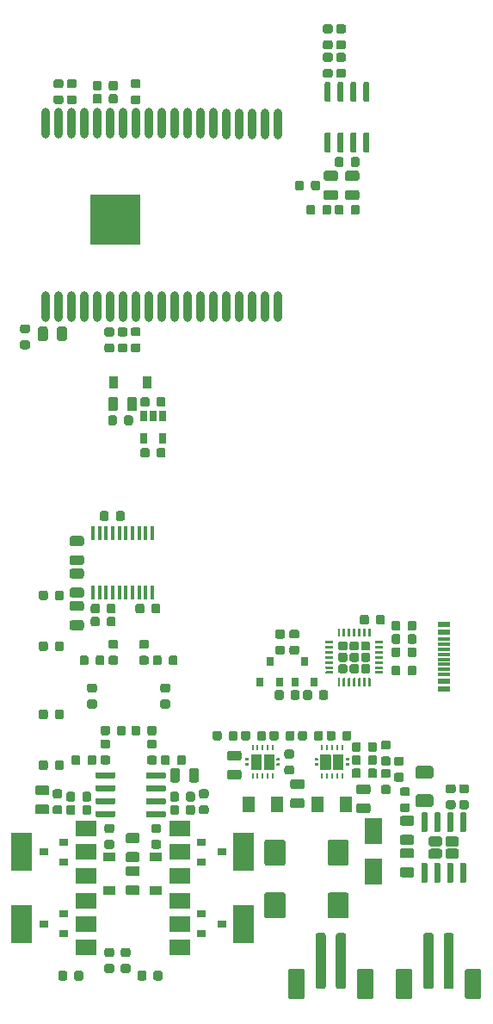
<source format=gtp>
G04 #@! TF.GenerationSoftware,KiCad,Pcbnew,5.1.5+dfsg1-2build2*
G04 #@! TF.CreationDate,2020-11-24T02:53:37+01:00*
G04 #@! TF.ProjectId,sony-scopeman,736f6e79-2d73-4636-9f70-656d616e2e6b,rev?*
G04 #@! TF.SameCoordinates,Original*
G04 #@! TF.FileFunction,Paste,Top*
G04 #@! TF.FilePolarity,Positive*
%FSLAX46Y46*%
G04 Gerber Fmt 4.6, Leading zero omitted, Abs format (unit mm)*
G04 Created by KiCad (PCBNEW 5.1.5+dfsg1-2build2) date 2020-11-24 02:53:37*
%MOMM*%
%LPD*%
G04 APERTURE LIST*
%ADD10C,0.100000*%
%ADD11R,0.240000X0.600000*%
%ADD12R,0.900000X0.800000*%
%ADD13R,1.200000X1.600000*%
%ADD14R,0.900000X1.200000*%
%ADD15R,1.800000X2.500000*%
%ADD16R,1.200000X0.900000*%
%ADD17R,0.650000X1.060000*%
%ADD18R,5.000000X5.000000*%
%ADD19O,0.900000X3.000000*%
%ADD20R,0.450000X1.450000*%
%ADD21R,0.800000X0.900000*%
%ADD22R,2.000000X1.500000*%
%ADD23R,2.000000X3.800000*%
%ADD24R,1.160000X0.600000*%
%ADD25R,1.160000X0.300000*%
G04 APERTURE END LIST*
D10*
G36*
X118552691Y-88126053D02*
G01*
X118573926Y-88129203D01*
X118594750Y-88134419D01*
X118614962Y-88141651D01*
X118634368Y-88150830D01*
X118652781Y-88161866D01*
X118670024Y-88174654D01*
X118685930Y-88189070D01*
X118700346Y-88204976D01*
X118713134Y-88222219D01*
X118724170Y-88240632D01*
X118733349Y-88260038D01*
X118740581Y-88280250D01*
X118745797Y-88301074D01*
X118748947Y-88322309D01*
X118750000Y-88343750D01*
X118750000Y-88856250D01*
X118748947Y-88877691D01*
X118745797Y-88898926D01*
X118740581Y-88919750D01*
X118733349Y-88939962D01*
X118724170Y-88959368D01*
X118713134Y-88977781D01*
X118700346Y-88995024D01*
X118685930Y-89010930D01*
X118670024Y-89025346D01*
X118652781Y-89038134D01*
X118634368Y-89049170D01*
X118614962Y-89058349D01*
X118594750Y-89065581D01*
X118573926Y-89070797D01*
X118552691Y-89073947D01*
X118531250Y-89075000D01*
X118093750Y-89075000D01*
X118072309Y-89073947D01*
X118051074Y-89070797D01*
X118030250Y-89065581D01*
X118010038Y-89058349D01*
X117990632Y-89049170D01*
X117972219Y-89038134D01*
X117954976Y-89025346D01*
X117939070Y-89010930D01*
X117924654Y-88995024D01*
X117911866Y-88977781D01*
X117900830Y-88959368D01*
X117891651Y-88939962D01*
X117884419Y-88919750D01*
X117879203Y-88898926D01*
X117876053Y-88877691D01*
X117875000Y-88856250D01*
X117875000Y-88343750D01*
X117876053Y-88322309D01*
X117879203Y-88301074D01*
X117884419Y-88280250D01*
X117891651Y-88260038D01*
X117900830Y-88240632D01*
X117911866Y-88222219D01*
X117924654Y-88204976D01*
X117939070Y-88189070D01*
X117954976Y-88174654D01*
X117972219Y-88161866D01*
X117990632Y-88150830D01*
X118010038Y-88141651D01*
X118030250Y-88134419D01*
X118051074Y-88129203D01*
X118072309Y-88126053D01*
X118093750Y-88125000D01*
X118531250Y-88125000D01*
X118552691Y-88126053D01*
G37*
G36*
X120127691Y-88126053D02*
G01*
X120148926Y-88129203D01*
X120169750Y-88134419D01*
X120189962Y-88141651D01*
X120209368Y-88150830D01*
X120227781Y-88161866D01*
X120245024Y-88174654D01*
X120260930Y-88189070D01*
X120275346Y-88204976D01*
X120288134Y-88222219D01*
X120299170Y-88240632D01*
X120308349Y-88260038D01*
X120315581Y-88280250D01*
X120320797Y-88301074D01*
X120323947Y-88322309D01*
X120325000Y-88343750D01*
X120325000Y-88856250D01*
X120323947Y-88877691D01*
X120320797Y-88898926D01*
X120315581Y-88919750D01*
X120308349Y-88939962D01*
X120299170Y-88959368D01*
X120288134Y-88977781D01*
X120275346Y-88995024D01*
X120260930Y-89010930D01*
X120245024Y-89025346D01*
X120227781Y-89038134D01*
X120209368Y-89049170D01*
X120189962Y-89058349D01*
X120169750Y-89065581D01*
X120148926Y-89070797D01*
X120127691Y-89073947D01*
X120106250Y-89075000D01*
X119668750Y-89075000D01*
X119647309Y-89073947D01*
X119626074Y-89070797D01*
X119605250Y-89065581D01*
X119585038Y-89058349D01*
X119565632Y-89049170D01*
X119547219Y-89038134D01*
X119529976Y-89025346D01*
X119514070Y-89010930D01*
X119499654Y-88995024D01*
X119486866Y-88977781D01*
X119475830Y-88959368D01*
X119466651Y-88939962D01*
X119459419Y-88919750D01*
X119454203Y-88898926D01*
X119451053Y-88877691D01*
X119450000Y-88856250D01*
X119450000Y-88343750D01*
X119451053Y-88322309D01*
X119454203Y-88301074D01*
X119459419Y-88280250D01*
X119466651Y-88260038D01*
X119475830Y-88240632D01*
X119486866Y-88222219D01*
X119499654Y-88204976D01*
X119514070Y-88189070D01*
X119529976Y-88174654D01*
X119547219Y-88161866D01*
X119565632Y-88150830D01*
X119585038Y-88141651D01*
X119605250Y-88134419D01*
X119626074Y-88129203D01*
X119647309Y-88126053D01*
X119668750Y-88125000D01*
X120106250Y-88125000D01*
X120127691Y-88126053D01*
G37*
G36*
X113852691Y-53326053D02*
G01*
X113873926Y-53329203D01*
X113894750Y-53334419D01*
X113914962Y-53341651D01*
X113934368Y-53350830D01*
X113952781Y-53361866D01*
X113970024Y-53374654D01*
X113985930Y-53389070D01*
X114000346Y-53404976D01*
X114013134Y-53422219D01*
X114024170Y-53440632D01*
X114033349Y-53460038D01*
X114040581Y-53480250D01*
X114045797Y-53501074D01*
X114048947Y-53522309D01*
X114050000Y-53543750D01*
X114050000Y-54056250D01*
X114048947Y-54077691D01*
X114045797Y-54098926D01*
X114040581Y-54119750D01*
X114033349Y-54139962D01*
X114024170Y-54159368D01*
X114013134Y-54177781D01*
X114000346Y-54195024D01*
X113985930Y-54210930D01*
X113970024Y-54225346D01*
X113952781Y-54238134D01*
X113934368Y-54249170D01*
X113914962Y-54258349D01*
X113894750Y-54265581D01*
X113873926Y-54270797D01*
X113852691Y-54273947D01*
X113831250Y-54275000D01*
X113393750Y-54275000D01*
X113372309Y-54273947D01*
X113351074Y-54270797D01*
X113330250Y-54265581D01*
X113310038Y-54258349D01*
X113290632Y-54249170D01*
X113272219Y-54238134D01*
X113254976Y-54225346D01*
X113239070Y-54210930D01*
X113224654Y-54195024D01*
X113211866Y-54177781D01*
X113200830Y-54159368D01*
X113191651Y-54139962D01*
X113184419Y-54119750D01*
X113179203Y-54098926D01*
X113176053Y-54077691D01*
X113175000Y-54056250D01*
X113175000Y-53543750D01*
X113176053Y-53522309D01*
X113179203Y-53501074D01*
X113184419Y-53480250D01*
X113191651Y-53460038D01*
X113200830Y-53440632D01*
X113211866Y-53422219D01*
X113224654Y-53404976D01*
X113239070Y-53389070D01*
X113254976Y-53374654D01*
X113272219Y-53361866D01*
X113290632Y-53350830D01*
X113310038Y-53341651D01*
X113330250Y-53334419D01*
X113351074Y-53329203D01*
X113372309Y-53326053D01*
X113393750Y-53325000D01*
X113831250Y-53325000D01*
X113852691Y-53326053D01*
G37*
G36*
X115427691Y-53326053D02*
G01*
X115448926Y-53329203D01*
X115469750Y-53334419D01*
X115489962Y-53341651D01*
X115509368Y-53350830D01*
X115527781Y-53361866D01*
X115545024Y-53374654D01*
X115560930Y-53389070D01*
X115575346Y-53404976D01*
X115588134Y-53422219D01*
X115599170Y-53440632D01*
X115608349Y-53460038D01*
X115615581Y-53480250D01*
X115620797Y-53501074D01*
X115623947Y-53522309D01*
X115625000Y-53543750D01*
X115625000Y-54056250D01*
X115623947Y-54077691D01*
X115620797Y-54098926D01*
X115615581Y-54119750D01*
X115608349Y-54139962D01*
X115599170Y-54159368D01*
X115588134Y-54177781D01*
X115575346Y-54195024D01*
X115560930Y-54210930D01*
X115545024Y-54225346D01*
X115527781Y-54238134D01*
X115509368Y-54249170D01*
X115489962Y-54258349D01*
X115469750Y-54265581D01*
X115448926Y-54270797D01*
X115427691Y-54273947D01*
X115406250Y-54275000D01*
X114968750Y-54275000D01*
X114947309Y-54273947D01*
X114926074Y-54270797D01*
X114905250Y-54265581D01*
X114885038Y-54258349D01*
X114865632Y-54249170D01*
X114847219Y-54238134D01*
X114829976Y-54225346D01*
X114814070Y-54210930D01*
X114799654Y-54195024D01*
X114786866Y-54177781D01*
X114775830Y-54159368D01*
X114766651Y-54139962D01*
X114759419Y-54119750D01*
X114754203Y-54098926D01*
X114751053Y-54077691D01*
X114750000Y-54056250D01*
X114750000Y-53543750D01*
X114751053Y-53522309D01*
X114754203Y-53501074D01*
X114759419Y-53480250D01*
X114766651Y-53460038D01*
X114775830Y-53440632D01*
X114786866Y-53422219D01*
X114799654Y-53404976D01*
X114814070Y-53389070D01*
X114829976Y-53374654D01*
X114847219Y-53361866D01*
X114865632Y-53350830D01*
X114885038Y-53341651D01*
X114905250Y-53334419D01*
X114926074Y-53329203D01*
X114947309Y-53326053D01*
X114968750Y-53325000D01*
X115406250Y-53325000D01*
X115427691Y-53326053D01*
G37*
G36*
X113852691Y-52026053D02*
G01*
X113873926Y-52029203D01*
X113894750Y-52034419D01*
X113914962Y-52041651D01*
X113934368Y-52050830D01*
X113952781Y-52061866D01*
X113970024Y-52074654D01*
X113985930Y-52089070D01*
X114000346Y-52104976D01*
X114013134Y-52122219D01*
X114024170Y-52140632D01*
X114033349Y-52160038D01*
X114040581Y-52180250D01*
X114045797Y-52201074D01*
X114048947Y-52222309D01*
X114050000Y-52243750D01*
X114050000Y-52756250D01*
X114048947Y-52777691D01*
X114045797Y-52798926D01*
X114040581Y-52819750D01*
X114033349Y-52839962D01*
X114024170Y-52859368D01*
X114013134Y-52877781D01*
X114000346Y-52895024D01*
X113985930Y-52910930D01*
X113970024Y-52925346D01*
X113952781Y-52938134D01*
X113934368Y-52949170D01*
X113914962Y-52958349D01*
X113894750Y-52965581D01*
X113873926Y-52970797D01*
X113852691Y-52973947D01*
X113831250Y-52975000D01*
X113393750Y-52975000D01*
X113372309Y-52973947D01*
X113351074Y-52970797D01*
X113330250Y-52965581D01*
X113310038Y-52958349D01*
X113290632Y-52949170D01*
X113272219Y-52938134D01*
X113254976Y-52925346D01*
X113239070Y-52910930D01*
X113224654Y-52895024D01*
X113211866Y-52877781D01*
X113200830Y-52859368D01*
X113191651Y-52839962D01*
X113184419Y-52819750D01*
X113179203Y-52798926D01*
X113176053Y-52777691D01*
X113175000Y-52756250D01*
X113175000Y-52243750D01*
X113176053Y-52222309D01*
X113179203Y-52201074D01*
X113184419Y-52180250D01*
X113191651Y-52160038D01*
X113200830Y-52140632D01*
X113211866Y-52122219D01*
X113224654Y-52104976D01*
X113239070Y-52089070D01*
X113254976Y-52074654D01*
X113272219Y-52061866D01*
X113290632Y-52050830D01*
X113310038Y-52041651D01*
X113330250Y-52034419D01*
X113351074Y-52029203D01*
X113372309Y-52026053D01*
X113393750Y-52025000D01*
X113831250Y-52025000D01*
X113852691Y-52026053D01*
G37*
G36*
X115427691Y-52026053D02*
G01*
X115448926Y-52029203D01*
X115469750Y-52034419D01*
X115489962Y-52041651D01*
X115509368Y-52050830D01*
X115527781Y-52061866D01*
X115545024Y-52074654D01*
X115560930Y-52089070D01*
X115575346Y-52104976D01*
X115588134Y-52122219D01*
X115599170Y-52140632D01*
X115608349Y-52160038D01*
X115615581Y-52180250D01*
X115620797Y-52201074D01*
X115623947Y-52222309D01*
X115625000Y-52243750D01*
X115625000Y-52756250D01*
X115623947Y-52777691D01*
X115620797Y-52798926D01*
X115615581Y-52819750D01*
X115608349Y-52839962D01*
X115599170Y-52859368D01*
X115588134Y-52877781D01*
X115575346Y-52895024D01*
X115560930Y-52910930D01*
X115545024Y-52925346D01*
X115527781Y-52938134D01*
X115509368Y-52949170D01*
X115489962Y-52958349D01*
X115469750Y-52965581D01*
X115448926Y-52970797D01*
X115427691Y-52973947D01*
X115406250Y-52975000D01*
X114968750Y-52975000D01*
X114947309Y-52973947D01*
X114926074Y-52970797D01*
X114905250Y-52965581D01*
X114885038Y-52958349D01*
X114865632Y-52949170D01*
X114847219Y-52938134D01*
X114829976Y-52925346D01*
X114814070Y-52910930D01*
X114799654Y-52895024D01*
X114786866Y-52877781D01*
X114775830Y-52859368D01*
X114766651Y-52839962D01*
X114759419Y-52819750D01*
X114754203Y-52798926D01*
X114751053Y-52777691D01*
X114750000Y-52756250D01*
X114750000Y-52243750D01*
X114751053Y-52222309D01*
X114754203Y-52201074D01*
X114759419Y-52180250D01*
X114766651Y-52160038D01*
X114775830Y-52140632D01*
X114786866Y-52122219D01*
X114799654Y-52104976D01*
X114814070Y-52089070D01*
X114829976Y-52074654D01*
X114847219Y-52061866D01*
X114865632Y-52050830D01*
X114885038Y-52041651D01*
X114905250Y-52034419D01*
X114926074Y-52029203D01*
X114947309Y-52026053D01*
X114968750Y-52025000D01*
X115406250Y-52025000D01*
X115427691Y-52026053D01*
G37*
D11*
X128900000Y-117600000D03*
X129400000Y-117600000D03*
X129900000Y-117600000D03*
X130400000Y-117600000D03*
X130900000Y-117600000D03*
X130900000Y-120400000D03*
X130400000Y-120400000D03*
X129900000Y-120400000D03*
X129400000Y-120400000D03*
X128900000Y-120400000D03*
D10*
G36*
X131577450Y-118625120D02*
G01*
X131579877Y-118625480D01*
X131582257Y-118626076D01*
X131584567Y-118626903D01*
X131586785Y-118627952D01*
X131588889Y-118629213D01*
X131590860Y-118630675D01*
X131592678Y-118632322D01*
X131594325Y-118634140D01*
X131595787Y-118636111D01*
X131597048Y-118638215D01*
X131598097Y-118640433D01*
X131598924Y-118642743D01*
X131599520Y-118645123D01*
X131599880Y-118647550D01*
X131600000Y-118650000D01*
X131600000Y-118850000D01*
X131599880Y-118852450D01*
X131599520Y-118854877D01*
X131598924Y-118857257D01*
X131598097Y-118859567D01*
X131597048Y-118861785D01*
X131595787Y-118863889D01*
X131594325Y-118865860D01*
X131592678Y-118867678D01*
X131590860Y-118869325D01*
X131588889Y-118870787D01*
X131586785Y-118872048D01*
X131584567Y-118873097D01*
X131582257Y-118873924D01*
X131579877Y-118874520D01*
X131577450Y-118874880D01*
X131575000Y-118875000D01*
X131285000Y-118875000D01*
X131282550Y-118874880D01*
X131280123Y-118874520D01*
X131277743Y-118873924D01*
X131275433Y-118873097D01*
X131273215Y-118872048D01*
X131271111Y-118870787D01*
X131269140Y-118869325D01*
X131267322Y-118867678D01*
X131265675Y-118865860D01*
X131264213Y-118863889D01*
X131262952Y-118861785D01*
X131261903Y-118859567D01*
X131261076Y-118857257D01*
X131260480Y-118854877D01*
X131260120Y-118852450D01*
X131260000Y-118850000D01*
X131260000Y-118650000D01*
X131260120Y-118647550D01*
X131260480Y-118645123D01*
X131261076Y-118642743D01*
X131261903Y-118640433D01*
X131262952Y-118638215D01*
X131264213Y-118636111D01*
X131265675Y-118634140D01*
X131267322Y-118632322D01*
X131269140Y-118630675D01*
X131271111Y-118629213D01*
X131273215Y-118627952D01*
X131275433Y-118626903D01*
X131277743Y-118626076D01*
X131280123Y-118625480D01*
X131282550Y-118625120D01*
X131285000Y-118625000D01*
X131575000Y-118625000D01*
X131577450Y-118625120D01*
G37*
G36*
X131577450Y-119125120D02*
G01*
X131579877Y-119125480D01*
X131582257Y-119126076D01*
X131584567Y-119126903D01*
X131586785Y-119127952D01*
X131588889Y-119129213D01*
X131590860Y-119130675D01*
X131592678Y-119132322D01*
X131594325Y-119134140D01*
X131595787Y-119136111D01*
X131597048Y-119138215D01*
X131598097Y-119140433D01*
X131598924Y-119142743D01*
X131599520Y-119145123D01*
X131599880Y-119147550D01*
X131600000Y-119150000D01*
X131600000Y-119350000D01*
X131599880Y-119352450D01*
X131599520Y-119354877D01*
X131598924Y-119357257D01*
X131598097Y-119359567D01*
X131597048Y-119361785D01*
X131595787Y-119363889D01*
X131594325Y-119365860D01*
X131592678Y-119367678D01*
X131590860Y-119369325D01*
X131588889Y-119370787D01*
X131586785Y-119372048D01*
X131584567Y-119373097D01*
X131582257Y-119373924D01*
X131579877Y-119374520D01*
X131577450Y-119374880D01*
X131575000Y-119375000D01*
X131285000Y-119375000D01*
X131282550Y-119374880D01*
X131280123Y-119374520D01*
X131277743Y-119373924D01*
X131275433Y-119373097D01*
X131273215Y-119372048D01*
X131271111Y-119370787D01*
X131269140Y-119369325D01*
X131267322Y-119367678D01*
X131265675Y-119365860D01*
X131264213Y-119363889D01*
X131262952Y-119361785D01*
X131261903Y-119359567D01*
X131261076Y-119357257D01*
X131260480Y-119354877D01*
X131260120Y-119352450D01*
X131260000Y-119350000D01*
X131260000Y-119150000D01*
X131260120Y-119147550D01*
X131260480Y-119145123D01*
X131261076Y-119142743D01*
X131261903Y-119140433D01*
X131262952Y-119138215D01*
X131264213Y-119136111D01*
X131265675Y-119134140D01*
X131267322Y-119132322D01*
X131269140Y-119130675D01*
X131271111Y-119129213D01*
X131273215Y-119127952D01*
X131275433Y-119126903D01*
X131277743Y-119126076D01*
X131280123Y-119125480D01*
X131282550Y-119125120D01*
X131285000Y-119125000D01*
X131575000Y-119125000D01*
X131577450Y-119125120D01*
G37*
G36*
X128517450Y-118625120D02*
G01*
X128519877Y-118625480D01*
X128522257Y-118626076D01*
X128524567Y-118626903D01*
X128526785Y-118627952D01*
X128528889Y-118629213D01*
X128530860Y-118630675D01*
X128532678Y-118632322D01*
X128534325Y-118634140D01*
X128535787Y-118636111D01*
X128537048Y-118638215D01*
X128538097Y-118640433D01*
X128538924Y-118642743D01*
X128539520Y-118645123D01*
X128539880Y-118647550D01*
X128540000Y-118650000D01*
X128540000Y-118850000D01*
X128539880Y-118852450D01*
X128539520Y-118854877D01*
X128538924Y-118857257D01*
X128538097Y-118859567D01*
X128537048Y-118861785D01*
X128535787Y-118863889D01*
X128534325Y-118865860D01*
X128532678Y-118867678D01*
X128530860Y-118869325D01*
X128528889Y-118870787D01*
X128526785Y-118872048D01*
X128524567Y-118873097D01*
X128522257Y-118873924D01*
X128519877Y-118874520D01*
X128517450Y-118874880D01*
X128515000Y-118875000D01*
X128225000Y-118875000D01*
X128222550Y-118874880D01*
X128220123Y-118874520D01*
X128217743Y-118873924D01*
X128215433Y-118873097D01*
X128213215Y-118872048D01*
X128211111Y-118870787D01*
X128209140Y-118869325D01*
X128207322Y-118867678D01*
X128205675Y-118865860D01*
X128204213Y-118863889D01*
X128202952Y-118861785D01*
X128201903Y-118859567D01*
X128201076Y-118857257D01*
X128200480Y-118854877D01*
X128200120Y-118852450D01*
X128200000Y-118850000D01*
X128200000Y-118650000D01*
X128200120Y-118647550D01*
X128200480Y-118645123D01*
X128201076Y-118642743D01*
X128201903Y-118640433D01*
X128202952Y-118638215D01*
X128204213Y-118636111D01*
X128205675Y-118634140D01*
X128207322Y-118632322D01*
X128209140Y-118630675D01*
X128211111Y-118629213D01*
X128213215Y-118627952D01*
X128215433Y-118626903D01*
X128217743Y-118626076D01*
X128220123Y-118625480D01*
X128222550Y-118625120D01*
X128225000Y-118625000D01*
X128515000Y-118625000D01*
X128517450Y-118625120D01*
G37*
G36*
X128517450Y-119125120D02*
G01*
X128519877Y-119125480D01*
X128522257Y-119126076D01*
X128524567Y-119126903D01*
X128526785Y-119127952D01*
X128528889Y-119129213D01*
X128530860Y-119130675D01*
X128532678Y-119132322D01*
X128534325Y-119134140D01*
X128535787Y-119136111D01*
X128537048Y-119138215D01*
X128538097Y-119140433D01*
X128538924Y-119142743D01*
X128539520Y-119145123D01*
X128539880Y-119147550D01*
X128540000Y-119150000D01*
X128540000Y-119350000D01*
X128539880Y-119352450D01*
X128539520Y-119354877D01*
X128538924Y-119357257D01*
X128538097Y-119359567D01*
X128537048Y-119361785D01*
X128535787Y-119363889D01*
X128534325Y-119365860D01*
X128532678Y-119367678D01*
X128530860Y-119369325D01*
X128528889Y-119370787D01*
X128526785Y-119372048D01*
X128524567Y-119373097D01*
X128522257Y-119373924D01*
X128519877Y-119374520D01*
X128517450Y-119374880D01*
X128515000Y-119375000D01*
X128225000Y-119375000D01*
X128222550Y-119374880D01*
X128220123Y-119374520D01*
X128217743Y-119373924D01*
X128215433Y-119373097D01*
X128213215Y-119372048D01*
X128211111Y-119370787D01*
X128209140Y-119369325D01*
X128207322Y-119367678D01*
X128205675Y-119365860D01*
X128204213Y-119363889D01*
X128202952Y-119361785D01*
X128201903Y-119359567D01*
X128201076Y-119357257D01*
X128200480Y-119354877D01*
X128200120Y-119352450D01*
X128200000Y-119350000D01*
X128200000Y-119150000D01*
X128200120Y-119147550D01*
X128200480Y-119145123D01*
X128201076Y-119142743D01*
X128201903Y-119140433D01*
X128202952Y-119138215D01*
X128204213Y-119136111D01*
X128205675Y-119134140D01*
X128207322Y-119132322D01*
X128209140Y-119130675D01*
X128211111Y-119129213D01*
X128213215Y-119127952D01*
X128215433Y-119126903D01*
X128217743Y-119126076D01*
X128220123Y-119125480D01*
X128222550Y-119125120D01*
X128225000Y-119125000D01*
X128515000Y-119125000D01*
X128517450Y-119125120D01*
G37*
G36*
X129704390Y-118250510D02*
G01*
X129714680Y-118252037D01*
X129724770Y-118254564D01*
X129734564Y-118258069D01*
X129743968Y-118262516D01*
X129752890Y-118267864D01*
X129761246Y-118274061D01*
X129768953Y-118281047D01*
X129775939Y-118288754D01*
X129782136Y-118297110D01*
X129787484Y-118306032D01*
X129791931Y-118315436D01*
X129795436Y-118325230D01*
X129797963Y-118335320D01*
X129799490Y-118345610D01*
X129800000Y-118356000D01*
X129800000Y-119644000D01*
X129799490Y-119654390D01*
X129797963Y-119664680D01*
X129795436Y-119674770D01*
X129791931Y-119684564D01*
X129787484Y-119693968D01*
X129782136Y-119702890D01*
X129775939Y-119711246D01*
X129768953Y-119718953D01*
X129761246Y-119725939D01*
X129752890Y-119732136D01*
X129743968Y-119737484D01*
X129734564Y-119741931D01*
X129724770Y-119745436D01*
X129714680Y-119747963D01*
X129704390Y-119749490D01*
X129694000Y-119750000D01*
X128846000Y-119750000D01*
X128835610Y-119749490D01*
X128825320Y-119747963D01*
X128815230Y-119745436D01*
X128805436Y-119741931D01*
X128796032Y-119737484D01*
X128787110Y-119732136D01*
X128778754Y-119725939D01*
X128771047Y-119718953D01*
X128764061Y-119711246D01*
X128757864Y-119702890D01*
X128752516Y-119693968D01*
X128748069Y-119684564D01*
X128744564Y-119674770D01*
X128742037Y-119664680D01*
X128740510Y-119654390D01*
X128740000Y-119644000D01*
X128740000Y-118356000D01*
X128740510Y-118345610D01*
X128742037Y-118335320D01*
X128744564Y-118325230D01*
X128748069Y-118315436D01*
X128752516Y-118306032D01*
X128757864Y-118297110D01*
X128764061Y-118288754D01*
X128771047Y-118281047D01*
X128778754Y-118274061D01*
X128787110Y-118267864D01*
X128796032Y-118262516D01*
X128805436Y-118258069D01*
X128815230Y-118254564D01*
X128825320Y-118252037D01*
X128835610Y-118250510D01*
X128846000Y-118250000D01*
X129694000Y-118250000D01*
X129704390Y-118250510D01*
G37*
G36*
X130964390Y-118250510D02*
G01*
X130974680Y-118252037D01*
X130984770Y-118254564D01*
X130994564Y-118258069D01*
X131003968Y-118262516D01*
X131012890Y-118267864D01*
X131021246Y-118274061D01*
X131028953Y-118281047D01*
X131035939Y-118288754D01*
X131042136Y-118297110D01*
X131047484Y-118306032D01*
X131051931Y-118315436D01*
X131055436Y-118325230D01*
X131057963Y-118335320D01*
X131059490Y-118345610D01*
X131060000Y-118356000D01*
X131060000Y-119644000D01*
X131059490Y-119654390D01*
X131057963Y-119664680D01*
X131055436Y-119674770D01*
X131051931Y-119684564D01*
X131047484Y-119693968D01*
X131042136Y-119702890D01*
X131035939Y-119711246D01*
X131028953Y-119718953D01*
X131021246Y-119725939D01*
X131012890Y-119732136D01*
X131003968Y-119737484D01*
X130994564Y-119741931D01*
X130984770Y-119745436D01*
X130974680Y-119747963D01*
X130964390Y-119749490D01*
X130954000Y-119750000D01*
X130106000Y-119750000D01*
X130095610Y-119749490D01*
X130085320Y-119747963D01*
X130075230Y-119745436D01*
X130065436Y-119741931D01*
X130056032Y-119737484D01*
X130047110Y-119732136D01*
X130038754Y-119725939D01*
X130031047Y-119718953D01*
X130024061Y-119711246D01*
X130017864Y-119702890D01*
X130012516Y-119693968D01*
X130008069Y-119684564D01*
X130004564Y-119674770D01*
X130002037Y-119664680D01*
X130000510Y-119654390D01*
X130000000Y-119644000D01*
X130000000Y-118356000D01*
X130000510Y-118345610D01*
X130002037Y-118335320D01*
X130004564Y-118325230D01*
X130008069Y-118315436D01*
X130012516Y-118306032D01*
X130017864Y-118297110D01*
X130024061Y-118288754D01*
X130031047Y-118281047D01*
X130038754Y-118274061D01*
X130047110Y-118267864D01*
X130056032Y-118262516D01*
X130065436Y-118258069D01*
X130075230Y-118254564D01*
X130085320Y-118252037D01*
X130095610Y-118250510D01*
X130106000Y-118250000D01*
X130954000Y-118250000D01*
X130964390Y-118250510D01*
G37*
D11*
X137700000Y-120400000D03*
X137200000Y-120400000D03*
X136700000Y-120400000D03*
X136200000Y-120400000D03*
X135700000Y-120400000D03*
X135700000Y-117600000D03*
X136200000Y-117600000D03*
X136700000Y-117600000D03*
X137200000Y-117600000D03*
X137700000Y-117600000D03*
D10*
G36*
X135317450Y-119125120D02*
G01*
X135319877Y-119125480D01*
X135322257Y-119126076D01*
X135324567Y-119126903D01*
X135326785Y-119127952D01*
X135328889Y-119129213D01*
X135330860Y-119130675D01*
X135332678Y-119132322D01*
X135334325Y-119134140D01*
X135335787Y-119136111D01*
X135337048Y-119138215D01*
X135338097Y-119140433D01*
X135338924Y-119142743D01*
X135339520Y-119145123D01*
X135339880Y-119147550D01*
X135340000Y-119150000D01*
X135340000Y-119350000D01*
X135339880Y-119352450D01*
X135339520Y-119354877D01*
X135338924Y-119357257D01*
X135338097Y-119359567D01*
X135337048Y-119361785D01*
X135335787Y-119363889D01*
X135334325Y-119365860D01*
X135332678Y-119367678D01*
X135330860Y-119369325D01*
X135328889Y-119370787D01*
X135326785Y-119372048D01*
X135324567Y-119373097D01*
X135322257Y-119373924D01*
X135319877Y-119374520D01*
X135317450Y-119374880D01*
X135315000Y-119375000D01*
X135025000Y-119375000D01*
X135022550Y-119374880D01*
X135020123Y-119374520D01*
X135017743Y-119373924D01*
X135015433Y-119373097D01*
X135013215Y-119372048D01*
X135011111Y-119370787D01*
X135009140Y-119369325D01*
X135007322Y-119367678D01*
X135005675Y-119365860D01*
X135004213Y-119363889D01*
X135002952Y-119361785D01*
X135001903Y-119359567D01*
X135001076Y-119357257D01*
X135000480Y-119354877D01*
X135000120Y-119352450D01*
X135000000Y-119350000D01*
X135000000Y-119150000D01*
X135000120Y-119147550D01*
X135000480Y-119145123D01*
X135001076Y-119142743D01*
X135001903Y-119140433D01*
X135002952Y-119138215D01*
X135004213Y-119136111D01*
X135005675Y-119134140D01*
X135007322Y-119132322D01*
X135009140Y-119130675D01*
X135011111Y-119129213D01*
X135013215Y-119127952D01*
X135015433Y-119126903D01*
X135017743Y-119126076D01*
X135020123Y-119125480D01*
X135022550Y-119125120D01*
X135025000Y-119125000D01*
X135315000Y-119125000D01*
X135317450Y-119125120D01*
G37*
G36*
X135317450Y-118625120D02*
G01*
X135319877Y-118625480D01*
X135322257Y-118626076D01*
X135324567Y-118626903D01*
X135326785Y-118627952D01*
X135328889Y-118629213D01*
X135330860Y-118630675D01*
X135332678Y-118632322D01*
X135334325Y-118634140D01*
X135335787Y-118636111D01*
X135337048Y-118638215D01*
X135338097Y-118640433D01*
X135338924Y-118642743D01*
X135339520Y-118645123D01*
X135339880Y-118647550D01*
X135340000Y-118650000D01*
X135340000Y-118850000D01*
X135339880Y-118852450D01*
X135339520Y-118854877D01*
X135338924Y-118857257D01*
X135338097Y-118859567D01*
X135337048Y-118861785D01*
X135335787Y-118863889D01*
X135334325Y-118865860D01*
X135332678Y-118867678D01*
X135330860Y-118869325D01*
X135328889Y-118870787D01*
X135326785Y-118872048D01*
X135324567Y-118873097D01*
X135322257Y-118873924D01*
X135319877Y-118874520D01*
X135317450Y-118874880D01*
X135315000Y-118875000D01*
X135025000Y-118875000D01*
X135022550Y-118874880D01*
X135020123Y-118874520D01*
X135017743Y-118873924D01*
X135015433Y-118873097D01*
X135013215Y-118872048D01*
X135011111Y-118870787D01*
X135009140Y-118869325D01*
X135007322Y-118867678D01*
X135005675Y-118865860D01*
X135004213Y-118863889D01*
X135002952Y-118861785D01*
X135001903Y-118859567D01*
X135001076Y-118857257D01*
X135000480Y-118854877D01*
X135000120Y-118852450D01*
X135000000Y-118850000D01*
X135000000Y-118650000D01*
X135000120Y-118647550D01*
X135000480Y-118645123D01*
X135001076Y-118642743D01*
X135001903Y-118640433D01*
X135002952Y-118638215D01*
X135004213Y-118636111D01*
X135005675Y-118634140D01*
X135007322Y-118632322D01*
X135009140Y-118630675D01*
X135011111Y-118629213D01*
X135013215Y-118627952D01*
X135015433Y-118626903D01*
X135017743Y-118626076D01*
X135020123Y-118625480D01*
X135022550Y-118625120D01*
X135025000Y-118625000D01*
X135315000Y-118625000D01*
X135317450Y-118625120D01*
G37*
G36*
X138377450Y-119125120D02*
G01*
X138379877Y-119125480D01*
X138382257Y-119126076D01*
X138384567Y-119126903D01*
X138386785Y-119127952D01*
X138388889Y-119129213D01*
X138390860Y-119130675D01*
X138392678Y-119132322D01*
X138394325Y-119134140D01*
X138395787Y-119136111D01*
X138397048Y-119138215D01*
X138398097Y-119140433D01*
X138398924Y-119142743D01*
X138399520Y-119145123D01*
X138399880Y-119147550D01*
X138400000Y-119150000D01*
X138400000Y-119350000D01*
X138399880Y-119352450D01*
X138399520Y-119354877D01*
X138398924Y-119357257D01*
X138398097Y-119359567D01*
X138397048Y-119361785D01*
X138395787Y-119363889D01*
X138394325Y-119365860D01*
X138392678Y-119367678D01*
X138390860Y-119369325D01*
X138388889Y-119370787D01*
X138386785Y-119372048D01*
X138384567Y-119373097D01*
X138382257Y-119373924D01*
X138379877Y-119374520D01*
X138377450Y-119374880D01*
X138375000Y-119375000D01*
X138085000Y-119375000D01*
X138082550Y-119374880D01*
X138080123Y-119374520D01*
X138077743Y-119373924D01*
X138075433Y-119373097D01*
X138073215Y-119372048D01*
X138071111Y-119370787D01*
X138069140Y-119369325D01*
X138067322Y-119367678D01*
X138065675Y-119365860D01*
X138064213Y-119363889D01*
X138062952Y-119361785D01*
X138061903Y-119359567D01*
X138061076Y-119357257D01*
X138060480Y-119354877D01*
X138060120Y-119352450D01*
X138060000Y-119350000D01*
X138060000Y-119150000D01*
X138060120Y-119147550D01*
X138060480Y-119145123D01*
X138061076Y-119142743D01*
X138061903Y-119140433D01*
X138062952Y-119138215D01*
X138064213Y-119136111D01*
X138065675Y-119134140D01*
X138067322Y-119132322D01*
X138069140Y-119130675D01*
X138071111Y-119129213D01*
X138073215Y-119127952D01*
X138075433Y-119126903D01*
X138077743Y-119126076D01*
X138080123Y-119125480D01*
X138082550Y-119125120D01*
X138085000Y-119125000D01*
X138375000Y-119125000D01*
X138377450Y-119125120D01*
G37*
G36*
X138377450Y-118625120D02*
G01*
X138379877Y-118625480D01*
X138382257Y-118626076D01*
X138384567Y-118626903D01*
X138386785Y-118627952D01*
X138388889Y-118629213D01*
X138390860Y-118630675D01*
X138392678Y-118632322D01*
X138394325Y-118634140D01*
X138395787Y-118636111D01*
X138397048Y-118638215D01*
X138398097Y-118640433D01*
X138398924Y-118642743D01*
X138399520Y-118645123D01*
X138399880Y-118647550D01*
X138400000Y-118650000D01*
X138400000Y-118850000D01*
X138399880Y-118852450D01*
X138399520Y-118854877D01*
X138398924Y-118857257D01*
X138398097Y-118859567D01*
X138397048Y-118861785D01*
X138395787Y-118863889D01*
X138394325Y-118865860D01*
X138392678Y-118867678D01*
X138390860Y-118869325D01*
X138388889Y-118870787D01*
X138386785Y-118872048D01*
X138384567Y-118873097D01*
X138382257Y-118873924D01*
X138379877Y-118874520D01*
X138377450Y-118874880D01*
X138375000Y-118875000D01*
X138085000Y-118875000D01*
X138082550Y-118874880D01*
X138080123Y-118874520D01*
X138077743Y-118873924D01*
X138075433Y-118873097D01*
X138073215Y-118872048D01*
X138071111Y-118870787D01*
X138069140Y-118869325D01*
X138067322Y-118867678D01*
X138065675Y-118865860D01*
X138064213Y-118863889D01*
X138062952Y-118861785D01*
X138061903Y-118859567D01*
X138061076Y-118857257D01*
X138060480Y-118854877D01*
X138060120Y-118852450D01*
X138060000Y-118850000D01*
X138060000Y-118650000D01*
X138060120Y-118647550D01*
X138060480Y-118645123D01*
X138061076Y-118642743D01*
X138061903Y-118640433D01*
X138062952Y-118638215D01*
X138064213Y-118636111D01*
X138065675Y-118634140D01*
X138067322Y-118632322D01*
X138069140Y-118630675D01*
X138071111Y-118629213D01*
X138073215Y-118627952D01*
X138075433Y-118626903D01*
X138077743Y-118626076D01*
X138080123Y-118625480D01*
X138082550Y-118625120D01*
X138085000Y-118625000D01*
X138375000Y-118625000D01*
X138377450Y-118625120D01*
G37*
G36*
X137764390Y-118250510D02*
G01*
X137774680Y-118252037D01*
X137784770Y-118254564D01*
X137794564Y-118258069D01*
X137803968Y-118262516D01*
X137812890Y-118267864D01*
X137821246Y-118274061D01*
X137828953Y-118281047D01*
X137835939Y-118288754D01*
X137842136Y-118297110D01*
X137847484Y-118306032D01*
X137851931Y-118315436D01*
X137855436Y-118325230D01*
X137857963Y-118335320D01*
X137859490Y-118345610D01*
X137860000Y-118356000D01*
X137860000Y-119644000D01*
X137859490Y-119654390D01*
X137857963Y-119664680D01*
X137855436Y-119674770D01*
X137851931Y-119684564D01*
X137847484Y-119693968D01*
X137842136Y-119702890D01*
X137835939Y-119711246D01*
X137828953Y-119718953D01*
X137821246Y-119725939D01*
X137812890Y-119732136D01*
X137803968Y-119737484D01*
X137794564Y-119741931D01*
X137784770Y-119745436D01*
X137774680Y-119747963D01*
X137764390Y-119749490D01*
X137754000Y-119750000D01*
X136906000Y-119750000D01*
X136895610Y-119749490D01*
X136885320Y-119747963D01*
X136875230Y-119745436D01*
X136865436Y-119741931D01*
X136856032Y-119737484D01*
X136847110Y-119732136D01*
X136838754Y-119725939D01*
X136831047Y-119718953D01*
X136824061Y-119711246D01*
X136817864Y-119702890D01*
X136812516Y-119693968D01*
X136808069Y-119684564D01*
X136804564Y-119674770D01*
X136802037Y-119664680D01*
X136800510Y-119654390D01*
X136800000Y-119644000D01*
X136800000Y-118356000D01*
X136800510Y-118345610D01*
X136802037Y-118335320D01*
X136804564Y-118325230D01*
X136808069Y-118315436D01*
X136812516Y-118306032D01*
X136817864Y-118297110D01*
X136824061Y-118288754D01*
X136831047Y-118281047D01*
X136838754Y-118274061D01*
X136847110Y-118267864D01*
X136856032Y-118262516D01*
X136865436Y-118258069D01*
X136875230Y-118254564D01*
X136885320Y-118252037D01*
X136895610Y-118250510D01*
X136906000Y-118250000D01*
X137754000Y-118250000D01*
X137764390Y-118250510D01*
G37*
G36*
X136504390Y-118250510D02*
G01*
X136514680Y-118252037D01*
X136524770Y-118254564D01*
X136534564Y-118258069D01*
X136543968Y-118262516D01*
X136552890Y-118267864D01*
X136561246Y-118274061D01*
X136568953Y-118281047D01*
X136575939Y-118288754D01*
X136582136Y-118297110D01*
X136587484Y-118306032D01*
X136591931Y-118315436D01*
X136595436Y-118325230D01*
X136597963Y-118335320D01*
X136599490Y-118345610D01*
X136600000Y-118356000D01*
X136600000Y-119644000D01*
X136599490Y-119654390D01*
X136597963Y-119664680D01*
X136595436Y-119674770D01*
X136591931Y-119684564D01*
X136587484Y-119693968D01*
X136582136Y-119702890D01*
X136575939Y-119711246D01*
X136568953Y-119718953D01*
X136561246Y-119725939D01*
X136552890Y-119732136D01*
X136543968Y-119737484D01*
X136534564Y-119741931D01*
X136524770Y-119745436D01*
X136514680Y-119747963D01*
X136504390Y-119749490D01*
X136494000Y-119750000D01*
X135646000Y-119750000D01*
X135635610Y-119749490D01*
X135625320Y-119747963D01*
X135615230Y-119745436D01*
X135605436Y-119741931D01*
X135596032Y-119737484D01*
X135587110Y-119732136D01*
X135578754Y-119725939D01*
X135571047Y-119718953D01*
X135564061Y-119711246D01*
X135557864Y-119702890D01*
X135552516Y-119693968D01*
X135548069Y-119684564D01*
X135544564Y-119674770D01*
X135542037Y-119664680D01*
X135540510Y-119654390D01*
X135540000Y-119644000D01*
X135540000Y-118356000D01*
X135540510Y-118345610D01*
X135542037Y-118335320D01*
X135544564Y-118325230D01*
X135548069Y-118315436D01*
X135552516Y-118306032D01*
X135557864Y-118297110D01*
X135564061Y-118288754D01*
X135571047Y-118281047D01*
X135578754Y-118274061D01*
X135587110Y-118267864D01*
X135596032Y-118262516D01*
X135605436Y-118258069D01*
X135615230Y-118254564D01*
X135625320Y-118252037D01*
X135635610Y-118250510D01*
X135646000Y-118250000D01*
X136494000Y-118250000D01*
X136504390Y-118250510D01*
G37*
G36*
X108530142Y-76201174D02*
G01*
X108553803Y-76204684D01*
X108577007Y-76210496D01*
X108599529Y-76218554D01*
X108621153Y-76228782D01*
X108641670Y-76241079D01*
X108660883Y-76255329D01*
X108678607Y-76271393D01*
X108694671Y-76289117D01*
X108708921Y-76308330D01*
X108721218Y-76328847D01*
X108731446Y-76350471D01*
X108739504Y-76372993D01*
X108745316Y-76396197D01*
X108748826Y-76419858D01*
X108750000Y-76443750D01*
X108750000Y-77356250D01*
X108748826Y-77380142D01*
X108745316Y-77403803D01*
X108739504Y-77427007D01*
X108731446Y-77449529D01*
X108721218Y-77471153D01*
X108708921Y-77491670D01*
X108694671Y-77510883D01*
X108678607Y-77528607D01*
X108660883Y-77544671D01*
X108641670Y-77558921D01*
X108621153Y-77571218D01*
X108599529Y-77581446D01*
X108577007Y-77589504D01*
X108553803Y-77595316D01*
X108530142Y-77598826D01*
X108506250Y-77600000D01*
X108018750Y-77600000D01*
X107994858Y-77598826D01*
X107971197Y-77595316D01*
X107947993Y-77589504D01*
X107925471Y-77581446D01*
X107903847Y-77571218D01*
X107883330Y-77558921D01*
X107864117Y-77544671D01*
X107846393Y-77528607D01*
X107830329Y-77510883D01*
X107816079Y-77491670D01*
X107803782Y-77471153D01*
X107793554Y-77449529D01*
X107785496Y-77427007D01*
X107779684Y-77403803D01*
X107776174Y-77380142D01*
X107775000Y-77356250D01*
X107775000Y-76443750D01*
X107776174Y-76419858D01*
X107779684Y-76396197D01*
X107785496Y-76372993D01*
X107793554Y-76350471D01*
X107803782Y-76328847D01*
X107816079Y-76308330D01*
X107830329Y-76289117D01*
X107846393Y-76271393D01*
X107864117Y-76255329D01*
X107883330Y-76241079D01*
X107903847Y-76228782D01*
X107925471Y-76218554D01*
X107947993Y-76210496D01*
X107971197Y-76204684D01*
X107994858Y-76201174D01*
X108018750Y-76200000D01*
X108506250Y-76200000D01*
X108530142Y-76201174D01*
G37*
G36*
X110405142Y-76201174D02*
G01*
X110428803Y-76204684D01*
X110452007Y-76210496D01*
X110474529Y-76218554D01*
X110496153Y-76228782D01*
X110516670Y-76241079D01*
X110535883Y-76255329D01*
X110553607Y-76271393D01*
X110569671Y-76289117D01*
X110583921Y-76308330D01*
X110596218Y-76328847D01*
X110606446Y-76350471D01*
X110614504Y-76372993D01*
X110620316Y-76396197D01*
X110623826Y-76419858D01*
X110625000Y-76443750D01*
X110625000Y-77356250D01*
X110623826Y-77380142D01*
X110620316Y-77403803D01*
X110614504Y-77427007D01*
X110606446Y-77449529D01*
X110596218Y-77471153D01*
X110583921Y-77491670D01*
X110569671Y-77510883D01*
X110553607Y-77528607D01*
X110535883Y-77544671D01*
X110516670Y-77558921D01*
X110496153Y-77571218D01*
X110474529Y-77581446D01*
X110452007Y-77589504D01*
X110428803Y-77595316D01*
X110405142Y-77598826D01*
X110381250Y-77600000D01*
X109893750Y-77600000D01*
X109869858Y-77598826D01*
X109846197Y-77595316D01*
X109822993Y-77589504D01*
X109800471Y-77581446D01*
X109778847Y-77571218D01*
X109758330Y-77558921D01*
X109739117Y-77544671D01*
X109721393Y-77528607D01*
X109705329Y-77510883D01*
X109691079Y-77491670D01*
X109678782Y-77471153D01*
X109668554Y-77449529D01*
X109660496Y-77427007D01*
X109654684Y-77403803D01*
X109651174Y-77380142D01*
X109650000Y-77356250D01*
X109650000Y-76443750D01*
X109651174Y-76419858D01*
X109654684Y-76396197D01*
X109660496Y-76372993D01*
X109668554Y-76350471D01*
X109678782Y-76328847D01*
X109691079Y-76308330D01*
X109705329Y-76289117D01*
X109721393Y-76271393D01*
X109739117Y-76255329D01*
X109758330Y-76241079D01*
X109778847Y-76228782D01*
X109800471Y-76218554D01*
X109822993Y-76210496D01*
X109846197Y-76204684D01*
X109869858Y-76201174D01*
X109893750Y-76200000D01*
X110381250Y-76200000D01*
X110405142Y-76201174D01*
G37*
G36*
X127580142Y-117876174D02*
G01*
X127603803Y-117879684D01*
X127627007Y-117885496D01*
X127649529Y-117893554D01*
X127671153Y-117903782D01*
X127691670Y-117916079D01*
X127710883Y-117930329D01*
X127728607Y-117946393D01*
X127744671Y-117964117D01*
X127758921Y-117983330D01*
X127771218Y-118003847D01*
X127781446Y-118025471D01*
X127789504Y-118047993D01*
X127795316Y-118071197D01*
X127798826Y-118094858D01*
X127800000Y-118118750D01*
X127800000Y-118606250D01*
X127798826Y-118630142D01*
X127795316Y-118653803D01*
X127789504Y-118677007D01*
X127781446Y-118699529D01*
X127771218Y-118721153D01*
X127758921Y-118741670D01*
X127744671Y-118760883D01*
X127728607Y-118778607D01*
X127710883Y-118794671D01*
X127691670Y-118808921D01*
X127671153Y-118821218D01*
X127649529Y-118831446D01*
X127627007Y-118839504D01*
X127603803Y-118845316D01*
X127580142Y-118848826D01*
X127556250Y-118850000D01*
X126643750Y-118850000D01*
X126619858Y-118848826D01*
X126596197Y-118845316D01*
X126572993Y-118839504D01*
X126550471Y-118831446D01*
X126528847Y-118821218D01*
X126508330Y-118808921D01*
X126489117Y-118794671D01*
X126471393Y-118778607D01*
X126455329Y-118760883D01*
X126441079Y-118741670D01*
X126428782Y-118721153D01*
X126418554Y-118699529D01*
X126410496Y-118677007D01*
X126404684Y-118653803D01*
X126401174Y-118630142D01*
X126400000Y-118606250D01*
X126400000Y-118118750D01*
X126401174Y-118094858D01*
X126404684Y-118071197D01*
X126410496Y-118047993D01*
X126418554Y-118025471D01*
X126428782Y-118003847D01*
X126441079Y-117983330D01*
X126455329Y-117964117D01*
X126471393Y-117946393D01*
X126489117Y-117930329D01*
X126508330Y-117916079D01*
X126528847Y-117903782D01*
X126550471Y-117893554D01*
X126572993Y-117885496D01*
X126596197Y-117879684D01*
X126619858Y-117876174D01*
X126643750Y-117875000D01*
X127556250Y-117875000D01*
X127580142Y-117876174D01*
G37*
G36*
X127580142Y-119751174D02*
G01*
X127603803Y-119754684D01*
X127627007Y-119760496D01*
X127649529Y-119768554D01*
X127671153Y-119778782D01*
X127691670Y-119791079D01*
X127710883Y-119805329D01*
X127728607Y-119821393D01*
X127744671Y-119839117D01*
X127758921Y-119858330D01*
X127771218Y-119878847D01*
X127781446Y-119900471D01*
X127789504Y-119922993D01*
X127795316Y-119946197D01*
X127798826Y-119969858D01*
X127800000Y-119993750D01*
X127800000Y-120481250D01*
X127798826Y-120505142D01*
X127795316Y-120528803D01*
X127789504Y-120552007D01*
X127781446Y-120574529D01*
X127771218Y-120596153D01*
X127758921Y-120616670D01*
X127744671Y-120635883D01*
X127728607Y-120653607D01*
X127710883Y-120669671D01*
X127691670Y-120683921D01*
X127671153Y-120696218D01*
X127649529Y-120706446D01*
X127627007Y-120714504D01*
X127603803Y-120720316D01*
X127580142Y-120723826D01*
X127556250Y-120725000D01*
X126643750Y-120725000D01*
X126619858Y-120723826D01*
X126596197Y-120720316D01*
X126572993Y-120714504D01*
X126550471Y-120706446D01*
X126528847Y-120696218D01*
X126508330Y-120683921D01*
X126489117Y-120669671D01*
X126471393Y-120653607D01*
X126455329Y-120635883D01*
X126441079Y-120616670D01*
X126428782Y-120596153D01*
X126418554Y-120574529D01*
X126410496Y-120552007D01*
X126404684Y-120528803D01*
X126401174Y-120505142D01*
X126400000Y-120481250D01*
X126400000Y-119993750D01*
X126401174Y-119969858D01*
X126404684Y-119946197D01*
X126410496Y-119922993D01*
X126418554Y-119900471D01*
X126428782Y-119878847D01*
X126441079Y-119858330D01*
X126455329Y-119839117D01*
X126471393Y-119821393D01*
X126489117Y-119805329D01*
X126508330Y-119791079D01*
X126528847Y-119778782D01*
X126550471Y-119768554D01*
X126572993Y-119760496D01*
X126596197Y-119754684D01*
X126619858Y-119751174D01*
X126643750Y-119750000D01*
X127556250Y-119750000D01*
X127580142Y-119751174D01*
G37*
G36*
X144580142Y-127476174D02*
G01*
X144603803Y-127479684D01*
X144627007Y-127485496D01*
X144649529Y-127493554D01*
X144671153Y-127503782D01*
X144691670Y-127516079D01*
X144710883Y-127530329D01*
X144728607Y-127546393D01*
X144744671Y-127564117D01*
X144758921Y-127583330D01*
X144771218Y-127603847D01*
X144781446Y-127625471D01*
X144789504Y-127647993D01*
X144795316Y-127671197D01*
X144798826Y-127694858D01*
X144800000Y-127718750D01*
X144800000Y-128206250D01*
X144798826Y-128230142D01*
X144795316Y-128253803D01*
X144789504Y-128277007D01*
X144781446Y-128299529D01*
X144771218Y-128321153D01*
X144758921Y-128341670D01*
X144744671Y-128360883D01*
X144728607Y-128378607D01*
X144710883Y-128394671D01*
X144691670Y-128408921D01*
X144671153Y-128421218D01*
X144649529Y-128431446D01*
X144627007Y-128439504D01*
X144603803Y-128445316D01*
X144580142Y-128448826D01*
X144556250Y-128450000D01*
X143643750Y-128450000D01*
X143619858Y-128448826D01*
X143596197Y-128445316D01*
X143572993Y-128439504D01*
X143550471Y-128431446D01*
X143528847Y-128421218D01*
X143508330Y-128408921D01*
X143489117Y-128394671D01*
X143471393Y-128378607D01*
X143455329Y-128360883D01*
X143441079Y-128341670D01*
X143428782Y-128321153D01*
X143418554Y-128299529D01*
X143410496Y-128277007D01*
X143404684Y-128253803D01*
X143401174Y-128230142D01*
X143400000Y-128206250D01*
X143400000Y-127718750D01*
X143401174Y-127694858D01*
X143404684Y-127671197D01*
X143410496Y-127647993D01*
X143418554Y-127625471D01*
X143428782Y-127603847D01*
X143441079Y-127583330D01*
X143455329Y-127564117D01*
X143471393Y-127546393D01*
X143489117Y-127530329D01*
X143508330Y-127516079D01*
X143528847Y-127503782D01*
X143550471Y-127493554D01*
X143572993Y-127485496D01*
X143596197Y-127479684D01*
X143619858Y-127476174D01*
X143643750Y-127475000D01*
X144556250Y-127475000D01*
X144580142Y-127476174D01*
G37*
G36*
X144580142Y-129351174D02*
G01*
X144603803Y-129354684D01*
X144627007Y-129360496D01*
X144649529Y-129368554D01*
X144671153Y-129378782D01*
X144691670Y-129391079D01*
X144710883Y-129405329D01*
X144728607Y-129421393D01*
X144744671Y-129439117D01*
X144758921Y-129458330D01*
X144771218Y-129478847D01*
X144781446Y-129500471D01*
X144789504Y-129522993D01*
X144795316Y-129546197D01*
X144798826Y-129569858D01*
X144800000Y-129593750D01*
X144800000Y-130081250D01*
X144798826Y-130105142D01*
X144795316Y-130128803D01*
X144789504Y-130152007D01*
X144781446Y-130174529D01*
X144771218Y-130196153D01*
X144758921Y-130216670D01*
X144744671Y-130235883D01*
X144728607Y-130253607D01*
X144710883Y-130269671D01*
X144691670Y-130283921D01*
X144671153Y-130296218D01*
X144649529Y-130306446D01*
X144627007Y-130314504D01*
X144603803Y-130320316D01*
X144580142Y-130323826D01*
X144556250Y-130325000D01*
X143643750Y-130325000D01*
X143619858Y-130323826D01*
X143596197Y-130320316D01*
X143572993Y-130314504D01*
X143550471Y-130306446D01*
X143528847Y-130296218D01*
X143508330Y-130283921D01*
X143489117Y-130269671D01*
X143471393Y-130253607D01*
X143455329Y-130235883D01*
X143441079Y-130216670D01*
X143428782Y-130196153D01*
X143418554Y-130174529D01*
X143410496Y-130152007D01*
X143404684Y-130128803D01*
X143401174Y-130105142D01*
X143400000Y-130081250D01*
X143400000Y-129593750D01*
X143401174Y-129569858D01*
X143404684Y-129546197D01*
X143410496Y-129522993D01*
X143418554Y-129500471D01*
X143428782Y-129478847D01*
X143441079Y-129458330D01*
X143455329Y-129439117D01*
X143471393Y-129421393D01*
X143489117Y-129405329D01*
X143508330Y-129391079D01*
X143528847Y-129378782D01*
X143550471Y-129368554D01*
X143572993Y-129360496D01*
X143596197Y-129354684D01*
X143619858Y-129351174D01*
X143643750Y-129350000D01*
X144556250Y-129350000D01*
X144580142Y-129351174D01*
G37*
G36*
X149769703Y-128900722D02*
G01*
X149784264Y-128902882D01*
X149798543Y-128906459D01*
X149812403Y-128911418D01*
X149825710Y-128917712D01*
X149838336Y-128925280D01*
X149850159Y-128934048D01*
X149861066Y-128943934D01*
X149870952Y-128954841D01*
X149879720Y-128966664D01*
X149887288Y-128979290D01*
X149893582Y-128992597D01*
X149898541Y-129006457D01*
X149902118Y-129020736D01*
X149904278Y-129035297D01*
X149905000Y-129050000D01*
X149905000Y-130700000D01*
X149904278Y-130714703D01*
X149902118Y-130729264D01*
X149898541Y-130743543D01*
X149893582Y-130757403D01*
X149887288Y-130770710D01*
X149879720Y-130783336D01*
X149870952Y-130795159D01*
X149861066Y-130806066D01*
X149850159Y-130815952D01*
X149838336Y-130824720D01*
X149825710Y-130832288D01*
X149812403Y-130838582D01*
X149798543Y-130843541D01*
X149784264Y-130847118D01*
X149769703Y-130849278D01*
X149755000Y-130850000D01*
X149455000Y-130850000D01*
X149440297Y-130849278D01*
X149425736Y-130847118D01*
X149411457Y-130843541D01*
X149397597Y-130838582D01*
X149384290Y-130832288D01*
X149371664Y-130824720D01*
X149359841Y-130815952D01*
X149348934Y-130806066D01*
X149339048Y-130795159D01*
X149330280Y-130783336D01*
X149322712Y-130770710D01*
X149316418Y-130757403D01*
X149311459Y-130743543D01*
X149307882Y-130729264D01*
X149305722Y-130714703D01*
X149305000Y-130700000D01*
X149305000Y-129050000D01*
X149305722Y-129035297D01*
X149307882Y-129020736D01*
X149311459Y-129006457D01*
X149316418Y-128992597D01*
X149322712Y-128979290D01*
X149330280Y-128966664D01*
X149339048Y-128954841D01*
X149348934Y-128943934D01*
X149359841Y-128934048D01*
X149371664Y-128925280D01*
X149384290Y-128917712D01*
X149397597Y-128911418D01*
X149411457Y-128906459D01*
X149425736Y-128902882D01*
X149440297Y-128900722D01*
X149455000Y-128900000D01*
X149755000Y-128900000D01*
X149769703Y-128900722D01*
G37*
G36*
X148499703Y-128900722D02*
G01*
X148514264Y-128902882D01*
X148528543Y-128906459D01*
X148542403Y-128911418D01*
X148555710Y-128917712D01*
X148568336Y-128925280D01*
X148580159Y-128934048D01*
X148591066Y-128943934D01*
X148600952Y-128954841D01*
X148609720Y-128966664D01*
X148617288Y-128979290D01*
X148623582Y-128992597D01*
X148628541Y-129006457D01*
X148632118Y-129020736D01*
X148634278Y-129035297D01*
X148635000Y-129050000D01*
X148635000Y-130700000D01*
X148634278Y-130714703D01*
X148632118Y-130729264D01*
X148628541Y-130743543D01*
X148623582Y-130757403D01*
X148617288Y-130770710D01*
X148609720Y-130783336D01*
X148600952Y-130795159D01*
X148591066Y-130806066D01*
X148580159Y-130815952D01*
X148568336Y-130824720D01*
X148555710Y-130832288D01*
X148542403Y-130838582D01*
X148528543Y-130843541D01*
X148514264Y-130847118D01*
X148499703Y-130849278D01*
X148485000Y-130850000D01*
X148185000Y-130850000D01*
X148170297Y-130849278D01*
X148155736Y-130847118D01*
X148141457Y-130843541D01*
X148127597Y-130838582D01*
X148114290Y-130832288D01*
X148101664Y-130824720D01*
X148089841Y-130815952D01*
X148078934Y-130806066D01*
X148069048Y-130795159D01*
X148060280Y-130783336D01*
X148052712Y-130770710D01*
X148046418Y-130757403D01*
X148041459Y-130743543D01*
X148037882Y-130729264D01*
X148035722Y-130714703D01*
X148035000Y-130700000D01*
X148035000Y-129050000D01*
X148035722Y-129035297D01*
X148037882Y-129020736D01*
X148041459Y-129006457D01*
X148046418Y-128992597D01*
X148052712Y-128979290D01*
X148060280Y-128966664D01*
X148069048Y-128954841D01*
X148078934Y-128943934D01*
X148089841Y-128934048D01*
X148101664Y-128925280D01*
X148114290Y-128917712D01*
X148127597Y-128911418D01*
X148141457Y-128906459D01*
X148155736Y-128902882D01*
X148170297Y-128900722D01*
X148185000Y-128900000D01*
X148485000Y-128900000D01*
X148499703Y-128900722D01*
G37*
G36*
X147229703Y-128900722D02*
G01*
X147244264Y-128902882D01*
X147258543Y-128906459D01*
X147272403Y-128911418D01*
X147285710Y-128917712D01*
X147298336Y-128925280D01*
X147310159Y-128934048D01*
X147321066Y-128943934D01*
X147330952Y-128954841D01*
X147339720Y-128966664D01*
X147347288Y-128979290D01*
X147353582Y-128992597D01*
X147358541Y-129006457D01*
X147362118Y-129020736D01*
X147364278Y-129035297D01*
X147365000Y-129050000D01*
X147365000Y-130700000D01*
X147364278Y-130714703D01*
X147362118Y-130729264D01*
X147358541Y-130743543D01*
X147353582Y-130757403D01*
X147347288Y-130770710D01*
X147339720Y-130783336D01*
X147330952Y-130795159D01*
X147321066Y-130806066D01*
X147310159Y-130815952D01*
X147298336Y-130824720D01*
X147285710Y-130832288D01*
X147272403Y-130838582D01*
X147258543Y-130843541D01*
X147244264Y-130847118D01*
X147229703Y-130849278D01*
X147215000Y-130850000D01*
X146915000Y-130850000D01*
X146900297Y-130849278D01*
X146885736Y-130847118D01*
X146871457Y-130843541D01*
X146857597Y-130838582D01*
X146844290Y-130832288D01*
X146831664Y-130824720D01*
X146819841Y-130815952D01*
X146808934Y-130806066D01*
X146799048Y-130795159D01*
X146790280Y-130783336D01*
X146782712Y-130770710D01*
X146776418Y-130757403D01*
X146771459Y-130743543D01*
X146767882Y-130729264D01*
X146765722Y-130714703D01*
X146765000Y-130700000D01*
X146765000Y-129050000D01*
X146765722Y-129035297D01*
X146767882Y-129020736D01*
X146771459Y-129006457D01*
X146776418Y-128992597D01*
X146782712Y-128979290D01*
X146790280Y-128966664D01*
X146799048Y-128954841D01*
X146808934Y-128943934D01*
X146819841Y-128934048D01*
X146831664Y-128925280D01*
X146844290Y-128917712D01*
X146857597Y-128911418D01*
X146871457Y-128906459D01*
X146885736Y-128902882D01*
X146900297Y-128900722D01*
X146915000Y-128900000D01*
X147215000Y-128900000D01*
X147229703Y-128900722D01*
G37*
G36*
X145959703Y-128900722D02*
G01*
X145974264Y-128902882D01*
X145988543Y-128906459D01*
X146002403Y-128911418D01*
X146015710Y-128917712D01*
X146028336Y-128925280D01*
X146040159Y-128934048D01*
X146051066Y-128943934D01*
X146060952Y-128954841D01*
X146069720Y-128966664D01*
X146077288Y-128979290D01*
X146083582Y-128992597D01*
X146088541Y-129006457D01*
X146092118Y-129020736D01*
X146094278Y-129035297D01*
X146095000Y-129050000D01*
X146095000Y-130700000D01*
X146094278Y-130714703D01*
X146092118Y-130729264D01*
X146088541Y-130743543D01*
X146083582Y-130757403D01*
X146077288Y-130770710D01*
X146069720Y-130783336D01*
X146060952Y-130795159D01*
X146051066Y-130806066D01*
X146040159Y-130815952D01*
X146028336Y-130824720D01*
X146015710Y-130832288D01*
X146002403Y-130838582D01*
X145988543Y-130843541D01*
X145974264Y-130847118D01*
X145959703Y-130849278D01*
X145945000Y-130850000D01*
X145645000Y-130850000D01*
X145630297Y-130849278D01*
X145615736Y-130847118D01*
X145601457Y-130843541D01*
X145587597Y-130838582D01*
X145574290Y-130832288D01*
X145561664Y-130824720D01*
X145549841Y-130815952D01*
X145538934Y-130806066D01*
X145529048Y-130795159D01*
X145520280Y-130783336D01*
X145512712Y-130770710D01*
X145506418Y-130757403D01*
X145501459Y-130743543D01*
X145497882Y-130729264D01*
X145495722Y-130714703D01*
X145495000Y-130700000D01*
X145495000Y-129050000D01*
X145495722Y-129035297D01*
X145497882Y-129020736D01*
X145501459Y-129006457D01*
X145506418Y-128992597D01*
X145512712Y-128979290D01*
X145520280Y-128966664D01*
X145529048Y-128954841D01*
X145538934Y-128943934D01*
X145549841Y-128934048D01*
X145561664Y-128925280D01*
X145574290Y-128917712D01*
X145587597Y-128911418D01*
X145601457Y-128906459D01*
X145615736Y-128902882D01*
X145630297Y-128900722D01*
X145645000Y-128900000D01*
X145945000Y-128900000D01*
X145959703Y-128900722D01*
G37*
G36*
X145959703Y-123950722D02*
G01*
X145974264Y-123952882D01*
X145988543Y-123956459D01*
X146002403Y-123961418D01*
X146015710Y-123967712D01*
X146028336Y-123975280D01*
X146040159Y-123984048D01*
X146051066Y-123993934D01*
X146060952Y-124004841D01*
X146069720Y-124016664D01*
X146077288Y-124029290D01*
X146083582Y-124042597D01*
X146088541Y-124056457D01*
X146092118Y-124070736D01*
X146094278Y-124085297D01*
X146095000Y-124100000D01*
X146095000Y-125750000D01*
X146094278Y-125764703D01*
X146092118Y-125779264D01*
X146088541Y-125793543D01*
X146083582Y-125807403D01*
X146077288Y-125820710D01*
X146069720Y-125833336D01*
X146060952Y-125845159D01*
X146051066Y-125856066D01*
X146040159Y-125865952D01*
X146028336Y-125874720D01*
X146015710Y-125882288D01*
X146002403Y-125888582D01*
X145988543Y-125893541D01*
X145974264Y-125897118D01*
X145959703Y-125899278D01*
X145945000Y-125900000D01*
X145645000Y-125900000D01*
X145630297Y-125899278D01*
X145615736Y-125897118D01*
X145601457Y-125893541D01*
X145587597Y-125888582D01*
X145574290Y-125882288D01*
X145561664Y-125874720D01*
X145549841Y-125865952D01*
X145538934Y-125856066D01*
X145529048Y-125845159D01*
X145520280Y-125833336D01*
X145512712Y-125820710D01*
X145506418Y-125807403D01*
X145501459Y-125793543D01*
X145497882Y-125779264D01*
X145495722Y-125764703D01*
X145495000Y-125750000D01*
X145495000Y-124100000D01*
X145495722Y-124085297D01*
X145497882Y-124070736D01*
X145501459Y-124056457D01*
X145506418Y-124042597D01*
X145512712Y-124029290D01*
X145520280Y-124016664D01*
X145529048Y-124004841D01*
X145538934Y-123993934D01*
X145549841Y-123984048D01*
X145561664Y-123975280D01*
X145574290Y-123967712D01*
X145587597Y-123961418D01*
X145601457Y-123956459D01*
X145615736Y-123952882D01*
X145630297Y-123950722D01*
X145645000Y-123950000D01*
X145945000Y-123950000D01*
X145959703Y-123950722D01*
G37*
G36*
X147229703Y-123950722D02*
G01*
X147244264Y-123952882D01*
X147258543Y-123956459D01*
X147272403Y-123961418D01*
X147285710Y-123967712D01*
X147298336Y-123975280D01*
X147310159Y-123984048D01*
X147321066Y-123993934D01*
X147330952Y-124004841D01*
X147339720Y-124016664D01*
X147347288Y-124029290D01*
X147353582Y-124042597D01*
X147358541Y-124056457D01*
X147362118Y-124070736D01*
X147364278Y-124085297D01*
X147365000Y-124100000D01*
X147365000Y-125750000D01*
X147364278Y-125764703D01*
X147362118Y-125779264D01*
X147358541Y-125793543D01*
X147353582Y-125807403D01*
X147347288Y-125820710D01*
X147339720Y-125833336D01*
X147330952Y-125845159D01*
X147321066Y-125856066D01*
X147310159Y-125865952D01*
X147298336Y-125874720D01*
X147285710Y-125882288D01*
X147272403Y-125888582D01*
X147258543Y-125893541D01*
X147244264Y-125897118D01*
X147229703Y-125899278D01*
X147215000Y-125900000D01*
X146915000Y-125900000D01*
X146900297Y-125899278D01*
X146885736Y-125897118D01*
X146871457Y-125893541D01*
X146857597Y-125888582D01*
X146844290Y-125882288D01*
X146831664Y-125874720D01*
X146819841Y-125865952D01*
X146808934Y-125856066D01*
X146799048Y-125845159D01*
X146790280Y-125833336D01*
X146782712Y-125820710D01*
X146776418Y-125807403D01*
X146771459Y-125793543D01*
X146767882Y-125779264D01*
X146765722Y-125764703D01*
X146765000Y-125750000D01*
X146765000Y-124100000D01*
X146765722Y-124085297D01*
X146767882Y-124070736D01*
X146771459Y-124056457D01*
X146776418Y-124042597D01*
X146782712Y-124029290D01*
X146790280Y-124016664D01*
X146799048Y-124004841D01*
X146808934Y-123993934D01*
X146819841Y-123984048D01*
X146831664Y-123975280D01*
X146844290Y-123967712D01*
X146857597Y-123961418D01*
X146871457Y-123956459D01*
X146885736Y-123952882D01*
X146900297Y-123950722D01*
X146915000Y-123950000D01*
X147215000Y-123950000D01*
X147229703Y-123950722D01*
G37*
G36*
X148499703Y-123950722D02*
G01*
X148514264Y-123952882D01*
X148528543Y-123956459D01*
X148542403Y-123961418D01*
X148555710Y-123967712D01*
X148568336Y-123975280D01*
X148580159Y-123984048D01*
X148591066Y-123993934D01*
X148600952Y-124004841D01*
X148609720Y-124016664D01*
X148617288Y-124029290D01*
X148623582Y-124042597D01*
X148628541Y-124056457D01*
X148632118Y-124070736D01*
X148634278Y-124085297D01*
X148635000Y-124100000D01*
X148635000Y-125750000D01*
X148634278Y-125764703D01*
X148632118Y-125779264D01*
X148628541Y-125793543D01*
X148623582Y-125807403D01*
X148617288Y-125820710D01*
X148609720Y-125833336D01*
X148600952Y-125845159D01*
X148591066Y-125856066D01*
X148580159Y-125865952D01*
X148568336Y-125874720D01*
X148555710Y-125882288D01*
X148542403Y-125888582D01*
X148528543Y-125893541D01*
X148514264Y-125897118D01*
X148499703Y-125899278D01*
X148485000Y-125900000D01*
X148185000Y-125900000D01*
X148170297Y-125899278D01*
X148155736Y-125897118D01*
X148141457Y-125893541D01*
X148127597Y-125888582D01*
X148114290Y-125882288D01*
X148101664Y-125874720D01*
X148089841Y-125865952D01*
X148078934Y-125856066D01*
X148069048Y-125845159D01*
X148060280Y-125833336D01*
X148052712Y-125820710D01*
X148046418Y-125807403D01*
X148041459Y-125793543D01*
X148037882Y-125779264D01*
X148035722Y-125764703D01*
X148035000Y-125750000D01*
X148035000Y-124100000D01*
X148035722Y-124085297D01*
X148037882Y-124070736D01*
X148041459Y-124056457D01*
X148046418Y-124042597D01*
X148052712Y-124029290D01*
X148060280Y-124016664D01*
X148069048Y-124004841D01*
X148078934Y-123993934D01*
X148089841Y-123984048D01*
X148101664Y-123975280D01*
X148114290Y-123967712D01*
X148127597Y-123961418D01*
X148141457Y-123956459D01*
X148155736Y-123952882D01*
X148170297Y-123950722D01*
X148185000Y-123950000D01*
X148485000Y-123950000D01*
X148499703Y-123950722D01*
G37*
G36*
X149769703Y-123950722D02*
G01*
X149784264Y-123952882D01*
X149798543Y-123956459D01*
X149812403Y-123961418D01*
X149825710Y-123967712D01*
X149838336Y-123975280D01*
X149850159Y-123984048D01*
X149861066Y-123993934D01*
X149870952Y-124004841D01*
X149879720Y-124016664D01*
X149887288Y-124029290D01*
X149893582Y-124042597D01*
X149898541Y-124056457D01*
X149902118Y-124070736D01*
X149904278Y-124085297D01*
X149905000Y-124100000D01*
X149905000Y-125750000D01*
X149904278Y-125764703D01*
X149902118Y-125779264D01*
X149898541Y-125793543D01*
X149893582Y-125807403D01*
X149887288Y-125820710D01*
X149879720Y-125833336D01*
X149870952Y-125845159D01*
X149861066Y-125856066D01*
X149850159Y-125865952D01*
X149838336Y-125874720D01*
X149825710Y-125882288D01*
X149812403Y-125888582D01*
X149798543Y-125893541D01*
X149784264Y-125897118D01*
X149769703Y-125899278D01*
X149755000Y-125900000D01*
X149455000Y-125900000D01*
X149440297Y-125899278D01*
X149425736Y-125897118D01*
X149411457Y-125893541D01*
X149397597Y-125888582D01*
X149384290Y-125882288D01*
X149371664Y-125874720D01*
X149359841Y-125865952D01*
X149348934Y-125856066D01*
X149339048Y-125845159D01*
X149330280Y-125833336D01*
X149322712Y-125820710D01*
X149316418Y-125807403D01*
X149311459Y-125793543D01*
X149307882Y-125779264D01*
X149305722Y-125764703D01*
X149305000Y-125750000D01*
X149305000Y-124100000D01*
X149305722Y-124085297D01*
X149307882Y-124070736D01*
X149311459Y-124056457D01*
X149316418Y-124042597D01*
X149322712Y-124029290D01*
X149330280Y-124016664D01*
X149339048Y-124004841D01*
X149348934Y-123993934D01*
X149359841Y-123984048D01*
X149371664Y-123975280D01*
X149384290Y-123967712D01*
X149397597Y-123961418D01*
X149411457Y-123956459D01*
X149425736Y-123952882D01*
X149440297Y-123950722D01*
X149455000Y-123950000D01*
X149755000Y-123950000D01*
X149769703Y-123950722D01*
G37*
G36*
X147321269Y-127516168D02*
G01*
X147344809Y-127519660D01*
X147367894Y-127525442D01*
X147390301Y-127533459D01*
X147411814Y-127543634D01*
X147432226Y-127555869D01*
X147451340Y-127570045D01*
X147468973Y-127586027D01*
X147484955Y-127603660D01*
X147499131Y-127622774D01*
X147511366Y-127643186D01*
X147521541Y-127664699D01*
X147529558Y-127687106D01*
X147535340Y-127710191D01*
X147538832Y-127733731D01*
X147540000Y-127757500D01*
X147540000Y-128242500D01*
X147538832Y-128266269D01*
X147535340Y-128289809D01*
X147529558Y-128312894D01*
X147521541Y-128335301D01*
X147511366Y-128356814D01*
X147499131Y-128377226D01*
X147484955Y-128396340D01*
X147468973Y-128413973D01*
X147451340Y-128429955D01*
X147432226Y-128444131D01*
X147411814Y-128456366D01*
X147390301Y-128466541D01*
X147367894Y-128474558D01*
X147344809Y-128480340D01*
X147321269Y-128483832D01*
X147297500Y-128485000D01*
X146452500Y-128485000D01*
X146428731Y-128483832D01*
X146405191Y-128480340D01*
X146382106Y-128474558D01*
X146359699Y-128466541D01*
X146338186Y-128456366D01*
X146317774Y-128444131D01*
X146298660Y-128429955D01*
X146281027Y-128413973D01*
X146265045Y-128396340D01*
X146250869Y-128377226D01*
X146238634Y-128356814D01*
X146228459Y-128335301D01*
X146220442Y-128312894D01*
X146214660Y-128289809D01*
X146211168Y-128266269D01*
X146210000Y-128242500D01*
X146210000Y-127757500D01*
X146211168Y-127733731D01*
X146214660Y-127710191D01*
X146220442Y-127687106D01*
X146228459Y-127664699D01*
X146238634Y-127643186D01*
X146250869Y-127622774D01*
X146265045Y-127603660D01*
X146281027Y-127586027D01*
X146298660Y-127570045D01*
X146317774Y-127555869D01*
X146338186Y-127543634D01*
X146359699Y-127533459D01*
X146382106Y-127525442D01*
X146405191Y-127519660D01*
X146428731Y-127516168D01*
X146452500Y-127515000D01*
X147297500Y-127515000D01*
X147321269Y-127516168D01*
G37*
G36*
X148971269Y-127516168D02*
G01*
X148994809Y-127519660D01*
X149017894Y-127525442D01*
X149040301Y-127533459D01*
X149061814Y-127543634D01*
X149082226Y-127555869D01*
X149101340Y-127570045D01*
X149118973Y-127586027D01*
X149134955Y-127603660D01*
X149149131Y-127622774D01*
X149161366Y-127643186D01*
X149171541Y-127664699D01*
X149179558Y-127687106D01*
X149185340Y-127710191D01*
X149188832Y-127733731D01*
X149190000Y-127757500D01*
X149190000Y-128242500D01*
X149188832Y-128266269D01*
X149185340Y-128289809D01*
X149179558Y-128312894D01*
X149171541Y-128335301D01*
X149161366Y-128356814D01*
X149149131Y-128377226D01*
X149134955Y-128396340D01*
X149118973Y-128413973D01*
X149101340Y-128429955D01*
X149082226Y-128444131D01*
X149061814Y-128456366D01*
X149040301Y-128466541D01*
X149017894Y-128474558D01*
X148994809Y-128480340D01*
X148971269Y-128483832D01*
X148947500Y-128485000D01*
X148102500Y-128485000D01*
X148078731Y-128483832D01*
X148055191Y-128480340D01*
X148032106Y-128474558D01*
X148009699Y-128466541D01*
X147988186Y-128456366D01*
X147967774Y-128444131D01*
X147948660Y-128429955D01*
X147931027Y-128413973D01*
X147915045Y-128396340D01*
X147900869Y-128377226D01*
X147888634Y-128356814D01*
X147878459Y-128335301D01*
X147870442Y-128312894D01*
X147864660Y-128289809D01*
X147861168Y-128266269D01*
X147860000Y-128242500D01*
X147860000Y-127757500D01*
X147861168Y-127733731D01*
X147864660Y-127710191D01*
X147870442Y-127687106D01*
X147878459Y-127664699D01*
X147888634Y-127643186D01*
X147900869Y-127622774D01*
X147915045Y-127603660D01*
X147931027Y-127586027D01*
X147948660Y-127570045D01*
X147967774Y-127555869D01*
X147988186Y-127543634D01*
X148009699Y-127533459D01*
X148032106Y-127525442D01*
X148055191Y-127519660D01*
X148078731Y-127516168D01*
X148102500Y-127515000D01*
X148947500Y-127515000D01*
X148971269Y-127516168D01*
G37*
G36*
X147321269Y-126316168D02*
G01*
X147344809Y-126319660D01*
X147367894Y-126325442D01*
X147390301Y-126333459D01*
X147411814Y-126343634D01*
X147432226Y-126355869D01*
X147451340Y-126370045D01*
X147468973Y-126386027D01*
X147484955Y-126403660D01*
X147499131Y-126422774D01*
X147511366Y-126443186D01*
X147521541Y-126464699D01*
X147529558Y-126487106D01*
X147535340Y-126510191D01*
X147538832Y-126533731D01*
X147540000Y-126557500D01*
X147540000Y-127042500D01*
X147538832Y-127066269D01*
X147535340Y-127089809D01*
X147529558Y-127112894D01*
X147521541Y-127135301D01*
X147511366Y-127156814D01*
X147499131Y-127177226D01*
X147484955Y-127196340D01*
X147468973Y-127213973D01*
X147451340Y-127229955D01*
X147432226Y-127244131D01*
X147411814Y-127256366D01*
X147390301Y-127266541D01*
X147367894Y-127274558D01*
X147344809Y-127280340D01*
X147321269Y-127283832D01*
X147297500Y-127285000D01*
X146452500Y-127285000D01*
X146428731Y-127283832D01*
X146405191Y-127280340D01*
X146382106Y-127274558D01*
X146359699Y-127266541D01*
X146338186Y-127256366D01*
X146317774Y-127244131D01*
X146298660Y-127229955D01*
X146281027Y-127213973D01*
X146265045Y-127196340D01*
X146250869Y-127177226D01*
X146238634Y-127156814D01*
X146228459Y-127135301D01*
X146220442Y-127112894D01*
X146214660Y-127089809D01*
X146211168Y-127066269D01*
X146210000Y-127042500D01*
X146210000Y-126557500D01*
X146211168Y-126533731D01*
X146214660Y-126510191D01*
X146220442Y-126487106D01*
X146228459Y-126464699D01*
X146238634Y-126443186D01*
X146250869Y-126422774D01*
X146265045Y-126403660D01*
X146281027Y-126386027D01*
X146298660Y-126370045D01*
X146317774Y-126355869D01*
X146338186Y-126343634D01*
X146359699Y-126333459D01*
X146382106Y-126325442D01*
X146405191Y-126319660D01*
X146428731Y-126316168D01*
X146452500Y-126315000D01*
X147297500Y-126315000D01*
X147321269Y-126316168D01*
G37*
G36*
X148971269Y-126316168D02*
G01*
X148994809Y-126319660D01*
X149017894Y-126325442D01*
X149040301Y-126333459D01*
X149061814Y-126343634D01*
X149082226Y-126355869D01*
X149101340Y-126370045D01*
X149118973Y-126386027D01*
X149134955Y-126403660D01*
X149149131Y-126422774D01*
X149161366Y-126443186D01*
X149171541Y-126464699D01*
X149179558Y-126487106D01*
X149185340Y-126510191D01*
X149188832Y-126533731D01*
X149190000Y-126557500D01*
X149190000Y-127042500D01*
X149188832Y-127066269D01*
X149185340Y-127089809D01*
X149179558Y-127112894D01*
X149171541Y-127135301D01*
X149161366Y-127156814D01*
X149149131Y-127177226D01*
X149134955Y-127196340D01*
X149118973Y-127213973D01*
X149101340Y-127229955D01*
X149082226Y-127244131D01*
X149061814Y-127256366D01*
X149040301Y-127266541D01*
X149017894Y-127274558D01*
X148994809Y-127280340D01*
X148971269Y-127283832D01*
X148947500Y-127285000D01*
X148102500Y-127285000D01*
X148078731Y-127283832D01*
X148055191Y-127280340D01*
X148032106Y-127274558D01*
X148009699Y-127266541D01*
X147988186Y-127256366D01*
X147967774Y-127244131D01*
X147948660Y-127229955D01*
X147931027Y-127213973D01*
X147915045Y-127196340D01*
X147900869Y-127177226D01*
X147888634Y-127156814D01*
X147878459Y-127135301D01*
X147870442Y-127112894D01*
X147864660Y-127089809D01*
X147861168Y-127066269D01*
X147860000Y-127042500D01*
X147860000Y-126557500D01*
X147861168Y-126533731D01*
X147864660Y-126510191D01*
X147870442Y-126487106D01*
X147878459Y-126464699D01*
X147888634Y-126443186D01*
X147900869Y-126422774D01*
X147915045Y-126403660D01*
X147931027Y-126386027D01*
X147948660Y-126370045D01*
X147967774Y-126355869D01*
X147988186Y-126343634D01*
X148009699Y-126333459D01*
X148032106Y-126325442D01*
X148055191Y-126319660D01*
X148078731Y-126316168D01*
X148102500Y-126315000D01*
X148947500Y-126315000D01*
X148971269Y-126316168D01*
G37*
G36*
X146449504Y-122176204D02*
G01*
X146473773Y-122179804D01*
X146497571Y-122185765D01*
X146520671Y-122194030D01*
X146542849Y-122204520D01*
X146563893Y-122217133D01*
X146583598Y-122231747D01*
X146601777Y-122248223D01*
X146618253Y-122266402D01*
X146632867Y-122286107D01*
X146645480Y-122307151D01*
X146655970Y-122329329D01*
X146664235Y-122352429D01*
X146670196Y-122376227D01*
X146673796Y-122400496D01*
X146675000Y-122425000D01*
X146675000Y-123175000D01*
X146673796Y-123199504D01*
X146670196Y-123223773D01*
X146664235Y-123247571D01*
X146655970Y-123270671D01*
X146645480Y-123292849D01*
X146632867Y-123313893D01*
X146618253Y-123333598D01*
X146601777Y-123351777D01*
X146583598Y-123368253D01*
X146563893Y-123382867D01*
X146542849Y-123395480D01*
X146520671Y-123405970D01*
X146497571Y-123414235D01*
X146473773Y-123420196D01*
X146449504Y-123423796D01*
X146425000Y-123425000D01*
X145175000Y-123425000D01*
X145150496Y-123423796D01*
X145126227Y-123420196D01*
X145102429Y-123414235D01*
X145079329Y-123405970D01*
X145057151Y-123395480D01*
X145036107Y-123382867D01*
X145016402Y-123368253D01*
X144998223Y-123351777D01*
X144981747Y-123333598D01*
X144967133Y-123313893D01*
X144954520Y-123292849D01*
X144944030Y-123270671D01*
X144935765Y-123247571D01*
X144929804Y-123223773D01*
X144926204Y-123199504D01*
X144925000Y-123175000D01*
X144925000Y-122425000D01*
X144926204Y-122400496D01*
X144929804Y-122376227D01*
X144935765Y-122352429D01*
X144944030Y-122329329D01*
X144954520Y-122307151D01*
X144967133Y-122286107D01*
X144981747Y-122266402D01*
X144998223Y-122248223D01*
X145016402Y-122231747D01*
X145036107Y-122217133D01*
X145057151Y-122204520D01*
X145079329Y-122194030D01*
X145102429Y-122185765D01*
X145126227Y-122179804D01*
X145150496Y-122176204D01*
X145175000Y-122175000D01*
X146425000Y-122175000D01*
X146449504Y-122176204D01*
G37*
G36*
X146449504Y-119376204D02*
G01*
X146473773Y-119379804D01*
X146497571Y-119385765D01*
X146520671Y-119394030D01*
X146542849Y-119404520D01*
X146563893Y-119417133D01*
X146583598Y-119431747D01*
X146601777Y-119448223D01*
X146618253Y-119466402D01*
X146632867Y-119486107D01*
X146645480Y-119507151D01*
X146655970Y-119529329D01*
X146664235Y-119552429D01*
X146670196Y-119576227D01*
X146673796Y-119600496D01*
X146675000Y-119625000D01*
X146675000Y-120375000D01*
X146673796Y-120399504D01*
X146670196Y-120423773D01*
X146664235Y-120447571D01*
X146655970Y-120470671D01*
X146645480Y-120492849D01*
X146632867Y-120513893D01*
X146618253Y-120533598D01*
X146601777Y-120551777D01*
X146583598Y-120568253D01*
X146563893Y-120582867D01*
X146542849Y-120595480D01*
X146520671Y-120605970D01*
X146497571Y-120614235D01*
X146473773Y-120620196D01*
X146449504Y-120623796D01*
X146425000Y-120625000D01*
X145175000Y-120625000D01*
X145150496Y-120623796D01*
X145126227Y-120620196D01*
X145102429Y-120614235D01*
X145079329Y-120605970D01*
X145057151Y-120595480D01*
X145036107Y-120582867D01*
X145016402Y-120568253D01*
X144998223Y-120551777D01*
X144981747Y-120533598D01*
X144967133Y-120513893D01*
X144954520Y-120492849D01*
X144944030Y-120470671D01*
X144935765Y-120447571D01*
X144929804Y-120423773D01*
X144926204Y-120399504D01*
X144925000Y-120375000D01*
X144925000Y-119625000D01*
X144926204Y-119600496D01*
X144929804Y-119576227D01*
X144935765Y-119552429D01*
X144944030Y-119529329D01*
X144954520Y-119507151D01*
X144967133Y-119486107D01*
X144981747Y-119466402D01*
X144998223Y-119448223D01*
X145016402Y-119431747D01*
X145036107Y-119417133D01*
X145057151Y-119404520D01*
X145079329Y-119394030D01*
X145102429Y-119385765D01*
X145126227Y-119379804D01*
X145150496Y-119376204D01*
X145175000Y-119375000D01*
X146425000Y-119375000D01*
X146449504Y-119376204D01*
G37*
G36*
X144374865Y-139301202D02*
G01*
X144399095Y-139304796D01*
X144422855Y-139310748D01*
X144445918Y-139319000D01*
X144468061Y-139329472D01*
X144489070Y-139342065D01*
X144508745Y-139356657D01*
X144526894Y-139373106D01*
X144543343Y-139391255D01*
X144557935Y-139410930D01*
X144570528Y-139431939D01*
X144581000Y-139454082D01*
X144589252Y-139477145D01*
X144595204Y-139500905D01*
X144598798Y-139525135D01*
X144600000Y-139549600D01*
X144600000Y-142050400D01*
X144598798Y-142074865D01*
X144595204Y-142099095D01*
X144589252Y-142122855D01*
X144581000Y-142145918D01*
X144570528Y-142168061D01*
X144557935Y-142189070D01*
X144543343Y-142208745D01*
X144526894Y-142226894D01*
X144508745Y-142243343D01*
X144489070Y-142257935D01*
X144468061Y-142270528D01*
X144445918Y-142281000D01*
X144422855Y-142289252D01*
X144399095Y-142295204D01*
X144374865Y-142298798D01*
X144350400Y-142300000D01*
X143249600Y-142300000D01*
X143225135Y-142298798D01*
X143200905Y-142295204D01*
X143177145Y-142289252D01*
X143154082Y-142281000D01*
X143131939Y-142270528D01*
X143110930Y-142257935D01*
X143091255Y-142243343D01*
X143073106Y-142226894D01*
X143056657Y-142208745D01*
X143042065Y-142189070D01*
X143029472Y-142168061D01*
X143019000Y-142145918D01*
X143010748Y-142122855D01*
X143004796Y-142099095D01*
X143001202Y-142074865D01*
X143000000Y-142050400D01*
X143000000Y-139549600D01*
X143001202Y-139525135D01*
X143004796Y-139500905D01*
X143010748Y-139477145D01*
X143019000Y-139454082D01*
X143029472Y-139431939D01*
X143042065Y-139410930D01*
X143056657Y-139391255D01*
X143073106Y-139373106D01*
X143091255Y-139356657D01*
X143110930Y-139342065D01*
X143131939Y-139329472D01*
X143154082Y-139319000D01*
X143177145Y-139310748D01*
X143200905Y-139304796D01*
X143225135Y-139301202D01*
X143249600Y-139300000D01*
X144350400Y-139300000D01*
X144374865Y-139301202D01*
G37*
G36*
X151174865Y-139301202D02*
G01*
X151199095Y-139304796D01*
X151222855Y-139310748D01*
X151245918Y-139319000D01*
X151268061Y-139329472D01*
X151289070Y-139342065D01*
X151308745Y-139356657D01*
X151326894Y-139373106D01*
X151343343Y-139391255D01*
X151357935Y-139410930D01*
X151370528Y-139431939D01*
X151381000Y-139454082D01*
X151389252Y-139477145D01*
X151395204Y-139500905D01*
X151398798Y-139525135D01*
X151400000Y-139549600D01*
X151400000Y-142050400D01*
X151398798Y-142074865D01*
X151395204Y-142099095D01*
X151389252Y-142122855D01*
X151381000Y-142145918D01*
X151370528Y-142168061D01*
X151357935Y-142189070D01*
X151343343Y-142208745D01*
X151326894Y-142226894D01*
X151308745Y-142243343D01*
X151289070Y-142257935D01*
X151268061Y-142270528D01*
X151245918Y-142281000D01*
X151222855Y-142289252D01*
X151199095Y-142295204D01*
X151174865Y-142298798D01*
X151150400Y-142300000D01*
X150049600Y-142300000D01*
X150025135Y-142298798D01*
X150000905Y-142295204D01*
X149977145Y-142289252D01*
X149954082Y-142281000D01*
X149931939Y-142270528D01*
X149910930Y-142257935D01*
X149891255Y-142243343D01*
X149873106Y-142226894D01*
X149856657Y-142208745D01*
X149842065Y-142189070D01*
X149829472Y-142168061D01*
X149819000Y-142145918D01*
X149810748Y-142122855D01*
X149804796Y-142099095D01*
X149801202Y-142074865D01*
X149800000Y-142050400D01*
X149800000Y-139549600D01*
X149801202Y-139525135D01*
X149804796Y-139500905D01*
X149810748Y-139477145D01*
X149819000Y-139454082D01*
X149829472Y-139431939D01*
X149842065Y-139410930D01*
X149856657Y-139391255D01*
X149873106Y-139373106D01*
X149891255Y-139356657D01*
X149910930Y-139342065D01*
X149931939Y-139329472D01*
X149954082Y-139319000D01*
X149977145Y-139310748D01*
X150000905Y-139304796D01*
X150025135Y-139301202D01*
X150049600Y-139300000D01*
X151150400Y-139300000D01*
X151174865Y-139301202D01*
G37*
G36*
X146474504Y-135801204D02*
G01*
X146498773Y-135804804D01*
X146522571Y-135810765D01*
X146545671Y-135819030D01*
X146567849Y-135829520D01*
X146588893Y-135842133D01*
X146608598Y-135856747D01*
X146626777Y-135873223D01*
X146643253Y-135891402D01*
X146657867Y-135911107D01*
X146670480Y-135932151D01*
X146680970Y-135954329D01*
X146689235Y-135977429D01*
X146695196Y-136001227D01*
X146698796Y-136025496D01*
X146700000Y-136050000D01*
X146700000Y-141050000D01*
X146698796Y-141074504D01*
X146695196Y-141098773D01*
X146689235Y-141122571D01*
X146680970Y-141145671D01*
X146670480Y-141167849D01*
X146657867Y-141188893D01*
X146643253Y-141208598D01*
X146626777Y-141226777D01*
X146608598Y-141243253D01*
X146588893Y-141257867D01*
X146567849Y-141270480D01*
X146545671Y-141280970D01*
X146522571Y-141289235D01*
X146498773Y-141295196D01*
X146474504Y-141298796D01*
X146450000Y-141300000D01*
X145950000Y-141300000D01*
X145925496Y-141298796D01*
X145901227Y-141295196D01*
X145877429Y-141289235D01*
X145854329Y-141280970D01*
X145832151Y-141270480D01*
X145811107Y-141257867D01*
X145791402Y-141243253D01*
X145773223Y-141226777D01*
X145756747Y-141208598D01*
X145742133Y-141188893D01*
X145729520Y-141167849D01*
X145719030Y-141145671D01*
X145710765Y-141122571D01*
X145704804Y-141098773D01*
X145701204Y-141074504D01*
X145700000Y-141050000D01*
X145700000Y-136050000D01*
X145701204Y-136025496D01*
X145704804Y-136001227D01*
X145710765Y-135977429D01*
X145719030Y-135954329D01*
X145729520Y-135932151D01*
X145742133Y-135911107D01*
X145756747Y-135891402D01*
X145773223Y-135873223D01*
X145791402Y-135856747D01*
X145811107Y-135842133D01*
X145832151Y-135829520D01*
X145854329Y-135819030D01*
X145877429Y-135810765D01*
X145901227Y-135804804D01*
X145925496Y-135801204D01*
X145950000Y-135800000D01*
X146450000Y-135800000D01*
X146474504Y-135801204D01*
G37*
G36*
X148474504Y-135801204D02*
G01*
X148498773Y-135804804D01*
X148522571Y-135810765D01*
X148545671Y-135819030D01*
X148567849Y-135829520D01*
X148588893Y-135842133D01*
X148608598Y-135856747D01*
X148626777Y-135873223D01*
X148643253Y-135891402D01*
X148657867Y-135911107D01*
X148670480Y-135932151D01*
X148680970Y-135954329D01*
X148689235Y-135977429D01*
X148695196Y-136001227D01*
X148698796Y-136025496D01*
X148700000Y-136050000D01*
X148700000Y-141050000D01*
X148698796Y-141074504D01*
X148695196Y-141098773D01*
X148689235Y-141122571D01*
X148680970Y-141145671D01*
X148670480Y-141167849D01*
X148657867Y-141188893D01*
X148643253Y-141208598D01*
X148626777Y-141226777D01*
X148608598Y-141243253D01*
X148588893Y-141257867D01*
X148567849Y-141270480D01*
X148545671Y-141280970D01*
X148522571Y-141289235D01*
X148498773Y-141295196D01*
X148474504Y-141298796D01*
X148450000Y-141300000D01*
X147950000Y-141300000D01*
X147925496Y-141298796D01*
X147901227Y-141295196D01*
X147877429Y-141289235D01*
X147854329Y-141280970D01*
X147832151Y-141270480D01*
X147811107Y-141257867D01*
X147791402Y-141243253D01*
X147773223Y-141226777D01*
X147756747Y-141208598D01*
X147742133Y-141188893D01*
X147729520Y-141167849D01*
X147719030Y-141145671D01*
X147710765Y-141122571D01*
X147704804Y-141098773D01*
X147701204Y-141074504D01*
X147700000Y-141050000D01*
X147700000Y-136050000D01*
X147701204Y-136025496D01*
X147704804Y-136001227D01*
X147710765Y-135977429D01*
X147719030Y-135954329D01*
X147729520Y-135932151D01*
X147742133Y-135911107D01*
X147756747Y-135891402D01*
X147773223Y-135873223D01*
X147791402Y-135856747D01*
X147811107Y-135842133D01*
X147832151Y-135829520D01*
X147854329Y-135819030D01*
X147877429Y-135810765D01*
X147901227Y-135804804D01*
X147925496Y-135801204D01*
X147950000Y-135800000D01*
X148450000Y-135800000D01*
X148474504Y-135801204D01*
G37*
G36*
X133774865Y-139301202D02*
G01*
X133799095Y-139304796D01*
X133822855Y-139310748D01*
X133845918Y-139319000D01*
X133868061Y-139329472D01*
X133889070Y-139342065D01*
X133908745Y-139356657D01*
X133926894Y-139373106D01*
X133943343Y-139391255D01*
X133957935Y-139410930D01*
X133970528Y-139431939D01*
X133981000Y-139454082D01*
X133989252Y-139477145D01*
X133995204Y-139500905D01*
X133998798Y-139525135D01*
X134000000Y-139549600D01*
X134000000Y-142050400D01*
X133998798Y-142074865D01*
X133995204Y-142099095D01*
X133989252Y-142122855D01*
X133981000Y-142145918D01*
X133970528Y-142168061D01*
X133957935Y-142189070D01*
X133943343Y-142208745D01*
X133926894Y-142226894D01*
X133908745Y-142243343D01*
X133889070Y-142257935D01*
X133868061Y-142270528D01*
X133845918Y-142281000D01*
X133822855Y-142289252D01*
X133799095Y-142295204D01*
X133774865Y-142298798D01*
X133750400Y-142300000D01*
X132649600Y-142300000D01*
X132625135Y-142298798D01*
X132600905Y-142295204D01*
X132577145Y-142289252D01*
X132554082Y-142281000D01*
X132531939Y-142270528D01*
X132510930Y-142257935D01*
X132491255Y-142243343D01*
X132473106Y-142226894D01*
X132456657Y-142208745D01*
X132442065Y-142189070D01*
X132429472Y-142168061D01*
X132419000Y-142145918D01*
X132410748Y-142122855D01*
X132404796Y-142099095D01*
X132401202Y-142074865D01*
X132400000Y-142050400D01*
X132400000Y-139549600D01*
X132401202Y-139525135D01*
X132404796Y-139500905D01*
X132410748Y-139477145D01*
X132419000Y-139454082D01*
X132429472Y-139431939D01*
X132442065Y-139410930D01*
X132456657Y-139391255D01*
X132473106Y-139373106D01*
X132491255Y-139356657D01*
X132510930Y-139342065D01*
X132531939Y-139329472D01*
X132554082Y-139319000D01*
X132577145Y-139310748D01*
X132600905Y-139304796D01*
X132625135Y-139301202D01*
X132649600Y-139300000D01*
X133750400Y-139300000D01*
X133774865Y-139301202D01*
G37*
G36*
X140574865Y-139301202D02*
G01*
X140599095Y-139304796D01*
X140622855Y-139310748D01*
X140645918Y-139319000D01*
X140668061Y-139329472D01*
X140689070Y-139342065D01*
X140708745Y-139356657D01*
X140726894Y-139373106D01*
X140743343Y-139391255D01*
X140757935Y-139410930D01*
X140770528Y-139431939D01*
X140781000Y-139454082D01*
X140789252Y-139477145D01*
X140795204Y-139500905D01*
X140798798Y-139525135D01*
X140800000Y-139549600D01*
X140800000Y-142050400D01*
X140798798Y-142074865D01*
X140795204Y-142099095D01*
X140789252Y-142122855D01*
X140781000Y-142145918D01*
X140770528Y-142168061D01*
X140757935Y-142189070D01*
X140743343Y-142208745D01*
X140726894Y-142226894D01*
X140708745Y-142243343D01*
X140689070Y-142257935D01*
X140668061Y-142270528D01*
X140645918Y-142281000D01*
X140622855Y-142289252D01*
X140599095Y-142295204D01*
X140574865Y-142298798D01*
X140550400Y-142300000D01*
X139449600Y-142300000D01*
X139425135Y-142298798D01*
X139400905Y-142295204D01*
X139377145Y-142289252D01*
X139354082Y-142281000D01*
X139331939Y-142270528D01*
X139310930Y-142257935D01*
X139291255Y-142243343D01*
X139273106Y-142226894D01*
X139256657Y-142208745D01*
X139242065Y-142189070D01*
X139229472Y-142168061D01*
X139219000Y-142145918D01*
X139210748Y-142122855D01*
X139204796Y-142099095D01*
X139201202Y-142074865D01*
X139200000Y-142050400D01*
X139200000Y-139549600D01*
X139201202Y-139525135D01*
X139204796Y-139500905D01*
X139210748Y-139477145D01*
X139219000Y-139454082D01*
X139229472Y-139431939D01*
X139242065Y-139410930D01*
X139256657Y-139391255D01*
X139273106Y-139373106D01*
X139291255Y-139356657D01*
X139310930Y-139342065D01*
X139331939Y-139329472D01*
X139354082Y-139319000D01*
X139377145Y-139310748D01*
X139400905Y-139304796D01*
X139425135Y-139301202D01*
X139449600Y-139300000D01*
X140550400Y-139300000D01*
X140574865Y-139301202D01*
G37*
G36*
X135874504Y-135801204D02*
G01*
X135898773Y-135804804D01*
X135922571Y-135810765D01*
X135945671Y-135819030D01*
X135967849Y-135829520D01*
X135988893Y-135842133D01*
X136008598Y-135856747D01*
X136026777Y-135873223D01*
X136043253Y-135891402D01*
X136057867Y-135911107D01*
X136070480Y-135932151D01*
X136080970Y-135954329D01*
X136089235Y-135977429D01*
X136095196Y-136001227D01*
X136098796Y-136025496D01*
X136100000Y-136050000D01*
X136100000Y-141050000D01*
X136098796Y-141074504D01*
X136095196Y-141098773D01*
X136089235Y-141122571D01*
X136080970Y-141145671D01*
X136070480Y-141167849D01*
X136057867Y-141188893D01*
X136043253Y-141208598D01*
X136026777Y-141226777D01*
X136008598Y-141243253D01*
X135988893Y-141257867D01*
X135967849Y-141270480D01*
X135945671Y-141280970D01*
X135922571Y-141289235D01*
X135898773Y-141295196D01*
X135874504Y-141298796D01*
X135850000Y-141300000D01*
X135350000Y-141300000D01*
X135325496Y-141298796D01*
X135301227Y-141295196D01*
X135277429Y-141289235D01*
X135254329Y-141280970D01*
X135232151Y-141270480D01*
X135211107Y-141257867D01*
X135191402Y-141243253D01*
X135173223Y-141226777D01*
X135156747Y-141208598D01*
X135142133Y-141188893D01*
X135129520Y-141167849D01*
X135119030Y-141145671D01*
X135110765Y-141122571D01*
X135104804Y-141098773D01*
X135101204Y-141074504D01*
X135100000Y-141050000D01*
X135100000Y-136050000D01*
X135101204Y-136025496D01*
X135104804Y-136001227D01*
X135110765Y-135977429D01*
X135119030Y-135954329D01*
X135129520Y-135932151D01*
X135142133Y-135911107D01*
X135156747Y-135891402D01*
X135173223Y-135873223D01*
X135191402Y-135856747D01*
X135211107Y-135842133D01*
X135232151Y-135829520D01*
X135254329Y-135819030D01*
X135277429Y-135810765D01*
X135301227Y-135804804D01*
X135325496Y-135801204D01*
X135350000Y-135800000D01*
X135850000Y-135800000D01*
X135874504Y-135801204D01*
G37*
G36*
X137874504Y-135801204D02*
G01*
X137898773Y-135804804D01*
X137922571Y-135810765D01*
X137945671Y-135819030D01*
X137967849Y-135829520D01*
X137988893Y-135842133D01*
X138008598Y-135856747D01*
X138026777Y-135873223D01*
X138043253Y-135891402D01*
X138057867Y-135911107D01*
X138070480Y-135932151D01*
X138080970Y-135954329D01*
X138089235Y-135977429D01*
X138095196Y-136001227D01*
X138098796Y-136025496D01*
X138100000Y-136050000D01*
X138100000Y-141050000D01*
X138098796Y-141074504D01*
X138095196Y-141098773D01*
X138089235Y-141122571D01*
X138080970Y-141145671D01*
X138070480Y-141167849D01*
X138057867Y-141188893D01*
X138043253Y-141208598D01*
X138026777Y-141226777D01*
X138008598Y-141243253D01*
X137988893Y-141257867D01*
X137967849Y-141270480D01*
X137945671Y-141280970D01*
X137922571Y-141289235D01*
X137898773Y-141295196D01*
X137874504Y-141298796D01*
X137850000Y-141300000D01*
X137350000Y-141300000D01*
X137325496Y-141298796D01*
X137301227Y-141295196D01*
X137277429Y-141289235D01*
X137254329Y-141280970D01*
X137232151Y-141270480D01*
X137211107Y-141257867D01*
X137191402Y-141243253D01*
X137173223Y-141226777D01*
X137156747Y-141208598D01*
X137142133Y-141188893D01*
X137129520Y-141167849D01*
X137119030Y-141145671D01*
X137110765Y-141122571D01*
X137104804Y-141098773D01*
X137101204Y-141074504D01*
X137100000Y-141050000D01*
X137100000Y-136050000D01*
X137101204Y-136025496D01*
X137104804Y-136001227D01*
X137110765Y-135977429D01*
X137119030Y-135954329D01*
X137129520Y-135932151D01*
X137142133Y-135911107D01*
X137156747Y-135891402D01*
X137173223Y-135873223D01*
X137191402Y-135856747D01*
X137211107Y-135842133D01*
X137232151Y-135829520D01*
X137254329Y-135819030D01*
X137277429Y-135810765D01*
X137301227Y-135804804D01*
X137325496Y-135801204D01*
X137350000Y-135800000D01*
X137850000Y-135800000D01*
X137874504Y-135801204D01*
G37*
D12*
X125850000Y-134900000D03*
X123850000Y-135850000D03*
X123850000Y-133950000D03*
X125850000Y-127850000D03*
X123850000Y-128800000D03*
X123850000Y-126900000D03*
X108350001Y-134900000D03*
X110350001Y-133950000D03*
X110350001Y-135850000D03*
X108350000Y-127850000D03*
X110350000Y-126900000D03*
X110350000Y-128800000D03*
D10*
G36*
X131899504Y-131826204D02*
G01*
X131923773Y-131829804D01*
X131947571Y-131835765D01*
X131970671Y-131844030D01*
X131992849Y-131854520D01*
X132013893Y-131867133D01*
X132033598Y-131881747D01*
X132051777Y-131898223D01*
X132068253Y-131916402D01*
X132082867Y-131936107D01*
X132095480Y-131957151D01*
X132105970Y-131979329D01*
X132114235Y-132002429D01*
X132120196Y-132026227D01*
X132123796Y-132050496D01*
X132125000Y-132075000D01*
X132125000Y-134125000D01*
X132123796Y-134149504D01*
X132120196Y-134173773D01*
X132114235Y-134197571D01*
X132105970Y-134220671D01*
X132095480Y-134242849D01*
X132082867Y-134263893D01*
X132068253Y-134283598D01*
X132051777Y-134301777D01*
X132033598Y-134318253D01*
X132013893Y-134332867D01*
X131992849Y-134345480D01*
X131970671Y-134355970D01*
X131947571Y-134364235D01*
X131923773Y-134370196D01*
X131899504Y-134373796D01*
X131875000Y-134375000D01*
X130300000Y-134375000D01*
X130275496Y-134373796D01*
X130251227Y-134370196D01*
X130227429Y-134364235D01*
X130204329Y-134355970D01*
X130182151Y-134345480D01*
X130161107Y-134332867D01*
X130141402Y-134318253D01*
X130123223Y-134301777D01*
X130106747Y-134283598D01*
X130092133Y-134263893D01*
X130079520Y-134242849D01*
X130069030Y-134220671D01*
X130060765Y-134197571D01*
X130054804Y-134173773D01*
X130051204Y-134149504D01*
X130050000Y-134125000D01*
X130050000Y-132075000D01*
X130051204Y-132050496D01*
X130054804Y-132026227D01*
X130060765Y-132002429D01*
X130069030Y-131979329D01*
X130079520Y-131957151D01*
X130092133Y-131936107D01*
X130106747Y-131916402D01*
X130123223Y-131898223D01*
X130141402Y-131881747D01*
X130161107Y-131867133D01*
X130182151Y-131854520D01*
X130204329Y-131844030D01*
X130227429Y-131835765D01*
X130251227Y-131829804D01*
X130275496Y-131826204D01*
X130300000Y-131825000D01*
X131875000Y-131825000D01*
X131899504Y-131826204D01*
G37*
G36*
X138124504Y-131826204D02*
G01*
X138148773Y-131829804D01*
X138172571Y-131835765D01*
X138195671Y-131844030D01*
X138217849Y-131854520D01*
X138238893Y-131867133D01*
X138258598Y-131881747D01*
X138276777Y-131898223D01*
X138293253Y-131916402D01*
X138307867Y-131936107D01*
X138320480Y-131957151D01*
X138330970Y-131979329D01*
X138339235Y-132002429D01*
X138345196Y-132026227D01*
X138348796Y-132050496D01*
X138350000Y-132075000D01*
X138350000Y-134125000D01*
X138348796Y-134149504D01*
X138345196Y-134173773D01*
X138339235Y-134197571D01*
X138330970Y-134220671D01*
X138320480Y-134242849D01*
X138307867Y-134263893D01*
X138293253Y-134283598D01*
X138276777Y-134301777D01*
X138258598Y-134318253D01*
X138238893Y-134332867D01*
X138217849Y-134345480D01*
X138195671Y-134355970D01*
X138172571Y-134364235D01*
X138148773Y-134370196D01*
X138124504Y-134373796D01*
X138100000Y-134375000D01*
X136525000Y-134375000D01*
X136500496Y-134373796D01*
X136476227Y-134370196D01*
X136452429Y-134364235D01*
X136429329Y-134355970D01*
X136407151Y-134345480D01*
X136386107Y-134332867D01*
X136366402Y-134318253D01*
X136348223Y-134301777D01*
X136331747Y-134283598D01*
X136317133Y-134263893D01*
X136304520Y-134242849D01*
X136294030Y-134220671D01*
X136285765Y-134197571D01*
X136279804Y-134173773D01*
X136276204Y-134149504D01*
X136275000Y-134125000D01*
X136275000Y-132075000D01*
X136276204Y-132050496D01*
X136279804Y-132026227D01*
X136285765Y-132002429D01*
X136294030Y-131979329D01*
X136304520Y-131957151D01*
X136317133Y-131936107D01*
X136331747Y-131916402D01*
X136348223Y-131898223D01*
X136366402Y-131881747D01*
X136386107Y-131867133D01*
X136407151Y-131854520D01*
X136429329Y-131844030D01*
X136452429Y-131835765D01*
X136476227Y-131829804D01*
X136500496Y-131826204D01*
X136525000Y-131825000D01*
X138100000Y-131825000D01*
X138124504Y-131826204D01*
G37*
G36*
X138124504Y-126626204D02*
G01*
X138148773Y-126629804D01*
X138172571Y-126635765D01*
X138195671Y-126644030D01*
X138217849Y-126654520D01*
X138238893Y-126667133D01*
X138258598Y-126681747D01*
X138276777Y-126698223D01*
X138293253Y-126716402D01*
X138307867Y-126736107D01*
X138320480Y-126757151D01*
X138330970Y-126779329D01*
X138339235Y-126802429D01*
X138345196Y-126826227D01*
X138348796Y-126850496D01*
X138350000Y-126875000D01*
X138350000Y-128925000D01*
X138348796Y-128949504D01*
X138345196Y-128973773D01*
X138339235Y-128997571D01*
X138330970Y-129020671D01*
X138320480Y-129042849D01*
X138307867Y-129063893D01*
X138293253Y-129083598D01*
X138276777Y-129101777D01*
X138258598Y-129118253D01*
X138238893Y-129132867D01*
X138217849Y-129145480D01*
X138195671Y-129155970D01*
X138172571Y-129164235D01*
X138148773Y-129170196D01*
X138124504Y-129173796D01*
X138100000Y-129175000D01*
X136525000Y-129175000D01*
X136500496Y-129173796D01*
X136476227Y-129170196D01*
X136452429Y-129164235D01*
X136429329Y-129155970D01*
X136407151Y-129145480D01*
X136386107Y-129132867D01*
X136366402Y-129118253D01*
X136348223Y-129101777D01*
X136331747Y-129083598D01*
X136317133Y-129063893D01*
X136304520Y-129042849D01*
X136294030Y-129020671D01*
X136285765Y-128997571D01*
X136279804Y-128973773D01*
X136276204Y-128949504D01*
X136275000Y-128925000D01*
X136275000Y-126875000D01*
X136276204Y-126850496D01*
X136279804Y-126826227D01*
X136285765Y-126802429D01*
X136294030Y-126779329D01*
X136304520Y-126757151D01*
X136317133Y-126736107D01*
X136331747Y-126716402D01*
X136348223Y-126698223D01*
X136366402Y-126681747D01*
X136386107Y-126667133D01*
X136407151Y-126654520D01*
X136429329Y-126644030D01*
X136452429Y-126635765D01*
X136476227Y-126629804D01*
X136500496Y-126626204D01*
X136525000Y-126625000D01*
X138100000Y-126625000D01*
X138124504Y-126626204D01*
G37*
G36*
X131899504Y-126626204D02*
G01*
X131923773Y-126629804D01*
X131947571Y-126635765D01*
X131970671Y-126644030D01*
X131992849Y-126654520D01*
X132013893Y-126667133D01*
X132033598Y-126681747D01*
X132051777Y-126698223D01*
X132068253Y-126716402D01*
X132082867Y-126736107D01*
X132095480Y-126757151D01*
X132105970Y-126779329D01*
X132114235Y-126802429D01*
X132120196Y-126826227D01*
X132123796Y-126850496D01*
X132125000Y-126875000D01*
X132125000Y-128925000D01*
X132123796Y-128949504D01*
X132120196Y-128973773D01*
X132114235Y-128997571D01*
X132105970Y-129020671D01*
X132095480Y-129042849D01*
X132082867Y-129063893D01*
X132068253Y-129083598D01*
X132051777Y-129101777D01*
X132033598Y-129118253D01*
X132013893Y-129132867D01*
X131992849Y-129145480D01*
X131970671Y-129155970D01*
X131947571Y-129164235D01*
X131923773Y-129170196D01*
X131899504Y-129173796D01*
X131875000Y-129175000D01*
X130300000Y-129175000D01*
X130275496Y-129173796D01*
X130251227Y-129170196D01*
X130227429Y-129164235D01*
X130204329Y-129155970D01*
X130182151Y-129145480D01*
X130161107Y-129132867D01*
X130141402Y-129118253D01*
X130123223Y-129101777D01*
X130106747Y-129083598D01*
X130092133Y-129063893D01*
X130079520Y-129042849D01*
X130069030Y-129020671D01*
X130060765Y-128997571D01*
X130054804Y-128973773D01*
X130051204Y-128949504D01*
X130050000Y-128925000D01*
X130050000Y-126875000D01*
X130051204Y-126850496D01*
X130054804Y-126826227D01*
X130060765Y-126802429D01*
X130069030Y-126779329D01*
X130079520Y-126757151D01*
X130092133Y-126736107D01*
X130106747Y-126716402D01*
X130123223Y-126698223D01*
X130141402Y-126681747D01*
X130161107Y-126667133D01*
X130182151Y-126654520D01*
X130204329Y-126644030D01*
X130227429Y-126635765D01*
X130251227Y-126629804D01*
X130275496Y-126626204D01*
X130300000Y-126625000D01*
X131875000Y-126625000D01*
X131899504Y-126626204D01*
G37*
D13*
X128500000Y-123200000D03*
X131300000Y-123200000D03*
X138100000Y-123200000D03*
X135300000Y-123200000D03*
D10*
G36*
X139180142Y-62751174D02*
G01*
X139203803Y-62754684D01*
X139227007Y-62760496D01*
X139249529Y-62768554D01*
X139271153Y-62778782D01*
X139291670Y-62791079D01*
X139310883Y-62805329D01*
X139328607Y-62821393D01*
X139344671Y-62839117D01*
X139358921Y-62858330D01*
X139371218Y-62878847D01*
X139381446Y-62900471D01*
X139389504Y-62922993D01*
X139395316Y-62946197D01*
X139398826Y-62969858D01*
X139400000Y-62993750D01*
X139400000Y-63481250D01*
X139398826Y-63505142D01*
X139395316Y-63528803D01*
X139389504Y-63552007D01*
X139381446Y-63574529D01*
X139371218Y-63596153D01*
X139358921Y-63616670D01*
X139344671Y-63635883D01*
X139328607Y-63653607D01*
X139310883Y-63669671D01*
X139291670Y-63683921D01*
X139271153Y-63696218D01*
X139249529Y-63706446D01*
X139227007Y-63714504D01*
X139203803Y-63720316D01*
X139180142Y-63723826D01*
X139156250Y-63725000D01*
X138243750Y-63725000D01*
X138219858Y-63723826D01*
X138196197Y-63720316D01*
X138172993Y-63714504D01*
X138150471Y-63706446D01*
X138128847Y-63696218D01*
X138108330Y-63683921D01*
X138089117Y-63669671D01*
X138071393Y-63653607D01*
X138055329Y-63635883D01*
X138041079Y-63616670D01*
X138028782Y-63596153D01*
X138018554Y-63574529D01*
X138010496Y-63552007D01*
X138004684Y-63528803D01*
X138001174Y-63505142D01*
X138000000Y-63481250D01*
X138000000Y-62993750D01*
X138001174Y-62969858D01*
X138004684Y-62946197D01*
X138010496Y-62922993D01*
X138018554Y-62900471D01*
X138028782Y-62878847D01*
X138041079Y-62858330D01*
X138055329Y-62839117D01*
X138071393Y-62821393D01*
X138089117Y-62805329D01*
X138108330Y-62791079D01*
X138128847Y-62778782D01*
X138150471Y-62768554D01*
X138172993Y-62760496D01*
X138196197Y-62754684D01*
X138219858Y-62751174D01*
X138243750Y-62750000D01*
X139156250Y-62750000D01*
X139180142Y-62751174D01*
G37*
G36*
X139180142Y-60876174D02*
G01*
X139203803Y-60879684D01*
X139227007Y-60885496D01*
X139249529Y-60893554D01*
X139271153Y-60903782D01*
X139291670Y-60916079D01*
X139310883Y-60930329D01*
X139328607Y-60946393D01*
X139344671Y-60964117D01*
X139358921Y-60983330D01*
X139371218Y-61003847D01*
X139381446Y-61025471D01*
X139389504Y-61047993D01*
X139395316Y-61071197D01*
X139398826Y-61094858D01*
X139400000Y-61118750D01*
X139400000Y-61606250D01*
X139398826Y-61630142D01*
X139395316Y-61653803D01*
X139389504Y-61677007D01*
X139381446Y-61699529D01*
X139371218Y-61721153D01*
X139358921Y-61741670D01*
X139344671Y-61760883D01*
X139328607Y-61778607D01*
X139310883Y-61794671D01*
X139291670Y-61808921D01*
X139271153Y-61821218D01*
X139249529Y-61831446D01*
X139227007Y-61839504D01*
X139203803Y-61845316D01*
X139180142Y-61848826D01*
X139156250Y-61850000D01*
X138243750Y-61850000D01*
X138219858Y-61848826D01*
X138196197Y-61845316D01*
X138172993Y-61839504D01*
X138150471Y-61831446D01*
X138128847Y-61821218D01*
X138108330Y-61808921D01*
X138089117Y-61794671D01*
X138071393Y-61778607D01*
X138055329Y-61760883D01*
X138041079Y-61741670D01*
X138028782Y-61721153D01*
X138018554Y-61699529D01*
X138010496Y-61677007D01*
X138004684Y-61653803D01*
X138001174Y-61630142D01*
X138000000Y-61606250D01*
X138000000Y-61118750D01*
X138001174Y-61094858D01*
X138004684Y-61071197D01*
X138010496Y-61047993D01*
X138018554Y-61025471D01*
X138028782Y-61003847D01*
X138041079Y-60983330D01*
X138055329Y-60964117D01*
X138071393Y-60946393D01*
X138089117Y-60930329D01*
X138108330Y-60916079D01*
X138128847Y-60903782D01*
X138150471Y-60893554D01*
X138172993Y-60885496D01*
X138196197Y-60879684D01*
X138219858Y-60876174D01*
X138243750Y-60875000D01*
X139156250Y-60875000D01*
X139180142Y-60876174D01*
G37*
G36*
X137080142Y-60876174D02*
G01*
X137103803Y-60879684D01*
X137127007Y-60885496D01*
X137149529Y-60893554D01*
X137171153Y-60903782D01*
X137191670Y-60916079D01*
X137210883Y-60930329D01*
X137228607Y-60946393D01*
X137244671Y-60964117D01*
X137258921Y-60983330D01*
X137271218Y-61003847D01*
X137281446Y-61025471D01*
X137289504Y-61047993D01*
X137295316Y-61071197D01*
X137298826Y-61094858D01*
X137300000Y-61118750D01*
X137300000Y-61606250D01*
X137298826Y-61630142D01*
X137295316Y-61653803D01*
X137289504Y-61677007D01*
X137281446Y-61699529D01*
X137271218Y-61721153D01*
X137258921Y-61741670D01*
X137244671Y-61760883D01*
X137228607Y-61778607D01*
X137210883Y-61794671D01*
X137191670Y-61808921D01*
X137171153Y-61821218D01*
X137149529Y-61831446D01*
X137127007Y-61839504D01*
X137103803Y-61845316D01*
X137080142Y-61848826D01*
X137056250Y-61850000D01*
X136143750Y-61850000D01*
X136119858Y-61848826D01*
X136096197Y-61845316D01*
X136072993Y-61839504D01*
X136050471Y-61831446D01*
X136028847Y-61821218D01*
X136008330Y-61808921D01*
X135989117Y-61794671D01*
X135971393Y-61778607D01*
X135955329Y-61760883D01*
X135941079Y-61741670D01*
X135928782Y-61721153D01*
X135918554Y-61699529D01*
X135910496Y-61677007D01*
X135904684Y-61653803D01*
X135901174Y-61630142D01*
X135900000Y-61606250D01*
X135900000Y-61118750D01*
X135901174Y-61094858D01*
X135904684Y-61071197D01*
X135910496Y-61047993D01*
X135918554Y-61025471D01*
X135928782Y-61003847D01*
X135941079Y-60983330D01*
X135955329Y-60964117D01*
X135971393Y-60946393D01*
X135989117Y-60930329D01*
X136008330Y-60916079D01*
X136028847Y-60903782D01*
X136050471Y-60893554D01*
X136072993Y-60885496D01*
X136096197Y-60879684D01*
X136119858Y-60876174D01*
X136143750Y-60875000D01*
X137056250Y-60875000D01*
X137080142Y-60876174D01*
G37*
G36*
X137080142Y-62751174D02*
G01*
X137103803Y-62754684D01*
X137127007Y-62760496D01*
X137149529Y-62768554D01*
X137171153Y-62778782D01*
X137191670Y-62791079D01*
X137210883Y-62805329D01*
X137228607Y-62821393D01*
X137244671Y-62839117D01*
X137258921Y-62858330D01*
X137271218Y-62878847D01*
X137281446Y-62900471D01*
X137289504Y-62922993D01*
X137295316Y-62946197D01*
X137298826Y-62969858D01*
X137300000Y-62993750D01*
X137300000Y-63481250D01*
X137298826Y-63505142D01*
X137295316Y-63528803D01*
X137289504Y-63552007D01*
X137281446Y-63574529D01*
X137271218Y-63596153D01*
X137258921Y-63616670D01*
X137244671Y-63635883D01*
X137228607Y-63653607D01*
X137210883Y-63669671D01*
X137191670Y-63683921D01*
X137171153Y-63696218D01*
X137149529Y-63706446D01*
X137127007Y-63714504D01*
X137103803Y-63720316D01*
X137080142Y-63723826D01*
X137056250Y-63725000D01*
X136143750Y-63725000D01*
X136119858Y-63723826D01*
X136096197Y-63720316D01*
X136072993Y-63714504D01*
X136050471Y-63706446D01*
X136028847Y-63696218D01*
X136008330Y-63683921D01*
X135989117Y-63669671D01*
X135971393Y-63653607D01*
X135955329Y-63635883D01*
X135941079Y-63616670D01*
X135928782Y-63596153D01*
X135918554Y-63574529D01*
X135910496Y-63552007D01*
X135904684Y-63528803D01*
X135901174Y-63505142D01*
X135900000Y-63481250D01*
X135900000Y-62993750D01*
X135901174Y-62969858D01*
X135904684Y-62946197D01*
X135910496Y-62922993D01*
X135918554Y-62900471D01*
X135928782Y-62878847D01*
X135941079Y-62858330D01*
X135955329Y-62839117D01*
X135971393Y-62821393D01*
X135989117Y-62805329D01*
X136008330Y-62791079D01*
X136028847Y-62778782D01*
X136050471Y-62768554D01*
X136072993Y-62760496D01*
X136096197Y-62754684D01*
X136119858Y-62751174D01*
X136143750Y-62750000D01*
X137056250Y-62750000D01*
X137080142Y-62751174D01*
G37*
G36*
X112080142Y-99976174D02*
G01*
X112103803Y-99979684D01*
X112127007Y-99985496D01*
X112149529Y-99993554D01*
X112171153Y-100003782D01*
X112191670Y-100016079D01*
X112210883Y-100030329D01*
X112228607Y-100046393D01*
X112244671Y-100064117D01*
X112258921Y-100083330D01*
X112271218Y-100103847D01*
X112281446Y-100125471D01*
X112289504Y-100147993D01*
X112295316Y-100171197D01*
X112298826Y-100194858D01*
X112300000Y-100218750D01*
X112300000Y-100706250D01*
X112298826Y-100730142D01*
X112295316Y-100753803D01*
X112289504Y-100777007D01*
X112281446Y-100799529D01*
X112271218Y-100821153D01*
X112258921Y-100841670D01*
X112244671Y-100860883D01*
X112228607Y-100878607D01*
X112210883Y-100894671D01*
X112191670Y-100908921D01*
X112171153Y-100921218D01*
X112149529Y-100931446D01*
X112127007Y-100939504D01*
X112103803Y-100945316D01*
X112080142Y-100948826D01*
X112056250Y-100950000D01*
X111143750Y-100950000D01*
X111119858Y-100948826D01*
X111096197Y-100945316D01*
X111072993Y-100939504D01*
X111050471Y-100931446D01*
X111028847Y-100921218D01*
X111008330Y-100908921D01*
X110989117Y-100894671D01*
X110971393Y-100878607D01*
X110955329Y-100860883D01*
X110941079Y-100841670D01*
X110928782Y-100821153D01*
X110918554Y-100799529D01*
X110910496Y-100777007D01*
X110904684Y-100753803D01*
X110901174Y-100730142D01*
X110900000Y-100706250D01*
X110900000Y-100218750D01*
X110901174Y-100194858D01*
X110904684Y-100171197D01*
X110910496Y-100147993D01*
X110918554Y-100125471D01*
X110928782Y-100103847D01*
X110941079Y-100083330D01*
X110955329Y-100064117D01*
X110971393Y-100046393D01*
X110989117Y-100030329D01*
X111008330Y-100016079D01*
X111028847Y-100003782D01*
X111050471Y-99993554D01*
X111072993Y-99985496D01*
X111096197Y-99979684D01*
X111119858Y-99976174D01*
X111143750Y-99975000D01*
X112056250Y-99975000D01*
X112080142Y-99976174D01*
G37*
G36*
X112080142Y-101851174D02*
G01*
X112103803Y-101854684D01*
X112127007Y-101860496D01*
X112149529Y-101868554D01*
X112171153Y-101878782D01*
X112191670Y-101891079D01*
X112210883Y-101905329D01*
X112228607Y-101921393D01*
X112244671Y-101939117D01*
X112258921Y-101958330D01*
X112271218Y-101978847D01*
X112281446Y-102000471D01*
X112289504Y-102022993D01*
X112295316Y-102046197D01*
X112298826Y-102069858D01*
X112300000Y-102093750D01*
X112300000Y-102581250D01*
X112298826Y-102605142D01*
X112295316Y-102628803D01*
X112289504Y-102652007D01*
X112281446Y-102674529D01*
X112271218Y-102696153D01*
X112258921Y-102716670D01*
X112244671Y-102735883D01*
X112228607Y-102753607D01*
X112210883Y-102769671D01*
X112191670Y-102783921D01*
X112171153Y-102796218D01*
X112149529Y-102806446D01*
X112127007Y-102814504D01*
X112103803Y-102820316D01*
X112080142Y-102823826D01*
X112056250Y-102825000D01*
X111143750Y-102825000D01*
X111119858Y-102823826D01*
X111096197Y-102820316D01*
X111072993Y-102814504D01*
X111050471Y-102806446D01*
X111028847Y-102796218D01*
X111008330Y-102783921D01*
X110989117Y-102769671D01*
X110971393Y-102753607D01*
X110955329Y-102735883D01*
X110941079Y-102716670D01*
X110928782Y-102696153D01*
X110918554Y-102674529D01*
X110910496Y-102652007D01*
X110904684Y-102628803D01*
X110901174Y-102605142D01*
X110900000Y-102581250D01*
X110900000Y-102093750D01*
X110901174Y-102069858D01*
X110904684Y-102046197D01*
X110910496Y-102022993D01*
X110918554Y-102000471D01*
X110928782Y-101978847D01*
X110941079Y-101958330D01*
X110955329Y-101939117D01*
X110971393Y-101921393D01*
X110989117Y-101905329D01*
X111008330Y-101891079D01*
X111028847Y-101878782D01*
X111050471Y-101868554D01*
X111072993Y-101860496D01*
X111096197Y-101854684D01*
X111119858Y-101851174D01*
X111143750Y-101850000D01*
X112056250Y-101850000D01*
X112080142Y-101851174D01*
G37*
D14*
X118550000Y-81700000D03*
X115250000Y-81700000D03*
D15*
X140800000Y-129800000D03*
X140800000Y-125800000D03*
D16*
X119400000Y-128350000D03*
X119400000Y-131650000D03*
X114800000Y-128350000D03*
X114800000Y-131650000D03*
D17*
X120050000Y-87200000D03*
X118150000Y-87200000D03*
X118150000Y-85000000D03*
X119100000Y-85000000D03*
X120050000Y-85000000D03*
D10*
G36*
X140468626Y-110750301D02*
G01*
X140474693Y-110751201D01*
X140480643Y-110752691D01*
X140486418Y-110754758D01*
X140491962Y-110757380D01*
X140497223Y-110760533D01*
X140502150Y-110764187D01*
X140506694Y-110768306D01*
X140510813Y-110772850D01*
X140514467Y-110777777D01*
X140517620Y-110783038D01*
X140520242Y-110788582D01*
X140522309Y-110794357D01*
X140523799Y-110800307D01*
X140524699Y-110806374D01*
X140525000Y-110812500D01*
X140525000Y-111487500D01*
X140524699Y-111493626D01*
X140523799Y-111499693D01*
X140522309Y-111505643D01*
X140520242Y-111511418D01*
X140517620Y-111516962D01*
X140514467Y-111522223D01*
X140510813Y-111527150D01*
X140506694Y-111531694D01*
X140502150Y-111535813D01*
X140497223Y-111539467D01*
X140491962Y-111542620D01*
X140486418Y-111545242D01*
X140480643Y-111547309D01*
X140474693Y-111548799D01*
X140468626Y-111549699D01*
X140462500Y-111550000D01*
X140337500Y-111550000D01*
X140331374Y-111549699D01*
X140325307Y-111548799D01*
X140319357Y-111547309D01*
X140313582Y-111545242D01*
X140308038Y-111542620D01*
X140302777Y-111539467D01*
X140297850Y-111535813D01*
X140293306Y-111531694D01*
X140289187Y-111527150D01*
X140285533Y-111522223D01*
X140282380Y-111516962D01*
X140279758Y-111511418D01*
X140277691Y-111505643D01*
X140276201Y-111499693D01*
X140275301Y-111493626D01*
X140275000Y-111487500D01*
X140275000Y-110812500D01*
X140275301Y-110806374D01*
X140276201Y-110800307D01*
X140277691Y-110794357D01*
X140279758Y-110788582D01*
X140282380Y-110783038D01*
X140285533Y-110777777D01*
X140289187Y-110772850D01*
X140293306Y-110768306D01*
X140297850Y-110764187D01*
X140302777Y-110760533D01*
X140308038Y-110757380D01*
X140313582Y-110754758D01*
X140319357Y-110752691D01*
X140325307Y-110751201D01*
X140331374Y-110750301D01*
X140337500Y-110750000D01*
X140462500Y-110750000D01*
X140468626Y-110750301D01*
G37*
G36*
X139968626Y-110750301D02*
G01*
X139974693Y-110751201D01*
X139980643Y-110752691D01*
X139986418Y-110754758D01*
X139991962Y-110757380D01*
X139997223Y-110760533D01*
X140002150Y-110764187D01*
X140006694Y-110768306D01*
X140010813Y-110772850D01*
X140014467Y-110777777D01*
X140017620Y-110783038D01*
X140020242Y-110788582D01*
X140022309Y-110794357D01*
X140023799Y-110800307D01*
X140024699Y-110806374D01*
X140025000Y-110812500D01*
X140025000Y-111487500D01*
X140024699Y-111493626D01*
X140023799Y-111499693D01*
X140022309Y-111505643D01*
X140020242Y-111511418D01*
X140017620Y-111516962D01*
X140014467Y-111522223D01*
X140010813Y-111527150D01*
X140006694Y-111531694D01*
X140002150Y-111535813D01*
X139997223Y-111539467D01*
X139991962Y-111542620D01*
X139986418Y-111545242D01*
X139980643Y-111547309D01*
X139974693Y-111548799D01*
X139968626Y-111549699D01*
X139962500Y-111550000D01*
X139837500Y-111550000D01*
X139831374Y-111549699D01*
X139825307Y-111548799D01*
X139819357Y-111547309D01*
X139813582Y-111545242D01*
X139808038Y-111542620D01*
X139802777Y-111539467D01*
X139797850Y-111535813D01*
X139793306Y-111531694D01*
X139789187Y-111527150D01*
X139785533Y-111522223D01*
X139782380Y-111516962D01*
X139779758Y-111511418D01*
X139777691Y-111505643D01*
X139776201Y-111499693D01*
X139775301Y-111493626D01*
X139775000Y-111487500D01*
X139775000Y-110812500D01*
X139775301Y-110806374D01*
X139776201Y-110800307D01*
X139777691Y-110794357D01*
X139779758Y-110788582D01*
X139782380Y-110783038D01*
X139785533Y-110777777D01*
X139789187Y-110772850D01*
X139793306Y-110768306D01*
X139797850Y-110764187D01*
X139802777Y-110760533D01*
X139808038Y-110757380D01*
X139813582Y-110754758D01*
X139819357Y-110752691D01*
X139825307Y-110751201D01*
X139831374Y-110750301D01*
X139837500Y-110750000D01*
X139962500Y-110750000D01*
X139968626Y-110750301D01*
G37*
G36*
X139468626Y-110750301D02*
G01*
X139474693Y-110751201D01*
X139480643Y-110752691D01*
X139486418Y-110754758D01*
X139491962Y-110757380D01*
X139497223Y-110760533D01*
X139502150Y-110764187D01*
X139506694Y-110768306D01*
X139510813Y-110772850D01*
X139514467Y-110777777D01*
X139517620Y-110783038D01*
X139520242Y-110788582D01*
X139522309Y-110794357D01*
X139523799Y-110800307D01*
X139524699Y-110806374D01*
X139525000Y-110812500D01*
X139525000Y-111487500D01*
X139524699Y-111493626D01*
X139523799Y-111499693D01*
X139522309Y-111505643D01*
X139520242Y-111511418D01*
X139517620Y-111516962D01*
X139514467Y-111522223D01*
X139510813Y-111527150D01*
X139506694Y-111531694D01*
X139502150Y-111535813D01*
X139497223Y-111539467D01*
X139491962Y-111542620D01*
X139486418Y-111545242D01*
X139480643Y-111547309D01*
X139474693Y-111548799D01*
X139468626Y-111549699D01*
X139462500Y-111550000D01*
X139337500Y-111550000D01*
X139331374Y-111549699D01*
X139325307Y-111548799D01*
X139319357Y-111547309D01*
X139313582Y-111545242D01*
X139308038Y-111542620D01*
X139302777Y-111539467D01*
X139297850Y-111535813D01*
X139293306Y-111531694D01*
X139289187Y-111527150D01*
X139285533Y-111522223D01*
X139282380Y-111516962D01*
X139279758Y-111511418D01*
X139277691Y-111505643D01*
X139276201Y-111499693D01*
X139275301Y-111493626D01*
X139275000Y-111487500D01*
X139275000Y-110812500D01*
X139275301Y-110806374D01*
X139276201Y-110800307D01*
X139277691Y-110794357D01*
X139279758Y-110788582D01*
X139282380Y-110783038D01*
X139285533Y-110777777D01*
X139289187Y-110772850D01*
X139293306Y-110768306D01*
X139297850Y-110764187D01*
X139302777Y-110760533D01*
X139308038Y-110757380D01*
X139313582Y-110754758D01*
X139319357Y-110752691D01*
X139325307Y-110751201D01*
X139331374Y-110750301D01*
X139337500Y-110750000D01*
X139462500Y-110750000D01*
X139468626Y-110750301D01*
G37*
G36*
X138968626Y-110750301D02*
G01*
X138974693Y-110751201D01*
X138980643Y-110752691D01*
X138986418Y-110754758D01*
X138991962Y-110757380D01*
X138997223Y-110760533D01*
X139002150Y-110764187D01*
X139006694Y-110768306D01*
X139010813Y-110772850D01*
X139014467Y-110777777D01*
X139017620Y-110783038D01*
X139020242Y-110788582D01*
X139022309Y-110794357D01*
X139023799Y-110800307D01*
X139024699Y-110806374D01*
X139025000Y-110812500D01*
X139025000Y-111487500D01*
X139024699Y-111493626D01*
X139023799Y-111499693D01*
X139022309Y-111505643D01*
X139020242Y-111511418D01*
X139017620Y-111516962D01*
X139014467Y-111522223D01*
X139010813Y-111527150D01*
X139006694Y-111531694D01*
X139002150Y-111535813D01*
X138997223Y-111539467D01*
X138991962Y-111542620D01*
X138986418Y-111545242D01*
X138980643Y-111547309D01*
X138974693Y-111548799D01*
X138968626Y-111549699D01*
X138962500Y-111550000D01*
X138837500Y-111550000D01*
X138831374Y-111549699D01*
X138825307Y-111548799D01*
X138819357Y-111547309D01*
X138813582Y-111545242D01*
X138808038Y-111542620D01*
X138802777Y-111539467D01*
X138797850Y-111535813D01*
X138793306Y-111531694D01*
X138789187Y-111527150D01*
X138785533Y-111522223D01*
X138782380Y-111516962D01*
X138779758Y-111511418D01*
X138777691Y-111505643D01*
X138776201Y-111499693D01*
X138775301Y-111493626D01*
X138775000Y-111487500D01*
X138775000Y-110812500D01*
X138775301Y-110806374D01*
X138776201Y-110800307D01*
X138777691Y-110794357D01*
X138779758Y-110788582D01*
X138782380Y-110783038D01*
X138785533Y-110777777D01*
X138789187Y-110772850D01*
X138793306Y-110768306D01*
X138797850Y-110764187D01*
X138802777Y-110760533D01*
X138808038Y-110757380D01*
X138813582Y-110754758D01*
X138819357Y-110752691D01*
X138825307Y-110751201D01*
X138831374Y-110750301D01*
X138837500Y-110750000D01*
X138962500Y-110750000D01*
X138968626Y-110750301D01*
G37*
G36*
X138468626Y-110750301D02*
G01*
X138474693Y-110751201D01*
X138480643Y-110752691D01*
X138486418Y-110754758D01*
X138491962Y-110757380D01*
X138497223Y-110760533D01*
X138502150Y-110764187D01*
X138506694Y-110768306D01*
X138510813Y-110772850D01*
X138514467Y-110777777D01*
X138517620Y-110783038D01*
X138520242Y-110788582D01*
X138522309Y-110794357D01*
X138523799Y-110800307D01*
X138524699Y-110806374D01*
X138525000Y-110812500D01*
X138525000Y-111487500D01*
X138524699Y-111493626D01*
X138523799Y-111499693D01*
X138522309Y-111505643D01*
X138520242Y-111511418D01*
X138517620Y-111516962D01*
X138514467Y-111522223D01*
X138510813Y-111527150D01*
X138506694Y-111531694D01*
X138502150Y-111535813D01*
X138497223Y-111539467D01*
X138491962Y-111542620D01*
X138486418Y-111545242D01*
X138480643Y-111547309D01*
X138474693Y-111548799D01*
X138468626Y-111549699D01*
X138462500Y-111550000D01*
X138337500Y-111550000D01*
X138331374Y-111549699D01*
X138325307Y-111548799D01*
X138319357Y-111547309D01*
X138313582Y-111545242D01*
X138308038Y-111542620D01*
X138302777Y-111539467D01*
X138297850Y-111535813D01*
X138293306Y-111531694D01*
X138289187Y-111527150D01*
X138285533Y-111522223D01*
X138282380Y-111516962D01*
X138279758Y-111511418D01*
X138277691Y-111505643D01*
X138276201Y-111499693D01*
X138275301Y-111493626D01*
X138275000Y-111487500D01*
X138275000Y-110812500D01*
X138275301Y-110806374D01*
X138276201Y-110800307D01*
X138277691Y-110794357D01*
X138279758Y-110788582D01*
X138282380Y-110783038D01*
X138285533Y-110777777D01*
X138289187Y-110772850D01*
X138293306Y-110768306D01*
X138297850Y-110764187D01*
X138302777Y-110760533D01*
X138308038Y-110757380D01*
X138313582Y-110754758D01*
X138319357Y-110752691D01*
X138325307Y-110751201D01*
X138331374Y-110750301D01*
X138337500Y-110750000D01*
X138462500Y-110750000D01*
X138468626Y-110750301D01*
G37*
G36*
X137968626Y-110750301D02*
G01*
X137974693Y-110751201D01*
X137980643Y-110752691D01*
X137986418Y-110754758D01*
X137991962Y-110757380D01*
X137997223Y-110760533D01*
X138002150Y-110764187D01*
X138006694Y-110768306D01*
X138010813Y-110772850D01*
X138014467Y-110777777D01*
X138017620Y-110783038D01*
X138020242Y-110788582D01*
X138022309Y-110794357D01*
X138023799Y-110800307D01*
X138024699Y-110806374D01*
X138025000Y-110812500D01*
X138025000Y-111487500D01*
X138024699Y-111493626D01*
X138023799Y-111499693D01*
X138022309Y-111505643D01*
X138020242Y-111511418D01*
X138017620Y-111516962D01*
X138014467Y-111522223D01*
X138010813Y-111527150D01*
X138006694Y-111531694D01*
X138002150Y-111535813D01*
X137997223Y-111539467D01*
X137991962Y-111542620D01*
X137986418Y-111545242D01*
X137980643Y-111547309D01*
X137974693Y-111548799D01*
X137968626Y-111549699D01*
X137962500Y-111550000D01*
X137837500Y-111550000D01*
X137831374Y-111549699D01*
X137825307Y-111548799D01*
X137819357Y-111547309D01*
X137813582Y-111545242D01*
X137808038Y-111542620D01*
X137802777Y-111539467D01*
X137797850Y-111535813D01*
X137793306Y-111531694D01*
X137789187Y-111527150D01*
X137785533Y-111522223D01*
X137782380Y-111516962D01*
X137779758Y-111511418D01*
X137777691Y-111505643D01*
X137776201Y-111499693D01*
X137775301Y-111493626D01*
X137775000Y-111487500D01*
X137775000Y-110812500D01*
X137775301Y-110806374D01*
X137776201Y-110800307D01*
X137777691Y-110794357D01*
X137779758Y-110788582D01*
X137782380Y-110783038D01*
X137785533Y-110777777D01*
X137789187Y-110772850D01*
X137793306Y-110768306D01*
X137797850Y-110764187D01*
X137802777Y-110760533D01*
X137808038Y-110757380D01*
X137813582Y-110754758D01*
X137819357Y-110752691D01*
X137825307Y-110751201D01*
X137831374Y-110750301D01*
X137837500Y-110750000D01*
X137962500Y-110750000D01*
X137968626Y-110750301D01*
G37*
G36*
X137468626Y-110750301D02*
G01*
X137474693Y-110751201D01*
X137480643Y-110752691D01*
X137486418Y-110754758D01*
X137491962Y-110757380D01*
X137497223Y-110760533D01*
X137502150Y-110764187D01*
X137506694Y-110768306D01*
X137510813Y-110772850D01*
X137514467Y-110777777D01*
X137517620Y-110783038D01*
X137520242Y-110788582D01*
X137522309Y-110794357D01*
X137523799Y-110800307D01*
X137524699Y-110806374D01*
X137525000Y-110812500D01*
X137525000Y-111487500D01*
X137524699Y-111493626D01*
X137523799Y-111499693D01*
X137522309Y-111505643D01*
X137520242Y-111511418D01*
X137517620Y-111516962D01*
X137514467Y-111522223D01*
X137510813Y-111527150D01*
X137506694Y-111531694D01*
X137502150Y-111535813D01*
X137497223Y-111539467D01*
X137491962Y-111542620D01*
X137486418Y-111545242D01*
X137480643Y-111547309D01*
X137474693Y-111548799D01*
X137468626Y-111549699D01*
X137462500Y-111550000D01*
X137337500Y-111550000D01*
X137331374Y-111549699D01*
X137325307Y-111548799D01*
X137319357Y-111547309D01*
X137313582Y-111545242D01*
X137308038Y-111542620D01*
X137302777Y-111539467D01*
X137297850Y-111535813D01*
X137293306Y-111531694D01*
X137289187Y-111527150D01*
X137285533Y-111522223D01*
X137282380Y-111516962D01*
X137279758Y-111511418D01*
X137277691Y-111505643D01*
X137276201Y-111499693D01*
X137275301Y-111493626D01*
X137275000Y-111487500D01*
X137275000Y-110812500D01*
X137275301Y-110806374D01*
X137276201Y-110800307D01*
X137277691Y-110794357D01*
X137279758Y-110788582D01*
X137282380Y-110783038D01*
X137285533Y-110777777D01*
X137289187Y-110772850D01*
X137293306Y-110768306D01*
X137297850Y-110764187D01*
X137302777Y-110760533D01*
X137308038Y-110757380D01*
X137313582Y-110754758D01*
X137319357Y-110752691D01*
X137325307Y-110751201D01*
X137331374Y-110750301D01*
X137337500Y-110750000D01*
X137462500Y-110750000D01*
X137468626Y-110750301D01*
G37*
G36*
X136793626Y-110075301D02*
G01*
X136799693Y-110076201D01*
X136805643Y-110077691D01*
X136811418Y-110079758D01*
X136816962Y-110082380D01*
X136822223Y-110085533D01*
X136827150Y-110089187D01*
X136831694Y-110093306D01*
X136835813Y-110097850D01*
X136839467Y-110102777D01*
X136842620Y-110108038D01*
X136845242Y-110113582D01*
X136847309Y-110119357D01*
X136848799Y-110125307D01*
X136849699Y-110131374D01*
X136850000Y-110137500D01*
X136850000Y-110262500D01*
X136849699Y-110268626D01*
X136848799Y-110274693D01*
X136847309Y-110280643D01*
X136845242Y-110286418D01*
X136842620Y-110291962D01*
X136839467Y-110297223D01*
X136835813Y-110302150D01*
X136831694Y-110306694D01*
X136827150Y-110310813D01*
X136822223Y-110314467D01*
X136816962Y-110317620D01*
X136811418Y-110320242D01*
X136805643Y-110322309D01*
X136799693Y-110323799D01*
X136793626Y-110324699D01*
X136787500Y-110325000D01*
X136112500Y-110325000D01*
X136106374Y-110324699D01*
X136100307Y-110323799D01*
X136094357Y-110322309D01*
X136088582Y-110320242D01*
X136083038Y-110317620D01*
X136077777Y-110314467D01*
X136072850Y-110310813D01*
X136068306Y-110306694D01*
X136064187Y-110302150D01*
X136060533Y-110297223D01*
X136057380Y-110291962D01*
X136054758Y-110286418D01*
X136052691Y-110280643D01*
X136051201Y-110274693D01*
X136050301Y-110268626D01*
X136050000Y-110262500D01*
X136050000Y-110137500D01*
X136050301Y-110131374D01*
X136051201Y-110125307D01*
X136052691Y-110119357D01*
X136054758Y-110113582D01*
X136057380Y-110108038D01*
X136060533Y-110102777D01*
X136064187Y-110097850D01*
X136068306Y-110093306D01*
X136072850Y-110089187D01*
X136077777Y-110085533D01*
X136083038Y-110082380D01*
X136088582Y-110079758D01*
X136094357Y-110077691D01*
X136100307Y-110076201D01*
X136106374Y-110075301D01*
X136112500Y-110075000D01*
X136787500Y-110075000D01*
X136793626Y-110075301D01*
G37*
G36*
X136793626Y-109575301D02*
G01*
X136799693Y-109576201D01*
X136805643Y-109577691D01*
X136811418Y-109579758D01*
X136816962Y-109582380D01*
X136822223Y-109585533D01*
X136827150Y-109589187D01*
X136831694Y-109593306D01*
X136835813Y-109597850D01*
X136839467Y-109602777D01*
X136842620Y-109608038D01*
X136845242Y-109613582D01*
X136847309Y-109619357D01*
X136848799Y-109625307D01*
X136849699Y-109631374D01*
X136850000Y-109637500D01*
X136850000Y-109762500D01*
X136849699Y-109768626D01*
X136848799Y-109774693D01*
X136847309Y-109780643D01*
X136845242Y-109786418D01*
X136842620Y-109791962D01*
X136839467Y-109797223D01*
X136835813Y-109802150D01*
X136831694Y-109806694D01*
X136827150Y-109810813D01*
X136822223Y-109814467D01*
X136816962Y-109817620D01*
X136811418Y-109820242D01*
X136805643Y-109822309D01*
X136799693Y-109823799D01*
X136793626Y-109824699D01*
X136787500Y-109825000D01*
X136112500Y-109825000D01*
X136106374Y-109824699D01*
X136100307Y-109823799D01*
X136094357Y-109822309D01*
X136088582Y-109820242D01*
X136083038Y-109817620D01*
X136077777Y-109814467D01*
X136072850Y-109810813D01*
X136068306Y-109806694D01*
X136064187Y-109802150D01*
X136060533Y-109797223D01*
X136057380Y-109791962D01*
X136054758Y-109786418D01*
X136052691Y-109780643D01*
X136051201Y-109774693D01*
X136050301Y-109768626D01*
X136050000Y-109762500D01*
X136050000Y-109637500D01*
X136050301Y-109631374D01*
X136051201Y-109625307D01*
X136052691Y-109619357D01*
X136054758Y-109613582D01*
X136057380Y-109608038D01*
X136060533Y-109602777D01*
X136064187Y-109597850D01*
X136068306Y-109593306D01*
X136072850Y-109589187D01*
X136077777Y-109585533D01*
X136083038Y-109582380D01*
X136088582Y-109579758D01*
X136094357Y-109577691D01*
X136100307Y-109576201D01*
X136106374Y-109575301D01*
X136112500Y-109575000D01*
X136787500Y-109575000D01*
X136793626Y-109575301D01*
G37*
G36*
X136793626Y-109075301D02*
G01*
X136799693Y-109076201D01*
X136805643Y-109077691D01*
X136811418Y-109079758D01*
X136816962Y-109082380D01*
X136822223Y-109085533D01*
X136827150Y-109089187D01*
X136831694Y-109093306D01*
X136835813Y-109097850D01*
X136839467Y-109102777D01*
X136842620Y-109108038D01*
X136845242Y-109113582D01*
X136847309Y-109119357D01*
X136848799Y-109125307D01*
X136849699Y-109131374D01*
X136850000Y-109137500D01*
X136850000Y-109262500D01*
X136849699Y-109268626D01*
X136848799Y-109274693D01*
X136847309Y-109280643D01*
X136845242Y-109286418D01*
X136842620Y-109291962D01*
X136839467Y-109297223D01*
X136835813Y-109302150D01*
X136831694Y-109306694D01*
X136827150Y-109310813D01*
X136822223Y-109314467D01*
X136816962Y-109317620D01*
X136811418Y-109320242D01*
X136805643Y-109322309D01*
X136799693Y-109323799D01*
X136793626Y-109324699D01*
X136787500Y-109325000D01*
X136112500Y-109325000D01*
X136106374Y-109324699D01*
X136100307Y-109323799D01*
X136094357Y-109322309D01*
X136088582Y-109320242D01*
X136083038Y-109317620D01*
X136077777Y-109314467D01*
X136072850Y-109310813D01*
X136068306Y-109306694D01*
X136064187Y-109302150D01*
X136060533Y-109297223D01*
X136057380Y-109291962D01*
X136054758Y-109286418D01*
X136052691Y-109280643D01*
X136051201Y-109274693D01*
X136050301Y-109268626D01*
X136050000Y-109262500D01*
X136050000Y-109137500D01*
X136050301Y-109131374D01*
X136051201Y-109125307D01*
X136052691Y-109119357D01*
X136054758Y-109113582D01*
X136057380Y-109108038D01*
X136060533Y-109102777D01*
X136064187Y-109097850D01*
X136068306Y-109093306D01*
X136072850Y-109089187D01*
X136077777Y-109085533D01*
X136083038Y-109082380D01*
X136088582Y-109079758D01*
X136094357Y-109077691D01*
X136100307Y-109076201D01*
X136106374Y-109075301D01*
X136112500Y-109075000D01*
X136787500Y-109075000D01*
X136793626Y-109075301D01*
G37*
G36*
X136793626Y-108575301D02*
G01*
X136799693Y-108576201D01*
X136805643Y-108577691D01*
X136811418Y-108579758D01*
X136816962Y-108582380D01*
X136822223Y-108585533D01*
X136827150Y-108589187D01*
X136831694Y-108593306D01*
X136835813Y-108597850D01*
X136839467Y-108602777D01*
X136842620Y-108608038D01*
X136845242Y-108613582D01*
X136847309Y-108619357D01*
X136848799Y-108625307D01*
X136849699Y-108631374D01*
X136850000Y-108637500D01*
X136850000Y-108762500D01*
X136849699Y-108768626D01*
X136848799Y-108774693D01*
X136847309Y-108780643D01*
X136845242Y-108786418D01*
X136842620Y-108791962D01*
X136839467Y-108797223D01*
X136835813Y-108802150D01*
X136831694Y-108806694D01*
X136827150Y-108810813D01*
X136822223Y-108814467D01*
X136816962Y-108817620D01*
X136811418Y-108820242D01*
X136805643Y-108822309D01*
X136799693Y-108823799D01*
X136793626Y-108824699D01*
X136787500Y-108825000D01*
X136112500Y-108825000D01*
X136106374Y-108824699D01*
X136100307Y-108823799D01*
X136094357Y-108822309D01*
X136088582Y-108820242D01*
X136083038Y-108817620D01*
X136077777Y-108814467D01*
X136072850Y-108810813D01*
X136068306Y-108806694D01*
X136064187Y-108802150D01*
X136060533Y-108797223D01*
X136057380Y-108791962D01*
X136054758Y-108786418D01*
X136052691Y-108780643D01*
X136051201Y-108774693D01*
X136050301Y-108768626D01*
X136050000Y-108762500D01*
X136050000Y-108637500D01*
X136050301Y-108631374D01*
X136051201Y-108625307D01*
X136052691Y-108619357D01*
X136054758Y-108613582D01*
X136057380Y-108608038D01*
X136060533Y-108602777D01*
X136064187Y-108597850D01*
X136068306Y-108593306D01*
X136072850Y-108589187D01*
X136077777Y-108585533D01*
X136083038Y-108582380D01*
X136088582Y-108579758D01*
X136094357Y-108577691D01*
X136100307Y-108576201D01*
X136106374Y-108575301D01*
X136112500Y-108575000D01*
X136787500Y-108575000D01*
X136793626Y-108575301D01*
G37*
G36*
X136793626Y-108075301D02*
G01*
X136799693Y-108076201D01*
X136805643Y-108077691D01*
X136811418Y-108079758D01*
X136816962Y-108082380D01*
X136822223Y-108085533D01*
X136827150Y-108089187D01*
X136831694Y-108093306D01*
X136835813Y-108097850D01*
X136839467Y-108102777D01*
X136842620Y-108108038D01*
X136845242Y-108113582D01*
X136847309Y-108119357D01*
X136848799Y-108125307D01*
X136849699Y-108131374D01*
X136850000Y-108137500D01*
X136850000Y-108262500D01*
X136849699Y-108268626D01*
X136848799Y-108274693D01*
X136847309Y-108280643D01*
X136845242Y-108286418D01*
X136842620Y-108291962D01*
X136839467Y-108297223D01*
X136835813Y-108302150D01*
X136831694Y-108306694D01*
X136827150Y-108310813D01*
X136822223Y-108314467D01*
X136816962Y-108317620D01*
X136811418Y-108320242D01*
X136805643Y-108322309D01*
X136799693Y-108323799D01*
X136793626Y-108324699D01*
X136787500Y-108325000D01*
X136112500Y-108325000D01*
X136106374Y-108324699D01*
X136100307Y-108323799D01*
X136094357Y-108322309D01*
X136088582Y-108320242D01*
X136083038Y-108317620D01*
X136077777Y-108314467D01*
X136072850Y-108310813D01*
X136068306Y-108306694D01*
X136064187Y-108302150D01*
X136060533Y-108297223D01*
X136057380Y-108291962D01*
X136054758Y-108286418D01*
X136052691Y-108280643D01*
X136051201Y-108274693D01*
X136050301Y-108268626D01*
X136050000Y-108262500D01*
X136050000Y-108137500D01*
X136050301Y-108131374D01*
X136051201Y-108125307D01*
X136052691Y-108119357D01*
X136054758Y-108113582D01*
X136057380Y-108108038D01*
X136060533Y-108102777D01*
X136064187Y-108097850D01*
X136068306Y-108093306D01*
X136072850Y-108089187D01*
X136077777Y-108085533D01*
X136083038Y-108082380D01*
X136088582Y-108079758D01*
X136094357Y-108077691D01*
X136100307Y-108076201D01*
X136106374Y-108075301D01*
X136112500Y-108075000D01*
X136787500Y-108075000D01*
X136793626Y-108075301D01*
G37*
G36*
X136793626Y-107575301D02*
G01*
X136799693Y-107576201D01*
X136805643Y-107577691D01*
X136811418Y-107579758D01*
X136816962Y-107582380D01*
X136822223Y-107585533D01*
X136827150Y-107589187D01*
X136831694Y-107593306D01*
X136835813Y-107597850D01*
X136839467Y-107602777D01*
X136842620Y-107608038D01*
X136845242Y-107613582D01*
X136847309Y-107619357D01*
X136848799Y-107625307D01*
X136849699Y-107631374D01*
X136850000Y-107637500D01*
X136850000Y-107762500D01*
X136849699Y-107768626D01*
X136848799Y-107774693D01*
X136847309Y-107780643D01*
X136845242Y-107786418D01*
X136842620Y-107791962D01*
X136839467Y-107797223D01*
X136835813Y-107802150D01*
X136831694Y-107806694D01*
X136827150Y-107810813D01*
X136822223Y-107814467D01*
X136816962Y-107817620D01*
X136811418Y-107820242D01*
X136805643Y-107822309D01*
X136799693Y-107823799D01*
X136793626Y-107824699D01*
X136787500Y-107825000D01*
X136112500Y-107825000D01*
X136106374Y-107824699D01*
X136100307Y-107823799D01*
X136094357Y-107822309D01*
X136088582Y-107820242D01*
X136083038Y-107817620D01*
X136077777Y-107814467D01*
X136072850Y-107810813D01*
X136068306Y-107806694D01*
X136064187Y-107802150D01*
X136060533Y-107797223D01*
X136057380Y-107791962D01*
X136054758Y-107786418D01*
X136052691Y-107780643D01*
X136051201Y-107774693D01*
X136050301Y-107768626D01*
X136050000Y-107762500D01*
X136050000Y-107637500D01*
X136050301Y-107631374D01*
X136051201Y-107625307D01*
X136052691Y-107619357D01*
X136054758Y-107613582D01*
X136057380Y-107608038D01*
X136060533Y-107602777D01*
X136064187Y-107597850D01*
X136068306Y-107593306D01*
X136072850Y-107589187D01*
X136077777Y-107585533D01*
X136083038Y-107582380D01*
X136088582Y-107579758D01*
X136094357Y-107577691D01*
X136100307Y-107576201D01*
X136106374Y-107575301D01*
X136112500Y-107575000D01*
X136787500Y-107575000D01*
X136793626Y-107575301D01*
G37*
G36*
X136793626Y-107075301D02*
G01*
X136799693Y-107076201D01*
X136805643Y-107077691D01*
X136811418Y-107079758D01*
X136816962Y-107082380D01*
X136822223Y-107085533D01*
X136827150Y-107089187D01*
X136831694Y-107093306D01*
X136835813Y-107097850D01*
X136839467Y-107102777D01*
X136842620Y-107108038D01*
X136845242Y-107113582D01*
X136847309Y-107119357D01*
X136848799Y-107125307D01*
X136849699Y-107131374D01*
X136850000Y-107137500D01*
X136850000Y-107262500D01*
X136849699Y-107268626D01*
X136848799Y-107274693D01*
X136847309Y-107280643D01*
X136845242Y-107286418D01*
X136842620Y-107291962D01*
X136839467Y-107297223D01*
X136835813Y-107302150D01*
X136831694Y-107306694D01*
X136827150Y-107310813D01*
X136822223Y-107314467D01*
X136816962Y-107317620D01*
X136811418Y-107320242D01*
X136805643Y-107322309D01*
X136799693Y-107323799D01*
X136793626Y-107324699D01*
X136787500Y-107325000D01*
X136112500Y-107325000D01*
X136106374Y-107324699D01*
X136100307Y-107323799D01*
X136094357Y-107322309D01*
X136088582Y-107320242D01*
X136083038Y-107317620D01*
X136077777Y-107314467D01*
X136072850Y-107310813D01*
X136068306Y-107306694D01*
X136064187Y-107302150D01*
X136060533Y-107297223D01*
X136057380Y-107291962D01*
X136054758Y-107286418D01*
X136052691Y-107280643D01*
X136051201Y-107274693D01*
X136050301Y-107268626D01*
X136050000Y-107262500D01*
X136050000Y-107137500D01*
X136050301Y-107131374D01*
X136051201Y-107125307D01*
X136052691Y-107119357D01*
X136054758Y-107113582D01*
X136057380Y-107108038D01*
X136060533Y-107102777D01*
X136064187Y-107097850D01*
X136068306Y-107093306D01*
X136072850Y-107089187D01*
X136077777Y-107085533D01*
X136083038Y-107082380D01*
X136088582Y-107079758D01*
X136094357Y-107077691D01*
X136100307Y-107076201D01*
X136106374Y-107075301D01*
X136112500Y-107075000D01*
X136787500Y-107075000D01*
X136793626Y-107075301D01*
G37*
G36*
X137468626Y-105850301D02*
G01*
X137474693Y-105851201D01*
X137480643Y-105852691D01*
X137486418Y-105854758D01*
X137491962Y-105857380D01*
X137497223Y-105860533D01*
X137502150Y-105864187D01*
X137506694Y-105868306D01*
X137510813Y-105872850D01*
X137514467Y-105877777D01*
X137517620Y-105883038D01*
X137520242Y-105888582D01*
X137522309Y-105894357D01*
X137523799Y-105900307D01*
X137524699Y-105906374D01*
X137525000Y-105912500D01*
X137525000Y-106587500D01*
X137524699Y-106593626D01*
X137523799Y-106599693D01*
X137522309Y-106605643D01*
X137520242Y-106611418D01*
X137517620Y-106616962D01*
X137514467Y-106622223D01*
X137510813Y-106627150D01*
X137506694Y-106631694D01*
X137502150Y-106635813D01*
X137497223Y-106639467D01*
X137491962Y-106642620D01*
X137486418Y-106645242D01*
X137480643Y-106647309D01*
X137474693Y-106648799D01*
X137468626Y-106649699D01*
X137462500Y-106650000D01*
X137337500Y-106650000D01*
X137331374Y-106649699D01*
X137325307Y-106648799D01*
X137319357Y-106647309D01*
X137313582Y-106645242D01*
X137308038Y-106642620D01*
X137302777Y-106639467D01*
X137297850Y-106635813D01*
X137293306Y-106631694D01*
X137289187Y-106627150D01*
X137285533Y-106622223D01*
X137282380Y-106616962D01*
X137279758Y-106611418D01*
X137277691Y-106605643D01*
X137276201Y-106599693D01*
X137275301Y-106593626D01*
X137275000Y-106587500D01*
X137275000Y-105912500D01*
X137275301Y-105906374D01*
X137276201Y-105900307D01*
X137277691Y-105894357D01*
X137279758Y-105888582D01*
X137282380Y-105883038D01*
X137285533Y-105877777D01*
X137289187Y-105872850D01*
X137293306Y-105868306D01*
X137297850Y-105864187D01*
X137302777Y-105860533D01*
X137308038Y-105857380D01*
X137313582Y-105854758D01*
X137319357Y-105852691D01*
X137325307Y-105851201D01*
X137331374Y-105850301D01*
X137337500Y-105850000D01*
X137462500Y-105850000D01*
X137468626Y-105850301D01*
G37*
G36*
X137968626Y-105850301D02*
G01*
X137974693Y-105851201D01*
X137980643Y-105852691D01*
X137986418Y-105854758D01*
X137991962Y-105857380D01*
X137997223Y-105860533D01*
X138002150Y-105864187D01*
X138006694Y-105868306D01*
X138010813Y-105872850D01*
X138014467Y-105877777D01*
X138017620Y-105883038D01*
X138020242Y-105888582D01*
X138022309Y-105894357D01*
X138023799Y-105900307D01*
X138024699Y-105906374D01*
X138025000Y-105912500D01*
X138025000Y-106587500D01*
X138024699Y-106593626D01*
X138023799Y-106599693D01*
X138022309Y-106605643D01*
X138020242Y-106611418D01*
X138017620Y-106616962D01*
X138014467Y-106622223D01*
X138010813Y-106627150D01*
X138006694Y-106631694D01*
X138002150Y-106635813D01*
X137997223Y-106639467D01*
X137991962Y-106642620D01*
X137986418Y-106645242D01*
X137980643Y-106647309D01*
X137974693Y-106648799D01*
X137968626Y-106649699D01*
X137962500Y-106650000D01*
X137837500Y-106650000D01*
X137831374Y-106649699D01*
X137825307Y-106648799D01*
X137819357Y-106647309D01*
X137813582Y-106645242D01*
X137808038Y-106642620D01*
X137802777Y-106639467D01*
X137797850Y-106635813D01*
X137793306Y-106631694D01*
X137789187Y-106627150D01*
X137785533Y-106622223D01*
X137782380Y-106616962D01*
X137779758Y-106611418D01*
X137777691Y-106605643D01*
X137776201Y-106599693D01*
X137775301Y-106593626D01*
X137775000Y-106587500D01*
X137775000Y-105912500D01*
X137775301Y-105906374D01*
X137776201Y-105900307D01*
X137777691Y-105894357D01*
X137779758Y-105888582D01*
X137782380Y-105883038D01*
X137785533Y-105877777D01*
X137789187Y-105872850D01*
X137793306Y-105868306D01*
X137797850Y-105864187D01*
X137802777Y-105860533D01*
X137808038Y-105857380D01*
X137813582Y-105854758D01*
X137819357Y-105852691D01*
X137825307Y-105851201D01*
X137831374Y-105850301D01*
X137837500Y-105850000D01*
X137962500Y-105850000D01*
X137968626Y-105850301D01*
G37*
G36*
X138468626Y-105850301D02*
G01*
X138474693Y-105851201D01*
X138480643Y-105852691D01*
X138486418Y-105854758D01*
X138491962Y-105857380D01*
X138497223Y-105860533D01*
X138502150Y-105864187D01*
X138506694Y-105868306D01*
X138510813Y-105872850D01*
X138514467Y-105877777D01*
X138517620Y-105883038D01*
X138520242Y-105888582D01*
X138522309Y-105894357D01*
X138523799Y-105900307D01*
X138524699Y-105906374D01*
X138525000Y-105912500D01*
X138525000Y-106587500D01*
X138524699Y-106593626D01*
X138523799Y-106599693D01*
X138522309Y-106605643D01*
X138520242Y-106611418D01*
X138517620Y-106616962D01*
X138514467Y-106622223D01*
X138510813Y-106627150D01*
X138506694Y-106631694D01*
X138502150Y-106635813D01*
X138497223Y-106639467D01*
X138491962Y-106642620D01*
X138486418Y-106645242D01*
X138480643Y-106647309D01*
X138474693Y-106648799D01*
X138468626Y-106649699D01*
X138462500Y-106650000D01*
X138337500Y-106650000D01*
X138331374Y-106649699D01*
X138325307Y-106648799D01*
X138319357Y-106647309D01*
X138313582Y-106645242D01*
X138308038Y-106642620D01*
X138302777Y-106639467D01*
X138297850Y-106635813D01*
X138293306Y-106631694D01*
X138289187Y-106627150D01*
X138285533Y-106622223D01*
X138282380Y-106616962D01*
X138279758Y-106611418D01*
X138277691Y-106605643D01*
X138276201Y-106599693D01*
X138275301Y-106593626D01*
X138275000Y-106587500D01*
X138275000Y-105912500D01*
X138275301Y-105906374D01*
X138276201Y-105900307D01*
X138277691Y-105894357D01*
X138279758Y-105888582D01*
X138282380Y-105883038D01*
X138285533Y-105877777D01*
X138289187Y-105872850D01*
X138293306Y-105868306D01*
X138297850Y-105864187D01*
X138302777Y-105860533D01*
X138308038Y-105857380D01*
X138313582Y-105854758D01*
X138319357Y-105852691D01*
X138325307Y-105851201D01*
X138331374Y-105850301D01*
X138337500Y-105850000D01*
X138462500Y-105850000D01*
X138468626Y-105850301D01*
G37*
G36*
X138968626Y-105850301D02*
G01*
X138974693Y-105851201D01*
X138980643Y-105852691D01*
X138986418Y-105854758D01*
X138991962Y-105857380D01*
X138997223Y-105860533D01*
X139002150Y-105864187D01*
X139006694Y-105868306D01*
X139010813Y-105872850D01*
X139014467Y-105877777D01*
X139017620Y-105883038D01*
X139020242Y-105888582D01*
X139022309Y-105894357D01*
X139023799Y-105900307D01*
X139024699Y-105906374D01*
X139025000Y-105912500D01*
X139025000Y-106587500D01*
X139024699Y-106593626D01*
X139023799Y-106599693D01*
X139022309Y-106605643D01*
X139020242Y-106611418D01*
X139017620Y-106616962D01*
X139014467Y-106622223D01*
X139010813Y-106627150D01*
X139006694Y-106631694D01*
X139002150Y-106635813D01*
X138997223Y-106639467D01*
X138991962Y-106642620D01*
X138986418Y-106645242D01*
X138980643Y-106647309D01*
X138974693Y-106648799D01*
X138968626Y-106649699D01*
X138962500Y-106650000D01*
X138837500Y-106650000D01*
X138831374Y-106649699D01*
X138825307Y-106648799D01*
X138819357Y-106647309D01*
X138813582Y-106645242D01*
X138808038Y-106642620D01*
X138802777Y-106639467D01*
X138797850Y-106635813D01*
X138793306Y-106631694D01*
X138789187Y-106627150D01*
X138785533Y-106622223D01*
X138782380Y-106616962D01*
X138779758Y-106611418D01*
X138777691Y-106605643D01*
X138776201Y-106599693D01*
X138775301Y-106593626D01*
X138775000Y-106587500D01*
X138775000Y-105912500D01*
X138775301Y-105906374D01*
X138776201Y-105900307D01*
X138777691Y-105894357D01*
X138779758Y-105888582D01*
X138782380Y-105883038D01*
X138785533Y-105877777D01*
X138789187Y-105872850D01*
X138793306Y-105868306D01*
X138797850Y-105864187D01*
X138802777Y-105860533D01*
X138808038Y-105857380D01*
X138813582Y-105854758D01*
X138819357Y-105852691D01*
X138825307Y-105851201D01*
X138831374Y-105850301D01*
X138837500Y-105850000D01*
X138962500Y-105850000D01*
X138968626Y-105850301D01*
G37*
G36*
X139468626Y-105850301D02*
G01*
X139474693Y-105851201D01*
X139480643Y-105852691D01*
X139486418Y-105854758D01*
X139491962Y-105857380D01*
X139497223Y-105860533D01*
X139502150Y-105864187D01*
X139506694Y-105868306D01*
X139510813Y-105872850D01*
X139514467Y-105877777D01*
X139517620Y-105883038D01*
X139520242Y-105888582D01*
X139522309Y-105894357D01*
X139523799Y-105900307D01*
X139524699Y-105906374D01*
X139525000Y-105912500D01*
X139525000Y-106587500D01*
X139524699Y-106593626D01*
X139523799Y-106599693D01*
X139522309Y-106605643D01*
X139520242Y-106611418D01*
X139517620Y-106616962D01*
X139514467Y-106622223D01*
X139510813Y-106627150D01*
X139506694Y-106631694D01*
X139502150Y-106635813D01*
X139497223Y-106639467D01*
X139491962Y-106642620D01*
X139486418Y-106645242D01*
X139480643Y-106647309D01*
X139474693Y-106648799D01*
X139468626Y-106649699D01*
X139462500Y-106650000D01*
X139337500Y-106650000D01*
X139331374Y-106649699D01*
X139325307Y-106648799D01*
X139319357Y-106647309D01*
X139313582Y-106645242D01*
X139308038Y-106642620D01*
X139302777Y-106639467D01*
X139297850Y-106635813D01*
X139293306Y-106631694D01*
X139289187Y-106627150D01*
X139285533Y-106622223D01*
X139282380Y-106616962D01*
X139279758Y-106611418D01*
X139277691Y-106605643D01*
X139276201Y-106599693D01*
X139275301Y-106593626D01*
X139275000Y-106587500D01*
X139275000Y-105912500D01*
X139275301Y-105906374D01*
X139276201Y-105900307D01*
X139277691Y-105894357D01*
X139279758Y-105888582D01*
X139282380Y-105883038D01*
X139285533Y-105877777D01*
X139289187Y-105872850D01*
X139293306Y-105868306D01*
X139297850Y-105864187D01*
X139302777Y-105860533D01*
X139308038Y-105857380D01*
X139313582Y-105854758D01*
X139319357Y-105852691D01*
X139325307Y-105851201D01*
X139331374Y-105850301D01*
X139337500Y-105850000D01*
X139462500Y-105850000D01*
X139468626Y-105850301D01*
G37*
G36*
X139968626Y-105850301D02*
G01*
X139974693Y-105851201D01*
X139980643Y-105852691D01*
X139986418Y-105854758D01*
X139991962Y-105857380D01*
X139997223Y-105860533D01*
X140002150Y-105864187D01*
X140006694Y-105868306D01*
X140010813Y-105872850D01*
X140014467Y-105877777D01*
X140017620Y-105883038D01*
X140020242Y-105888582D01*
X140022309Y-105894357D01*
X140023799Y-105900307D01*
X140024699Y-105906374D01*
X140025000Y-105912500D01*
X140025000Y-106587500D01*
X140024699Y-106593626D01*
X140023799Y-106599693D01*
X140022309Y-106605643D01*
X140020242Y-106611418D01*
X140017620Y-106616962D01*
X140014467Y-106622223D01*
X140010813Y-106627150D01*
X140006694Y-106631694D01*
X140002150Y-106635813D01*
X139997223Y-106639467D01*
X139991962Y-106642620D01*
X139986418Y-106645242D01*
X139980643Y-106647309D01*
X139974693Y-106648799D01*
X139968626Y-106649699D01*
X139962500Y-106650000D01*
X139837500Y-106650000D01*
X139831374Y-106649699D01*
X139825307Y-106648799D01*
X139819357Y-106647309D01*
X139813582Y-106645242D01*
X139808038Y-106642620D01*
X139802777Y-106639467D01*
X139797850Y-106635813D01*
X139793306Y-106631694D01*
X139789187Y-106627150D01*
X139785533Y-106622223D01*
X139782380Y-106616962D01*
X139779758Y-106611418D01*
X139777691Y-106605643D01*
X139776201Y-106599693D01*
X139775301Y-106593626D01*
X139775000Y-106587500D01*
X139775000Y-105912500D01*
X139775301Y-105906374D01*
X139776201Y-105900307D01*
X139777691Y-105894357D01*
X139779758Y-105888582D01*
X139782380Y-105883038D01*
X139785533Y-105877777D01*
X139789187Y-105872850D01*
X139793306Y-105868306D01*
X139797850Y-105864187D01*
X139802777Y-105860533D01*
X139808038Y-105857380D01*
X139813582Y-105854758D01*
X139819357Y-105852691D01*
X139825307Y-105851201D01*
X139831374Y-105850301D01*
X139837500Y-105850000D01*
X139962500Y-105850000D01*
X139968626Y-105850301D01*
G37*
G36*
X140468626Y-105850301D02*
G01*
X140474693Y-105851201D01*
X140480643Y-105852691D01*
X140486418Y-105854758D01*
X140491962Y-105857380D01*
X140497223Y-105860533D01*
X140502150Y-105864187D01*
X140506694Y-105868306D01*
X140510813Y-105872850D01*
X140514467Y-105877777D01*
X140517620Y-105883038D01*
X140520242Y-105888582D01*
X140522309Y-105894357D01*
X140523799Y-105900307D01*
X140524699Y-105906374D01*
X140525000Y-105912500D01*
X140525000Y-106587500D01*
X140524699Y-106593626D01*
X140523799Y-106599693D01*
X140522309Y-106605643D01*
X140520242Y-106611418D01*
X140517620Y-106616962D01*
X140514467Y-106622223D01*
X140510813Y-106627150D01*
X140506694Y-106631694D01*
X140502150Y-106635813D01*
X140497223Y-106639467D01*
X140491962Y-106642620D01*
X140486418Y-106645242D01*
X140480643Y-106647309D01*
X140474693Y-106648799D01*
X140468626Y-106649699D01*
X140462500Y-106650000D01*
X140337500Y-106650000D01*
X140331374Y-106649699D01*
X140325307Y-106648799D01*
X140319357Y-106647309D01*
X140313582Y-106645242D01*
X140308038Y-106642620D01*
X140302777Y-106639467D01*
X140297850Y-106635813D01*
X140293306Y-106631694D01*
X140289187Y-106627150D01*
X140285533Y-106622223D01*
X140282380Y-106616962D01*
X140279758Y-106611418D01*
X140277691Y-106605643D01*
X140276201Y-106599693D01*
X140275301Y-106593626D01*
X140275000Y-106587500D01*
X140275000Y-105912500D01*
X140275301Y-105906374D01*
X140276201Y-105900307D01*
X140277691Y-105894357D01*
X140279758Y-105888582D01*
X140282380Y-105883038D01*
X140285533Y-105877777D01*
X140289187Y-105872850D01*
X140293306Y-105868306D01*
X140297850Y-105864187D01*
X140302777Y-105860533D01*
X140308038Y-105857380D01*
X140313582Y-105854758D01*
X140319357Y-105852691D01*
X140325307Y-105851201D01*
X140331374Y-105850301D01*
X140337500Y-105850000D01*
X140462500Y-105850000D01*
X140468626Y-105850301D01*
G37*
G36*
X141693626Y-107075301D02*
G01*
X141699693Y-107076201D01*
X141705643Y-107077691D01*
X141711418Y-107079758D01*
X141716962Y-107082380D01*
X141722223Y-107085533D01*
X141727150Y-107089187D01*
X141731694Y-107093306D01*
X141735813Y-107097850D01*
X141739467Y-107102777D01*
X141742620Y-107108038D01*
X141745242Y-107113582D01*
X141747309Y-107119357D01*
X141748799Y-107125307D01*
X141749699Y-107131374D01*
X141750000Y-107137500D01*
X141750000Y-107262500D01*
X141749699Y-107268626D01*
X141748799Y-107274693D01*
X141747309Y-107280643D01*
X141745242Y-107286418D01*
X141742620Y-107291962D01*
X141739467Y-107297223D01*
X141735813Y-107302150D01*
X141731694Y-107306694D01*
X141727150Y-107310813D01*
X141722223Y-107314467D01*
X141716962Y-107317620D01*
X141711418Y-107320242D01*
X141705643Y-107322309D01*
X141699693Y-107323799D01*
X141693626Y-107324699D01*
X141687500Y-107325000D01*
X141012500Y-107325000D01*
X141006374Y-107324699D01*
X141000307Y-107323799D01*
X140994357Y-107322309D01*
X140988582Y-107320242D01*
X140983038Y-107317620D01*
X140977777Y-107314467D01*
X140972850Y-107310813D01*
X140968306Y-107306694D01*
X140964187Y-107302150D01*
X140960533Y-107297223D01*
X140957380Y-107291962D01*
X140954758Y-107286418D01*
X140952691Y-107280643D01*
X140951201Y-107274693D01*
X140950301Y-107268626D01*
X140950000Y-107262500D01*
X140950000Y-107137500D01*
X140950301Y-107131374D01*
X140951201Y-107125307D01*
X140952691Y-107119357D01*
X140954758Y-107113582D01*
X140957380Y-107108038D01*
X140960533Y-107102777D01*
X140964187Y-107097850D01*
X140968306Y-107093306D01*
X140972850Y-107089187D01*
X140977777Y-107085533D01*
X140983038Y-107082380D01*
X140988582Y-107079758D01*
X140994357Y-107077691D01*
X141000307Y-107076201D01*
X141006374Y-107075301D01*
X141012500Y-107075000D01*
X141687500Y-107075000D01*
X141693626Y-107075301D01*
G37*
G36*
X141693626Y-107575301D02*
G01*
X141699693Y-107576201D01*
X141705643Y-107577691D01*
X141711418Y-107579758D01*
X141716962Y-107582380D01*
X141722223Y-107585533D01*
X141727150Y-107589187D01*
X141731694Y-107593306D01*
X141735813Y-107597850D01*
X141739467Y-107602777D01*
X141742620Y-107608038D01*
X141745242Y-107613582D01*
X141747309Y-107619357D01*
X141748799Y-107625307D01*
X141749699Y-107631374D01*
X141750000Y-107637500D01*
X141750000Y-107762500D01*
X141749699Y-107768626D01*
X141748799Y-107774693D01*
X141747309Y-107780643D01*
X141745242Y-107786418D01*
X141742620Y-107791962D01*
X141739467Y-107797223D01*
X141735813Y-107802150D01*
X141731694Y-107806694D01*
X141727150Y-107810813D01*
X141722223Y-107814467D01*
X141716962Y-107817620D01*
X141711418Y-107820242D01*
X141705643Y-107822309D01*
X141699693Y-107823799D01*
X141693626Y-107824699D01*
X141687500Y-107825000D01*
X141012500Y-107825000D01*
X141006374Y-107824699D01*
X141000307Y-107823799D01*
X140994357Y-107822309D01*
X140988582Y-107820242D01*
X140983038Y-107817620D01*
X140977777Y-107814467D01*
X140972850Y-107810813D01*
X140968306Y-107806694D01*
X140964187Y-107802150D01*
X140960533Y-107797223D01*
X140957380Y-107791962D01*
X140954758Y-107786418D01*
X140952691Y-107780643D01*
X140951201Y-107774693D01*
X140950301Y-107768626D01*
X140950000Y-107762500D01*
X140950000Y-107637500D01*
X140950301Y-107631374D01*
X140951201Y-107625307D01*
X140952691Y-107619357D01*
X140954758Y-107613582D01*
X140957380Y-107608038D01*
X140960533Y-107602777D01*
X140964187Y-107597850D01*
X140968306Y-107593306D01*
X140972850Y-107589187D01*
X140977777Y-107585533D01*
X140983038Y-107582380D01*
X140988582Y-107579758D01*
X140994357Y-107577691D01*
X141000307Y-107576201D01*
X141006374Y-107575301D01*
X141012500Y-107575000D01*
X141687500Y-107575000D01*
X141693626Y-107575301D01*
G37*
G36*
X141693626Y-108075301D02*
G01*
X141699693Y-108076201D01*
X141705643Y-108077691D01*
X141711418Y-108079758D01*
X141716962Y-108082380D01*
X141722223Y-108085533D01*
X141727150Y-108089187D01*
X141731694Y-108093306D01*
X141735813Y-108097850D01*
X141739467Y-108102777D01*
X141742620Y-108108038D01*
X141745242Y-108113582D01*
X141747309Y-108119357D01*
X141748799Y-108125307D01*
X141749699Y-108131374D01*
X141750000Y-108137500D01*
X141750000Y-108262500D01*
X141749699Y-108268626D01*
X141748799Y-108274693D01*
X141747309Y-108280643D01*
X141745242Y-108286418D01*
X141742620Y-108291962D01*
X141739467Y-108297223D01*
X141735813Y-108302150D01*
X141731694Y-108306694D01*
X141727150Y-108310813D01*
X141722223Y-108314467D01*
X141716962Y-108317620D01*
X141711418Y-108320242D01*
X141705643Y-108322309D01*
X141699693Y-108323799D01*
X141693626Y-108324699D01*
X141687500Y-108325000D01*
X141012500Y-108325000D01*
X141006374Y-108324699D01*
X141000307Y-108323799D01*
X140994357Y-108322309D01*
X140988582Y-108320242D01*
X140983038Y-108317620D01*
X140977777Y-108314467D01*
X140972850Y-108310813D01*
X140968306Y-108306694D01*
X140964187Y-108302150D01*
X140960533Y-108297223D01*
X140957380Y-108291962D01*
X140954758Y-108286418D01*
X140952691Y-108280643D01*
X140951201Y-108274693D01*
X140950301Y-108268626D01*
X140950000Y-108262500D01*
X140950000Y-108137500D01*
X140950301Y-108131374D01*
X140951201Y-108125307D01*
X140952691Y-108119357D01*
X140954758Y-108113582D01*
X140957380Y-108108038D01*
X140960533Y-108102777D01*
X140964187Y-108097850D01*
X140968306Y-108093306D01*
X140972850Y-108089187D01*
X140977777Y-108085533D01*
X140983038Y-108082380D01*
X140988582Y-108079758D01*
X140994357Y-108077691D01*
X141000307Y-108076201D01*
X141006374Y-108075301D01*
X141012500Y-108075000D01*
X141687500Y-108075000D01*
X141693626Y-108075301D01*
G37*
G36*
X141693626Y-108575301D02*
G01*
X141699693Y-108576201D01*
X141705643Y-108577691D01*
X141711418Y-108579758D01*
X141716962Y-108582380D01*
X141722223Y-108585533D01*
X141727150Y-108589187D01*
X141731694Y-108593306D01*
X141735813Y-108597850D01*
X141739467Y-108602777D01*
X141742620Y-108608038D01*
X141745242Y-108613582D01*
X141747309Y-108619357D01*
X141748799Y-108625307D01*
X141749699Y-108631374D01*
X141750000Y-108637500D01*
X141750000Y-108762500D01*
X141749699Y-108768626D01*
X141748799Y-108774693D01*
X141747309Y-108780643D01*
X141745242Y-108786418D01*
X141742620Y-108791962D01*
X141739467Y-108797223D01*
X141735813Y-108802150D01*
X141731694Y-108806694D01*
X141727150Y-108810813D01*
X141722223Y-108814467D01*
X141716962Y-108817620D01*
X141711418Y-108820242D01*
X141705643Y-108822309D01*
X141699693Y-108823799D01*
X141693626Y-108824699D01*
X141687500Y-108825000D01*
X141012500Y-108825000D01*
X141006374Y-108824699D01*
X141000307Y-108823799D01*
X140994357Y-108822309D01*
X140988582Y-108820242D01*
X140983038Y-108817620D01*
X140977777Y-108814467D01*
X140972850Y-108810813D01*
X140968306Y-108806694D01*
X140964187Y-108802150D01*
X140960533Y-108797223D01*
X140957380Y-108791962D01*
X140954758Y-108786418D01*
X140952691Y-108780643D01*
X140951201Y-108774693D01*
X140950301Y-108768626D01*
X140950000Y-108762500D01*
X140950000Y-108637500D01*
X140950301Y-108631374D01*
X140951201Y-108625307D01*
X140952691Y-108619357D01*
X140954758Y-108613582D01*
X140957380Y-108608038D01*
X140960533Y-108602777D01*
X140964187Y-108597850D01*
X140968306Y-108593306D01*
X140972850Y-108589187D01*
X140977777Y-108585533D01*
X140983038Y-108582380D01*
X140988582Y-108579758D01*
X140994357Y-108577691D01*
X141000307Y-108576201D01*
X141006374Y-108575301D01*
X141012500Y-108575000D01*
X141687500Y-108575000D01*
X141693626Y-108575301D01*
G37*
G36*
X141693626Y-109075301D02*
G01*
X141699693Y-109076201D01*
X141705643Y-109077691D01*
X141711418Y-109079758D01*
X141716962Y-109082380D01*
X141722223Y-109085533D01*
X141727150Y-109089187D01*
X141731694Y-109093306D01*
X141735813Y-109097850D01*
X141739467Y-109102777D01*
X141742620Y-109108038D01*
X141745242Y-109113582D01*
X141747309Y-109119357D01*
X141748799Y-109125307D01*
X141749699Y-109131374D01*
X141750000Y-109137500D01*
X141750000Y-109262500D01*
X141749699Y-109268626D01*
X141748799Y-109274693D01*
X141747309Y-109280643D01*
X141745242Y-109286418D01*
X141742620Y-109291962D01*
X141739467Y-109297223D01*
X141735813Y-109302150D01*
X141731694Y-109306694D01*
X141727150Y-109310813D01*
X141722223Y-109314467D01*
X141716962Y-109317620D01*
X141711418Y-109320242D01*
X141705643Y-109322309D01*
X141699693Y-109323799D01*
X141693626Y-109324699D01*
X141687500Y-109325000D01*
X141012500Y-109325000D01*
X141006374Y-109324699D01*
X141000307Y-109323799D01*
X140994357Y-109322309D01*
X140988582Y-109320242D01*
X140983038Y-109317620D01*
X140977777Y-109314467D01*
X140972850Y-109310813D01*
X140968306Y-109306694D01*
X140964187Y-109302150D01*
X140960533Y-109297223D01*
X140957380Y-109291962D01*
X140954758Y-109286418D01*
X140952691Y-109280643D01*
X140951201Y-109274693D01*
X140950301Y-109268626D01*
X140950000Y-109262500D01*
X140950000Y-109137500D01*
X140950301Y-109131374D01*
X140951201Y-109125307D01*
X140952691Y-109119357D01*
X140954758Y-109113582D01*
X140957380Y-109108038D01*
X140960533Y-109102777D01*
X140964187Y-109097850D01*
X140968306Y-109093306D01*
X140972850Y-109089187D01*
X140977777Y-109085533D01*
X140983038Y-109082380D01*
X140988582Y-109079758D01*
X140994357Y-109077691D01*
X141000307Y-109076201D01*
X141006374Y-109075301D01*
X141012500Y-109075000D01*
X141687500Y-109075000D01*
X141693626Y-109075301D01*
G37*
G36*
X141693626Y-109575301D02*
G01*
X141699693Y-109576201D01*
X141705643Y-109577691D01*
X141711418Y-109579758D01*
X141716962Y-109582380D01*
X141722223Y-109585533D01*
X141727150Y-109589187D01*
X141731694Y-109593306D01*
X141735813Y-109597850D01*
X141739467Y-109602777D01*
X141742620Y-109608038D01*
X141745242Y-109613582D01*
X141747309Y-109619357D01*
X141748799Y-109625307D01*
X141749699Y-109631374D01*
X141750000Y-109637500D01*
X141750000Y-109762500D01*
X141749699Y-109768626D01*
X141748799Y-109774693D01*
X141747309Y-109780643D01*
X141745242Y-109786418D01*
X141742620Y-109791962D01*
X141739467Y-109797223D01*
X141735813Y-109802150D01*
X141731694Y-109806694D01*
X141727150Y-109810813D01*
X141722223Y-109814467D01*
X141716962Y-109817620D01*
X141711418Y-109820242D01*
X141705643Y-109822309D01*
X141699693Y-109823799D01*
X141693626Y-109824699D01*
X141687500Y-109825000D01*
X141012500Y-109825000D01*
X141006374Y-109824699D01*
X141000307Y-109823799D01*
X140994357Y-109822309D01*
X140988582Y-109820242D01*
X140983038Y-109817620D01*
X140977777Y-109814467D01*
X140972850Y-109810813D01*
X140968306Y-109806694D01*
X140964187Y-109802150D01*
X140960533Y-109797223D01*
X140957380Y-109791962D01*
X140954758Y-109786418D01*
X140952691Y-109780643D01*
X140951201Y-109774693D01*
X140950301Y-109768626D01*
X140950000Y-109762500D01*
X140950000Y-109637500D01*
X140950301Y-109631374D01*
X140951201Y-109625307D01*
X140952691Y-109619357D01*
X140954758Y-109613582D01*
X140957380Y-109608038D01*
X140960533Y-109602777D01*
X140964187Y-109597850D01*
X140968306Y-109593306D01*
X140972850Y-109589187D01*
X140977777Y-109585533D01*
X140983038Y-109582380D01*
X140988582Y-109579758D01*
X140994357Y-109577691D01*
X141000307Y-109576201D01*
X141006374Y-109575301D01*
X141012500Y-109575000D01*
X141687500Y-109575000D01*
X141693626Y-109575301D01*
G37*
G36*
X141693626Y-110075301D02*
G01*
X141699693Y-110076201D01*
X141705643Y-110077691D01*
X141711418Y-110079758D01*
X141716962Y-110082380D01*
X141722223Y-110085533D01*
X141727150Y-110089187D01*
X141731694Y-110093306D01*
X141735813Y-110097850D01*
X141739467Y-110102777D01*
X141742620Y-110108038D01*
X141745242Y-110113582D01*
X141747309Y-110119357D01*
X141748799Y-110125307D01*
X141749699Y-110131374D01*
X141750000Y-110137500D01*
X141750000Y-110262500D01*
X141749699Y-110268626D01*
X141748799Y-110274693D01*
X141747309Y-110280643D01*
X141745242Y-110286418D01*
X141742620Y-110291962D01*
X141739467Y-110297223D01*
X141735813Y-110302150D01*
X141731694Y-110306694D01*
X141727150Y-110310813D01*
X141722223Y-110314467D01*
X141716962Y-110317620D01*
X141711418Y-110320242D01*
X141705643Y-110322309D01*
X141699693Y-110323799D01*
X141693626Y-110324699D01*
X141687500Y-110325000D01*
X141012500Y-110325000D01*
X141006374Y-110324699D01*
X141000307Y-110323799D01*
X140994357Y-110322309D01*
X140988582Y-110320242D01*
X140983038Y-110317620D01*
X140977777Y-110314467D01*
X140972850Y-110310813D01*
X140968306Y-110306694D01*
X140964187Y-110302150D01*
X140960533Y-110297223D01*
X140957380Y-110291962D01*
X140954758Y-110286418D01*
X140952691Y-110280643D01*
X140951201Y-110274693D01*
X140950301Y-110268626D01*
X140950000Y-110262500D01*
X140950000Y-110137500D01*
X140950301Y-110131374D01*
X140951201Y-110125307D01*
X140952691Y-110119357D01*
X140954758Y-110113582D01*
X140957380Y-110108038D01*
X140960533Y-110102777D01*
X140964187Y-110097850D01*
X140968306Y-110093306D01*
X140972850Y-110089187D01*
X140977777Y-110085533D01*
X140983038Y-110082380D01*
X140988582Y-110079758D01*
X140994357Y-110077691D01*
X141000307Y-110076201D01*
X141006374Y-110075301D01*
X141012500Y-110075000D01*
X141687500Y-110075000D01*
X141693626Y-110075301D01*
G37*
G36*
X138027054Y-107131083D02*
G01*
X138048895Y-107134323D01*
X138070314Y-107139688D01*
X138091104Y-107147127D01*
X138111064Y-107156568D01*
X138130003Y-107167919D01*
X138147738Y-107181073D01*
X138164099Y-107195901D01*
X138178927Y-107212262D01*
X138192081Y-107229997D01*
X138203432Y-107248936D01*
X138212873Y-107268896D01*
X138220312Y-107289686D01*
X138225677Y-107311105D01*
X138228917Y-107332946D01*
X138230000Y-107355000D01*
X138230000Y-107805000D01*
X138228917Y-107827054D01*
X138225677Y-107848895D01*
X138220312Y-107870314D01*
X138212873Y-107891104D01*
X138203432Y-107911064D01*
X138192081Y-107930003D01*
X138178927Y-107947738D01*
X138164099Y-107964099D01*
X138147738Y-107978927D01*
X138130003Y-107992081D01*
X138111064Y-108003432D01*
X138091104Y-108012873D01*
X138070314Y-108020312D01*
X138048895Y-108025677D01*
X138027054Y-108028917D01*
X138005000Y-108030000D01*
X137555000Y-108030000D01*
X137532946Y-108028917D01*
X137511105Y-108025677D01*
X137489686Y-108020312D01*
X137468896Y-108012873D01*
X137448936Y-108003432D01*
X137429997Y-107992081D01*
X137412262Y-107978927D01*
X137395901Y-107964099D01*
X137381073Y-107947738D01*
X137367919Y-107930003D01*
X137356568Y-107911064D01*
X137347127Y-107891104D01*
X137339688Y-107870314D01*
X137334323Y-107848895D01*
X137331083Y-107827054D01*
X137330000Y-107805000D01*
X137330000Y-107355000D01*
X137331083Y-107332946D01*
X137334323Y-107311105D01*
X137339688Y-107289686D01*
X137347127Y-107268896D01*
X137356568Y-107248936D01*
X137367919Y-107229997D01*
X137381073Y-107212262D01*
X137395901Y-107195901D01*
X137412262Y-107181073D01*
X137429997Y-107167919D01*
X137448936Y-107156568D01*
X137468896Y-107147127D01*
X137489686Y-107139688D01*
X137511105Y-107134323D01*
X137532946Y-107131083D01*
X137555000Y-107130000D01*
X138005000Y-107130000D01*
X138027054Y-107131083D01*
G37*
G36*
X138027054Y-108251083D02*
G01*
X138048895Y-108254323D01*
X138070314Y-108259688D01*
X138091104Y-108267127D01*
X138111064Y-108276568D01*
X138130003Y-108287919D01*
X138147738Y-108301073D01*
X138164099Y-108315901D01*
X138178927Y-108332262D01*
X138192081Y-108349997D01*
X138203432Y-108368936D01*
X138212873Y-108388896D01*
X138220312Y-108409686D01*
X138225677Y-108431105D01*
X138228917Y-108452946D01*
X138230000Y-108475000D01*
X138230000Y-108925000D01*
X138228917Y-108947054D01*
X138225677Y-108968895D01*
X138220312Y-108990314D01*
X138212873Y-109011104D01*
X138203432Y-109031064D01*
X138192081Y-109050003D01*
X138178927Y-109067738D01*
X138164099Y-109084099D01*
X138147738Y-109098927D01*
X138130003Y-109112081D01*
X138111064Y-109123432D01*
X138091104Y-109132873D01*
X138070314Y-109140312D01*
X138048895Y-109145677D01*
X138027054Y-109148917D01*
X138005000Y-109150000D01*
X137555000Y-109150000D01*
X137532946Y-109148917D01*
X137511105Y-109145677D01*
X137489686Y-109140312D01*
X137468896Y-109132873D01*
X137448936Y-109123432D01*
X137429997Y-109112081D01*
X137412262Y-109098927D01*
X137395901Y-109084099D01*
X137381073Y-109067738D01*
X137367919Y-109050003D01*
X137356568Y-109031064D01*
X137347127Y-109011104D01*
X137339688Y-108990314D01*
X137334323Y-108968895D01*
X137331083Y-108947054D01*
X137330000Y-108925000D01*
X137330000Y-108475000D01*
X137331083Y-108452946D01*
X137334323Y-108431105D01*
X137339688Y-108409686D01*
X137347127Y-108388896D01*
X137356568Y-108368936D01*
X137367919Y-108349997D01*
X137381073Y-108332262D01*
X137395901Y-108315901D01*
X137412262Y-108301073D01*
X137429997Y-108287919D01*
X137448936Y-108276568D01*
X137468896Y-108267127D01*
X137489686Y-108259688D01*
X137511105Y-108254323D01*
X137532946Y-108251083D01*
X137555000Y-108250000D01*
X138005000Y-108250000D01*
X138027054Y-108251083D01*
G37*
G36*
X138027054Y-109371083D02*
G01*
X138048895Y-109374323D01*
X138070314Y-109379688D01*
X138091104Y-109387127D01*
X138111064Y-109396568D01*
X138130003Y-109407919D01*
X138147738Y-109421073D01*
X138164099Y-109435901D01*
X138178927Y-109452262D01*
X138192081Y-109469997D01*
X138203432Y-109488936D01*
X138212873Y-109508896D01*
X138220312Y-109529686D01*
X138225677Y-109551105D01*
X138228917Y-109572946D01*
X138230000Y-109595000D01*
X138230000Y-110045000D01*
X138228917Y-110067054D01*
X138225677Y-110088895D01*
X138220312Y-110110314D01*
X138212873Y-110131104D01*
X138203432Y-110151064D01*
X138192081Y-110170003D01*
X138178927Y-110187738D01*
X138164099Y-110204099D01*
X138147738Y-110218927D01*
X138130003Y-110232081D01*
X138111064Y-110243432D01*
X138091104Y-110252873D01*
X138070314Y-110260312D01*
X138048895Y-110265677D01*
X138027054Y-110268917D01*
X138005000Y-110270000D01*
X137555000Y-110270000D01*
X137532946Y-110268917D01*
X137511105Y-110265677D01*
X137489686Y-110260312D01*
X137468896Y-110252873D01*
X137448936Y-110243432D01*
X137429997Y-110232081D01*
X137412262Y-110218927D01*
X137395901Y-110204099D01*
X137381073Y-110187738D01*
X137367919Y-110170003D01*
X137356568Y-110151064D01*
X137347127Y-110131104D01*
X137339688Y-110110314D01*
X137334323Y-110088895D01*
X137331083Y-110067054D01*
X137330000Y-110045000D01*
X137330000Y-109595000D01*
X137331083Y-109572946D01*
X137334323Y-109551105D01*
X137339688Y-109529686D01*
X137347127Y-109508896D01*
X137356568Y-109488936D01*
X137367919Y-109469997D01*
X137381073Y-109452262D01*
X137395901Y-109435901D01*
X137412262Y-109421073D01*
X137429997Y-109407919D01*
X137448936Y-109396568D01*
X137468896Y-109387127D01*
X137489686Y-109379688D01*
X137511105Y-109374323D01*
X137532946Y-109371083D01*
X137555000Y-109370000D01*
X138005000Y-109370000D01*
X138027054Y-109371083D01*
G37*
G36*
X139147054Y-107131083D02*
G01*
X139168895Y-107134323D01*
X139190314Y-107139688D01*
X139211104Y-107147127D01*
X139231064Y-107156568D01*
X139250003Y-107167919D01*
X139267738Y-107181073D01*
X139284099Y-107195901D01*
X139298927Y-107212262D01*
X139312081Y-107229997D01*
X139323432Y-107248936D01*
X139332873Y-107268896D01*
X139340312Y-107289686D01*
X139345677Y-107311105D01*
X139348917Y-107332946D01*
X139350000Y-107355000D01*
X139350000Y-107805000D01*
X139348917Y-107827054D01*
X139345677Y-107848895D01*
X139340312Y-107870314D01*
X139332873Y-107891104D01*
X139323432Y-107911064D01*
X139312081Y-107930003D01*
X139298927Y-107947738D01*
X139284099Y-107964099D01*
X139267738Y-107978927D01*
X139250003Y-107992081D01*
X139231064Y-108003432D01*
X139211104Y-108012873D01*
X139190314Y-108020312D01*
X139168895Y-108025677D01*
X139147054Y-108028917D01*
X139125000Y-108030000D01*
X138675000Y-108030000D01*
X138652946Y-108028917D01*
X138631105Y-108025677D01*
X138609686Y-108020312D01*
X138588896Y-108012873D01*
X138568936Y-108003432D01*
X138549997Y-107992081D01*
X138532262Y-107978927D01*
X138515901Y-107964099D01*
X138501073Y-107947738D01*
X138487919Y-107930003D01*
X138476568Y-107911064D01*
X138467127Y-107891104D01*
X138459688Y-107870314D01*
X138454323Y-107848895D01*
X138451083Y-107827054D01*
X138450000Y-107805000D01*
X138450000Y-107355000D01*
X138451083Y-107332946D01*
X138454323Y-107311105D01*
X138459688Y-107289686D01*
X138467127Y-107268896D01*
X138476568Y-107248936D01*
X138487919Y-107229997D01*
X138501073Y-107212262D01*
X138515901Y-107195901D01*
X138532262Y-107181073D01*
X138549997Y-107167919D01*
X138568936Y-107156568D01*
X138588896Y-107147127D01*
X138609686Y-107139688D01*
X138631105Y-107134323D01*
X138652946Y-107131083D01*
X138675000Y-107130000D01*
X139125000Y-107130000D01*
X139147054Y-107131083D01*
G37*
G36*
X139147054Y-108251083D02*
G01*
X139168895Y-108254323D01*
X139190314Y-108259688D01*
X139211104Y-108267127D01*
X139231064Y-108276568D01*
X139250003Y-108287919D01*
X139267738Y-108301073D01*
X139284099Y-108315901D01*
X139298927Y-108332262D01*
X139312081Y-108349997D01*
X139323432Y-108368936D01*
X139332873Y-108388896D01*
X139340312Y-108409686D01*
X139345677Y-108431105D01*
X139348917Y-108452946D01*
X139350000Y-108475000D01*
X139350000Y-108925000D01*
X139348917Y-108947054D01*
X139345677Y-108968895D01*
X139340312Y-108990314D01*
X139332873Y-109011104D01*
X139323432Y-109031064D01*
X139312081Y-109050003D01*
X139298927Y-109067738D01*
X139284099Y-109084099D01*
X139267738Y-109098927D01*
X139250003Y-109112081D01*
X139231064Y-109123432D01*
X139211104Y-109132873D01*
X139190314Y-109140312D01*
X139168895Y-109145677D01*
X139147054Y-109148917D01*
X139125000Y-109150000D01*
X138675000Y-109150000D01*
X138652946Y-109148917D01*
X138631105Y-109145677D01*
X138609686Y-109140312D01*
X138588896Y-109132873D01*
X138568936Y-109123432D01*
X138549997Y-109112081D01*
X138532262Y-109098927D01*
X138515901Y-109084099D01*
X138501073Y-109067738D01*
X138487919Y-109050003D01*
X138476568Y-109031064D01*
X138467127Y-109011104D01*
X138459688Y-108990314D01*
X138454323Y-108968895D01*
X138451083Y-108947054D01*
X138450000Y-108925000D01*
X138450000Y-108475000D01*
X138451083Y-108452946D01*
X138454323Y-108431105D01*
X138459688Y-108409686D01*
X138467127Y-108388896D01*
X138476568Y-108368936D01*
X138487919Y-108349997D01*
X138501073Y-108332262D01*
X138515901Y-108315901D01*
X138532262Y-108301073D01*
X138549997Y-108287919D01*
X138568936Y-108276568D01*
X138588896Y-108267127D01*
X138609686Y-108259688D01*
X138631105Y-108254323D01*
X138652946Y-108251083D01*
X138675000Y-108250000D01*
X139125000Y-108250000D01*
X139147054Y-108251083D01*
G37*
G36*
X139147054Y-109371083D02*
G01*
X139168895Y-109374323D01*
X139190314Y-109379688D01*
X139211104Y-109387127D01*
X139231064Y-109396568D01*
X139250003Y-109407919D01*
X139267738Y-109421073D01*
X139284099Y-109435901D01*
X139298927Y-109452262D01*
X139312081Y-109469997D01*
X139323432Y-109488936D01*
X139332873Y-109508896D01*
X139340312Y-109529686D01*
X139345677Y-109551105D01*
X139348917Y-109572946D01*
X139350000Y-109595000D01*
X139350000Y-110045000D01*
X139348917Y-110067054D01*
X139345677Y-110088895D01*
X139340312Y-110110314D01*
X139332873Y-110131104D01*
X139323432Y-110151064D01*
X139312081Y-110170003D01*
X139298927Y-110187738D01*
X139284099Y-110204099D01*
X139267738Y-110218927D01*
X139250003Y-110232081D01*
X139231064Y-110243432D01*
X139211104Y-110252873D01*
X139190314Y-110260312D01*
X139168895Y-110265677D01*
X139147054Y-110268917D01*
X139125000Y-110270000D01*
X138675000Y-110270000D01*
X138652946Y-110268917D01*
X138631105Y-110265677D01*
X138609686Y-110260312D01*
X138588896Y-110252873D01*
X138568936Y-110243432D01*
X138549997Y-110232081D01*
X138532262Y-110218927D01*
X138515901Y-110204099D01*
X138501073Y-110187738D01*
X138487919Y-110170003D01*
X138476568Y-110151064D01*
X138467127Y-110131104D01*
X138459688Y-110110314D01*
X138454323Y-110088895D01*
X138451083Y-110067054D01*
X138450000Y-110045000D01*
X138450000Y-109595000D01*
X138451083Y-109572946D01*
X138454323Y-109551105D01*
X138459688Y-109529686D01*
X138467127Y-109508896D01*
X138476568Y-109488936D01*
X138487919Y-109469997D01*
X138501073Y-109452262D01*
X138515901Y-109435901D01*
X138532262Y-109421073D01*
X138549997Y-109407919D01*
X138568936Y-109396568D01*
X138588896Y-109387127D01*
X138609686Y-109379688D01*
X138631105Y-109374323D01*
X138652946Y-109371083D01*
X138675000Y-109370000D01*
X139125000Y-109370000D01*
X139147054Y-109371083D01*
G37*
G36*
X140267054Y-107131083D02*
G01*
X140288895Y-107134323D01*
X140310314Y-107139688D01*
X140331104Y-107147127D01*
X140351064Y-107156568D01*
X140370003Y-107167919D01*
X140387738Y-107181073D01*
X140404099Y-107195901D01*
X140418927Y-107212262D01*
X140432081Y-107229997D01*
X140443432Y-107248936D01*
X140452873Y-107268896D01*
X140460312Y-107289686D01*
X140465677Y-107311105D01*
X140468917Y-107332946D01*
X140470000Y-107355000D01*
X140470000Y-107805000D01*
X140468917Y-107827054D01*
X140465677Y-107848895D01*
X140460312Y-107870314D01*
X140452873Y-107891104D01*
X140443432Y-107911064D01*
X140432081Y-107930003D01*
X140418927Y-107947738D01*
X140404099Y-107964099D01*
X140387738Y-107978927D01*
X140370003Y-107992081D01*
X140351064Y-108003432D01*
X140331104Y-108012873D01*
X140310314Y-108020312D01*
X140288895Y-108025677D01*
X140267054Y-108028917D01*
X140245000Y-108030000D01*
X139795000Y-108030000D01*
X139772946Y-108028917D01*
X139751105Y-108025677D01*
X139729686Y-108020312D01*
X139708896Y-108012873D01*
X139688936Y-108003432D01*
X139669997Y-107992081D01*
X139652262Y-107978927D01*
X139635901Y-107964099D01*
X139621073Y-107947738D01*
X139607919Y-107930003D01*
X139596568Y-107911064D01*
X139587127Y-107891104D01*
X139579688Y-107870314D01*
X139574323Y-107848895D01*
X139571083Y-107827054D01*
X139570000Y-107805000D01*
X139570000Y-107355000D01*
X139571083Y-107332946D01*
X139574323Y-107311105D01*
X139579688Y-107289686D01*
X139587127Y-107268896D01*
X139596568Y-107248936D01*
X139607919Y-107229997D01*
X139621073Y-107212262D01*
X139635901Y-107195901D01*
X139652262Y-107181073D01*
X139669997Y-107167919D01*
X139688936Y-107156568D01*
X139708896Y-107147127D01*
X139729686Y-107139688D01*
X139751105Y-107134323D01*
X139772946Y-107131083D01*
X139795000Y-107130000D01*
X140245000Y-107130000D01*
X140267054Y-107131083D01*
G37*
G36*
X140267054Y-108251083D02*
G01*
X140288895Y-108254323D01*
X140310314Y-108259688D01*
X140331104Y-108267127D01*
X140351064Y-108276568D01*
X140370003Y-108287919D01*
X140387738Y-108301073D01*
X140404099Y-108315901D01*
X140418927Y-108332262D01*
X140432081Y-108349997D01*
X140443432Y-108368936D01*
X140452873Y-108388896D01*
X140460312Y-108409686D01*
X140465677Y-108431105D01*
X140468917Y-108452946D01*
X140470000Y-108475000D01*
X140470000Y-108925000D01*
X140468917Y-108947054D01*
X140465677Y-108968895D01*
X140460312Y-108990314D01*
X140452873Y-109011104D01*
X140443432Y-109031064D01*
X140432081Y-109050003D01*
X140418927Y-109067738D01*
X140404099Y-109084099D01*
X140387738Y-109098927D01*
X140370003Y-109112081D01*
X140351064Y-109123432D01*
X140331104Y-109132873D01*
X140310314Y-109140312D01*
X140288895Y-109145677D01*
X140267054Y-109148917D01*
X140245000Y-109150000D01*
X139795000Y-109150000D01*
X139772946Y-109148917D01*
X139751105Y-109145677D01*
X139729686Y-109140312D01*
X139708896Y-109132873D01*
X139688936Y-109123432D01*
X139669997Y-109112081D01*
X139652262Y-109098927D01*
X139635901Y-109084099D01*
X139621073Y-109067738D01*
X139607919Y-109050003D01*
X139596568Y-109031064D01*
X139587127Y-109011104D01*
X139579688Y-108990314D01*
X139574323Y-108968895D01*
X139571083Y-108947054D01*
X139570000Y-108925000D01*
X139570000Y-108475000D01*
X139571083Y-108452946D01*
X139574323Y-108431105D01*
X139579688Y-108409686D01*
X139587127Y-108388896D01*
X139596568Y-108368936D01*
X139607919Y-108349997D01*
X139621073Y-108332262D01*
X139635901Y-108315901D01*
X139652262Y-108301073D01*
X139669997Y-108287919D01*
X139688936Y-108276568D01*
X139708896Y-108267127D01*
X139729686Y-108259688D01*
X139751105Y-108254323D01*
X139772946Y-108251083D01*
X139795000Y-108250000D01*
X140245000Y-108250000D01*
X140267054Y-108251083D01*
G37*
G36*
X140267054Y-109371083D02*
G01*
X140288895Y-109374323D01*
X140310314Y-109379688D01*
X140331104Y-109387127D01*
X140351064Y-109396568D01*
X140370003Y-109407919D01*
X140387738Y-109421073D01*
X140404099Y-109435901D01*
X140418927Y-109452262D01*
X140432081Y-109469997D01*
X140443432Y-109488936D01*
X140452873Y-109508896D01*
X140460312Y-109529686D01*
X140465677Y-109551105D01*
X140468917Y-109572946D01*
X140470000Y-109595000D01*
X140470000Y-110045000D01*
X140468917Y-110067054D01*
X140465677Y-110088895D01*
X140460312Y-110110314D01*
X140452873Y-110131104D01*
X140443432Y-110151064D01*
X140432081Y-110170003D01*
X140418927Y-110187738D01*
X140404099Y-110204099D01*
X140387738Y-110218927D01*
X140370003Y-110232081D01*
X140351064Y-110243432D01*
X140331104Y-110252873D01*
X140310314Y-110260312D01*
X140288895Y-110265677D01*
X140267054Y-110268917D01*
X140245000Y-110270000D01*
X139795000Y-110270000D01*
X139772946Y-110268917D01*
X139751105Y-110265677D01*
X139729686Y-110260312D01*
X139708896Y-110252873D01*
X139688936Y-110243432D01*
X139669997Y-110232081D01*
X139652262Y-110218927D01*
X139635901Y-110204099D01*
X139621073Y-110187738D01*
X139607919Y-110170003D01*
X139596568Y-110151064D01*
X139587127Y-110131104D01*
X139579688Y-110110314D01*
X139574323Y-110088895D01*
X139571083Y-110067054D01*
X139570000Y-110045000D01*
X139570000Y-109595000D01*
X139571083Y-109572946D01*
X139574323Y-109551105D01*
X139579688Y-109529686D01*
X139587127Y-109508896D01*
X139596568Y-109488936D01*
X139607919Y-109469997D01*
X139621073Y-109452262D01*
X139635901Y-109435901D01*
X139652262Y-109421073D01*
X139669997Y-109407919D01*
X139688936Y-109396568D01*
X139708896Y-109387127D01*
X139729686Y-109379688D01*
X139751105Y-109374323D01*
X139772946Y-109371083D01*
X139795000Y-109370000D01*
X140245000Y-109370000D01*
X140267054Y-109371083D01*
G37*
G36*
X140269703Y-57100722D02*
G01*
X140284264Y-57102882D01*
X140298543Y-57106459D01*
X140312403Y-57111418D01*
X140325710Y-57117712D01*
X140338336Y-57125280D01*
X140350159Y-57134048D01*
X140361066Y-57143934D01*
X140370952Y-57154841D01*
X140379720Y-57166664D01*
X140387288Y-57179290D01*
X140393582Y-57192597D01*
X140398541Y-57206457D01*
X140402118Y-57220736D01*
X140404278Y-57235297D01*
X140405000Y-57250000D01*
X140405000Y-58900000D01*
X140404278Y-58914703D01*
X140402118Y-58929264D01*
X140398541Y-58943543D01*
X140393582Y-58957403D01*
X140387288Y-58970710D01*
X140379720Y-58983336D01*
X140370952Y-58995159D01*
X140361066Y-59006066D01*
X140350159Y-59015952D01*
X140338336Y-59024720D01*
X140325710Y-59032288D01*
X140312403Y-59038582D01*
X140298543Y-59043541D01*
X140284264Y-59047118D01*
X140269703Y-59049278D01*
X140255000Y-59050000D01*
X139955000Y-59050000D01*
X139940297Y-59049278D01*
X139925736Y-59047118D01*
X139911457Y-59043541D01*
X139897597Y-59038582D01*
X139884290Y-59032288D01*
X139871664Y-59024720D01*
X139859841Y-59015952D01*
X139848934Y-59006066D01*
X139839048Y-58995159D01*
X139830280Y-58983336D01*
X139822712Y-58970710D01*
X139816418Y-58957403D01*
X139811459Y-58943543D01*
X139807882Y-58929264D01*
X139805722Y-58914703D01*
X139805000Y-58900000D01*
X139805000Y-57250000D01*
X139805722Y-57235297D01*
X139807882Y-57220736D01*
X139811459Y-57206457D01*
X139816418Y-57192597D01*
X139822712Y-57179290D01*
X139830280Y-57166664D01*
X139839048Y-57154841D01*
X139848934Y-57143934D01*
X139859841Y-57134048D01*
X139871664Y-57125280D01*
X139884290Y-57117712D01*
X139897597Y-57111418D01*
X139911457Y-57106459D01*
X139925736Y-57102882D01*
X139940297Y-57100722D01*
X139955000Y-57100000D01*
X140255000Y-57100000D01*
X140269703Y-57100722D01*
G37*
G36*
X138999703Y-57100722D02*
G01*
X139014264Y-57102882D01*
X139028543Y-57106459D01*
X139042403Y-57111418D01*
X139055710Y-57117712D01*
X139068336Y-57125280D01*
X139080159Y-57134048D01*
X139091066Y-57143934D01*
X139100952Y-57154841D01*
X139109720Y-57166664D01*
X139117288Y-57179290D01*
X139123582Y-57192597D01*
X139128541Y-57206457D01*
X139132118Y-57220736D01*
X139134278Y-57235297D01*
X139135000Y-57250000D01*
X139135000Y-58900000D01*
X139134278Y-58914703D01*
X139132118Y-58929264D01*
X139128541Y-58943543D01*
X139123582Y-58957403D01*
X139117288Y-58970710D01*
X139109720Y-58983336D01*
X139100952Y-58995159D01*
X139091066Y-59006066D01*
X139080159Y-59015952D01*
X139068336Y-59024720D01*
X139055710Y-59032288D01*
X139042403Y-59038582D01*
X139028543Y-59043541D01*
X139014264Y-59047118D01*
X138999703Y-59049278D01*
X138985000Y-59050000D01*
X138685000Y-59050000D01*
X138670297Y-59049278D01*
X138655736Y-59047118D01*
X138641457Y-59043541D01*
X138627597Y-59038582D01*
X138614290Y-59032288D01*
X138601664Y-59024720D01*
X138589841Y-59015952D01*
X138578934Y-59006066D01*
X138569048Y-58995159D01*
X138560280Y-58983336D01*
X138552712Y-58970710D01*
X138546418Y-58957403D01*
X138541459Y-58943543D01*
X138537882Y-58929264D01*
X138535722Y-58914703D01*
X138535000Y-58900000D01*
X138535000Y-57250000D01*
X138535722Y-57235297D01*
X138537882Y-57220736D01*
X138541459Y-57206457D01*
X138546418Y-57192597D01*
X138552712Y-57179290D01*
X138560280Y-57166664D01*
X138569048Y-57154841D01*
X138578934Y-57143934D01*
X138589841Y-57134048D01*
X138601664Y-57125280D01*
X138614290Y-57117712D01*
X138627597Y-57111418D01*
X138641457Y-57106459D01*
X138655736Y-57102882D01*
X138670297Y-57100722D01*
X138685000Y-57100000D01*
X138985000Y-57100000D01*
X138999703Y-57100722D01*
G37*
G36*
X137729703Y-57100722D02*
G01*
X137744264Y-57102882D01*
X137758543Y-57106459D01*
X137772403Y-57111418D01*
X137785710Y-57117712D01*
X137798336Y-57125280D01*
X137810159Y-57134048D01*
X137821066Y-57143934D01*
X137830952Y-57154841D01*
X137839720Y-57166664D01*
X137847288Y-57179290D01*
X137853582Y-57192597D01*
X137858541Y-57206457D01*
X137862118Y-57220736D01*
X137864278Y-57235297D01*
X137865000Y-57250000D01*
X137865000Y-58900000D01*
X137864278Y-58914703D01*
X137862118Y-58929264D01*
X137858541Y-58943543D01*
X137853582Y-58957403D01*
X137847288Y-58970710D01*
X137839720Y-58983336D01*
X137830952Y-58995159D01*
X137821066Y-59006066D01*
X137810159Y-59015952D01*
X137798336Y-59024720D01*
X137785710Y-59032288D01*
X137772403Y-59038582D01*
X137758543Y-59043541D01*
X137744264Y-59047118D01*
X137729703Y-59049278D01*
X137715000Y-59050000D01*
X137415000Y-59050000D01*
X137400297Y-59049278D01*
X137385736Y-59047118D01*
X137371457Y-59043541D01*
X137357597Y-59038582D01*
X137344290Y-59032288D01*
X137331664Y-59024720D01*
X137319841Y-59015952D01*
X137308934Y-59006066D01*
X137299048Y-58995159D01*
X137290280Y-58983336D01*
X137282712Y-58970710D01*
X137276418Y-58957403D01*
X137271459Y-58943543D01*
X137267882Y-58929264D01*
X137265722Y-58914703D01*
X137265000Y-58900000D01*
X137265000Y-57250000D01*
X137265722Y-57235297D01*
X137267882Y-57220736D01*
X137271459Y-57206457D01*
X137276418Y-57192597D01*
X137282712Y-57179290D01*
X137290280Y-57166664D01*
X137299048Y-57154841D01*
X137308934Y-57143934D01*
X137319841Y-57134048D01*
X137331664Y-57125280D01*
X137344290Y-57117712D01*
X137357597Y-57111418D01*
X137371457Y-57106459D01*
X137385736Y-57102882D01*
X137400297Y-57100722D01*
X137415000Y-57100000D01*
X137715000Y-57100000D01*
X137729703Y-57100722D01*
G37*
G36*
X136459703Y-57100722D02*
G01*
X136474264Y-57102882D01*
X136488543Y-57106459D01*
X136502403Y-57111418D01*
X136515710Y-57117712D01*
X136528336Y-57125280D01*
X136540159Y-57134048D01*
X136551066Y-57143934D01*
X136560952Y-57154841D01*
X136569720Y-57166664D01*
X136577288Y-57179290D01*
X136583582Y-57192597D01*
X136588541Y-57206457D01*
X136592118Y-57220736D01*
X136594278Y-57235297D01*
X136595000Y-57250000D01*
X136595000Y-58900000D01*
X136594278Y-58914703D01*
X136592118Y-58929264D01*
X136588541Y-58943543D01*
X136583582Y-58957403D01*
X136577288Y-58970710D01*
X136569720Y-58983336D01*
X136560952Y-58995159D01*
X136551066Y-59006066D01*
X136540159Y-59015952D01*
X136528336Y-59024720D01*
X136515710Y-59032288D01*
X136502403Y-59038582D01*
X136488543Y-59043541D01*
X136474264Y-59047118D01*
X136459703Y-59049278D01*
X136445000Y-59050000D01*
X136145000Y-59050000D01*
X136130297Y-59049278D01*
X136115736Y-59047118D01*
X136101457Y-59043541D01*
X136087597Y-59038582D01*
X136074290Y-59032288D01*
X136061664Y-59024720D01*
X136049841Y-59015952D01*
X136038934Y-59006066D01*
X136029048Y-58995159D01*
X136020280Y-58983336D01*
X136012712Y-58970710D01*
X136006418Y-58957403D01*
X136001459Y-58943543D01*
X135997882Y-58929264D01*
X135995722Y-58914703D01*
X135995000Y-58900000D01*
X135995000Y-57250000D01*
X135995722Y-57235297D01*
X135997882Y-57220736D01*
X136001459Y-57206457D01*
X136006418Y-57192597D01*
X136012712Y-57179290D01*
X136020280Y-57166664D01*
X136029048Y-57154841D01*
X136038934Y-57143934D01*
X136049841Y-57134048D01*
X136061664Y-57125280D01*
X136074290Y-57117712D01*
X136087597Y-57111418D01*
X136101457Y-57106459D01*
X136115736Y-57102882D01*
X136130297Y-57100722D01*
X136145000Y-57100000D01*
X136445000Y-57100000D01*
X136459703Y-57100722D01*
G37*
G36*
X136459703Y-52150722D02*
G01*
X136474264Y-52152882D01*
X136488543Y-52156459D01*
X136502403Y-52161418D01*
X136515710Y-52167712D01*
X136528336Y-52175280D01*
X136540159Y-52184048D01*
X136551066Y-52193934D01*
X136560952Y-52204841D01*
X136569720Y-52216664D01*
X136577288Y-52229290D01*
X136583582Y-52242597D01*
X136588541Y-52256457D01*
X136592118Y-52270736D01*
X136594278Y-52285297D01*
X136595000Y-52300000D01*
X136595000Y-53950000D01*
X136594278Y-53964703D01*
X136592118Y-53979264D01*
X136588541Y-53993543D01*
X136583582Y-54007403D01*
X136577288Y-54020710D01*
X136569720Y-54033336D01*
X136560952Y-54045159D01*
X136551066Y-54056066D01*
X136540159Y-54065952D01*
X136528336Y-54074720D01*
X136515710Y-54082288D01*
X136502403Y-54088582D01*
X136488543Y-54093541D01*
X136474264Y-54097118D01*
X136459703Y-54099278D01*
X136445000Y-54100000D01*
X136145000Y-54100000D01*
X136130297Y-54099278D01*
X136115736Y-54097118D01*
X136101457Y-54093541D01*
X136087597Y-54088582D01*
X136074290Y-54082288D01*
X136061664Y-54074720D01*
X136049841Y-54065952D01*
X136038934Y-54056066D01*
X136029048Y-54045159D01*
X136020280Y-54033336D01*
X136012712Y-54020710D01*
X136006418Y-54007403D01*
X136001459Y-53993543D01*
X135997882Y-53979264D01*
X135995722Y-53964703D01*
X135995000Y-53950000D01*
X135995000Y-52300000D01*
X135995722Y-52285297D01*
X135997882Y-52270736D01*
X136001459Y-52256457D01*
X136006418Y-52242597D01*
X136012712Y-52229290D01*
X136020280Y-52216664D01*
X136029048Y-52204841D01*
X136038934Y-52193934D01*
X136049841Y-52184048D01*
X136061664Y-52175280D01*
X136074290Y-52167712D01*
X136087597Y-52161418D01*
X136101457Y-52156459D01*
X136115736Y-52152882D01*
X136130297Y-52150722D01*
X136145000Y-52150000D01*
X136445000Y-52150000D01*
X136459703Y-52150722D01*
G37*
G36*
X137729703Y-52150722D02*
G01*
X137744264Y-52152882D01*
X137758543Y-52156459D01*
X137772403Y-52161418D01*
X137785710Y-52167712D01*
X137798336Y-52175280D01*
X137810159Y-52184048D01*
X137821066Y-52193934D01*
X137830952Y-52204841D01*
X137839720Y-52216664D01*
X137847288Y-52229290D01*
X137853582Y-52242597D01*
X137858541Y-52256457D01*
X137862118Y-52270736D01*
X137864278Y-52285297D01*
X137865000Y-52300000D01*
X137865000Y-53950000D01*
X137864278Y-53964703D01*
X137862118Y-53979264D01*
X137858541Y-53993543D01*
X137853582Y-54007403D01*
X137847288Y-54020710D01*
X137839720Y-54033336D01*
X137830952Y-54045159D01*
X137821066Y-54056066D01*
X137810159Y-54065952D01*
X137798336Y-54074720D01*
X137785710Y-54082288D01*
X137772403Y-54088582D01*
X137758543Y-54093541D01*
X137744264Y-54097118D01*
X137729703Y-54099278D01*
X137715000Y-54100000D01*
X137415000Y-54100000D01*
X137400297Y-54099278D01*
X137385736Y-54097118D01*
X137371457Y-54093541D01*
X137357597Y-54088582D01*
X137344290Y-54082288D01*
X137331664Y-54074720D01*
X137319841Y-54065952D01*
X137308934Y-54056066D01*
X137299048Y-54045159D01*
X137290280Y-54033336D01*
X137282712Y-54020710D01*
X137276418Y-54007403D01*
X137271459Y-53993543D01*
X137267882Y-53979264D01*
X137265722Y-53964703D01*
X137265000Y-53950000D01*
X137265000Y-52300000D01*
X137265722Y-52285297D01*
X137267882Y-52270736D01*
X137271459Y-52256457D01*
X137276418Y-52242597D01*
X137282712Y-52229290D01*
X137290280Y-52216664D01*
X137299048Y-52204841D01*
X137308934Y-52193934D01*
X137319841Y-52184048D01*
X137331664Y-52175280D01*
X137344290Y-52167712D01*
X137357597Y-52161418D01*
X137371457Y-52156459D01*
X137385736Y-52152882D01*
X137400297Y-52150722D01*
X137415000Y-52150000D01*
X137715000Y-52150000D01*
X137729703Y-52150722D01*
G37*
G36*
X138999703Y-52150722D02*
G01*
X139014264Y-52152882D01*
X139028543Y-52156459D01*
X139042403Y-52161418D01*
X139055710Y-52167712D01*
X139068336Y-52175280D01*
X139080159Y-52184048D01*
X139091066Y-52193934D01*
X139100952Y-52204841D01*
X139109720Y-52216664D01*
X139117288Y-52229290D01*
X139123582Y-52242597D01*
X139128541Y-52256457D01*
X139132118Y-52270736D01*
X139134278Y-52285297D01*
X139135000Y-52300000D01*
X139135000Y-53950000D01*
X139134278Y-53964703D01*
X139132118Y-53979264D01*
X139128541Y-53993543D01*
X139123582Y-54007403D01*
X139117288Y-54020710D01*
X139109720Y-54033336D01*
X139100952Y-54045159D01*
X139091066Y-54056066D01*
X139080159Y-54065952D01*
X139068336Y-54074720D01*
X139055710Y-54082288D01*
X139042403Y-54088582D01*
X139028543Y-54093541D01*
X139014264Y-54097118D01*
X138999703Y-54099278D01*
X138985000Y-54100000D01*
X138685000Y-54100000D01*
X138670297Y-54099278D01*
X138655736Y-54097118D01*
X138641457Y-54093541D01*
X138627597Y-54088582D01*
X138614290Y-54082288D01*
X138601664Y-54074720D01*
X138589841Y-54065952D01*
X138578934Y-54056066D01*
X138569048Y-54045159D01*
X138560280Y-54033336D01*
X138552712Y-54020710D01*
X138546418Y-54007403D01*
X138541459Y-53993543D01*
X138537882Y-53979264D01*
X138535722Y-53964703D01*
X138535000Y-53950000D01*
X138535000Y-52300000D01*
X138535722Y-52285297D01*
X138537882Y-52270736D01*
X138541459Y-52256457D01*
X138546418Y-52242597D01*
X138552712Y-52229290D01*
X138560280Y-52216664D01*
X138569048Y-52204841D01*
X138578934Y-52193934D01*
X138589841Y-52184048D01*
X138601664Y-52175280D01*
X138614290Y-52167712D01*
X138627597Y-52161418D01*
X138641457Y-52156459D01*
X138655736Y-52152882D01*
X138670297Y-52150722D01*
X138685000Y-52150000D01*
X138985000Y-52150000D01*
X138999703Y-52150722D01*
G37*
G36*
X140269703Y-52150722D02*
G01*
X140284264Y-52152882D01*
X140298543Y-52156459D01*
X140312403Y-52161418D01*
X140325710Y-52167712D01*
X140338336Y-52175280D01*
X140350159Y-52184048D01*
X140361066Y-52193934D01*
X140370952Y-52204841D01*
X140379720Y-52216664D01*
X140387288Y-52229290D01*
X140393582Y-52242597D01*
X140398541Y-52256457D01*
X140402118Y-52270736D01*
X140404278Y-52285297D01*
X140405000Y-52300000D01*
X140405000Y-53950000D01*
X140404278Y-53964703D01*
X140402118Y-53979264D01*
X140398541Y-53993543D01*
X140393582Y-54007403D01*
X140387288Y-54020710D01*
X140379720Y-54033336D01*
X140370952Y-54045159D01*
X140361066Y-54056066D01*
X140350159Y-54065952D01*
X140338336Y-54074720D01*
X140325710Y-54082288D01*
X140312403Y-54088582D01*
X140298543Y-54093541D01*
X140284264Y-54097118D01*
X140269703Y-54099278D01*
X140255000Y-54100000D01*
X139955000Y-54100000D01*
X139940297Y-54099278D01*
X139925736Y-54097118D01*
X139911457Y-54093541D01*
X139897597Y-54088582D01*
X139884290Y-54082288D01*
X139871664Y-54074720D01*
X139859841Y-54065952D01*
X139848934Y-54056066D01*
X139839048Y-54045159D01*
X139830280Y-54033336D01*
X139822712Y-54020710D01*
X139816418Y-54007403D01*
X139811459Y-53993543D01*
X139807882Y-53979264D01*
X139805722Y-53964703D01*
X139805000Y-53950000D01*
X139805000Y-52300000D01*
X139805722Y-52285297D01*
X139807882Y-52270736D01*
X139811459Y-52256457D01*
X139816418Y-52242597D01*
X139822712Y-52229290D01*
X139830280Y-52216664D01*
X139839048Y-52204841D01*
X139848934Y-52193934D01*
X139859841Y-52184048D01*
X139871664Y-52175280D01*
X139884290Y-52167712D01*
X139897597Y-52161418D01*
X139911457Y-52156459D01*
X139925736Y-52152882D01*
X139940297Y-52150722D01*
X139955000Y-52150000D01*
X140255000Y-52150000D01*
X140269703Y-52150722D01*
G37*
D18*
X115430000Y-65650000D03*
D19*
X108510000Y-74250000D03*
X109780000Y-74250000D03*
X111050000Y-74250000D03*
X112320000Y-74250000D03*
X113590000Y-74250000D03*
X114860000Y-74250000D03*
X116130000Y-74250000D03*
X117400000Y-74250000D03*
X118670000Y-74250000D03*
X119940000Y-74250000D03*
X121210000Y-74250000D03*
X122480000Y-74250000D03*
X123750000Y-74250000D03*
X125020000Y-74250000D03*
X126320000Y-74250000D03*
X127590000Y-74250000D03*
X128860000Y-74250000D03*
X130130000Y-74250000D03*
X131400000Y-74250000D03*
X131400000Y-56250000D03*
X130130000Y-56250000D03*
X128860000Y-56250000D03*
X127590000Y-56250000D03*
X126320000Y-56250000D03*
X125020000Y-56220000D03*
X123750000Y-56220000D03*
X122480000Y-56220000D03*
X121210000Y-56220000D03*
X119940000Y-56220000D03*
X118670000Y-56220000D03*
X117400000Y-56220000D03*
X116130000Y-56220000D03*
X114860000Y-56220000D03*
X113590000Y-56220000D03*
X112320000Y-56220000D03*
X111050000Y-56220000D03*
X109780000Y-56220000D03*
X108510000Y-56220000D03*
D20*
X113175000Y-96450000D03*
X113825000Y-96450000D03*
X114475000Y-96450000D03*
X115125000Y-96450000D03*
X115775000Y-96450000D03*
X116425000Y-96450000D03*
X117075000Y-96450000D03*
X117725000Y-96450000D03*
X118375000Y-96450000D03*
X119025000Y-96450000D03*
X119025000Y-102350000D03*
X118375000Y-102350000D03*
X117725000Y-102350000D03*
X117075000Y-102350000D03*
X116425000Y-102350000D03*
X115775000Y-102350000D03*
X115125000Y-102350000D03*
X114475000Y-102350000D03*
X113825000Y-102350000D03*
X113175000Y-102350000D03*
D10*
G36*
X115264703Y-123805722D02*
G01*
X115279264Y-123807882D01*
X115293543Y-123811459D01*
X115307403Y-123816418D01*
X115320710Y-123822712D01*
X115333336Y-123830280D01*
X115345159Y-123839048D01*
X115356066Y-123848934D01*
X115365952Y-123859841D01*
X115374720Y-123871664D01*
X115382288Y-123884290D01*
X115388582Y-123897597D01*
X115393541Y-123911457D01*
X115397118Y-123925736D01*
X115399278Y-123940297D01*
X115400000Y-123955000D01*
X115400000Y-124255000D01*
X115399278Y-124269703D01*
X115397118Y-124284264D01*
X115393541Y-124298543D01*
X115388582Y-124312403D01*
X115382288Y-124325710D01*
X115374720Y-124338336D01*
X115365952Y-124350159D01*
X115356066Y-124361066D01*
X115345159Y-124370952D01*
X115333336Y-124379720D01*
X115320710Y-124387288D01*
X115307403Y-124393582D01*
X115293543Y-124398541D01*
X115279264Y-124402118D01*
X115264703Y-124404278D01*
X115250000Y-124405000D01*
X113600000Y-124405000D01*
X113585297Y-124404278D01*
X113570736Y-124402118D01*
X113556457Y-124398541D01*
X113542597Y-124393582D01*
X113529290Y-124387288D01*
X113516664Y-124379720D01*
X113504841Y-124370952D01*
X113493934Y-124361066D01*
X113484048Y-124350159D01*
X113475280Y-124338336D01*
X113467712Y-124325710D01*
X113461418Y-124312403D01*
X113456459Y-124298543D01*
X113452882Y-124284264D01*
X113450722Y-124269703D01*
X113450000Y-124255000D01*
X113450000Y-123955000D01*
X113450722Y-123940297D01*
X113452882Y-123925736D01*
X113456459Y-123911457D01*
X113461418Y-123897597D01*
X113467712Y-123884290D01*
X113475280Y-123871664D01*
X113484048Y-123859841D01*
X113493934Y-123848934D01*
X113504841Y-123839048D01*
X113516664Y-123830280D01*
X113529290Y-123822712D01*
X113542597Y-123816418D01*
X113556457Y-123811459D01*
X113570736Y-123807882D01*
X113585297Y-123805722D01*
X113600000Y-123805000D01*
X115250000Y-123805000D01*
X115264703Y-123805722D01*
G37*
G36*
X115264703Y-122535722D02*
G01*
X115279264Y-122537882D01*
X115293543Y-122541459D01*
X115307403Y-122546418D01*
X115320710Y-122552712D01*
X115333336Y-122560280D01*
X115345159Y-122569048D01*
X115356066Y-122578934D01*
X115365952Y-122589841D01*
X115374720Y-122601664D01*
X115382288Y-122614290D01*
X115388582Y-122627597D01*
X115393541Y-122641457D01*
X115397118Y-122655736D01*
X115399278Y-122670297D01*
X115400000Y-122685000D01*
X115400000Y-122985000D01*
X115399278Y-122999703D01*
X115397118Y-123014264D01*
X115393541Y-123028543D01*
X115388582Y-123042403D01*
X115382288Y-123055710D01*
X115374720Y-123068336D01*
X115365952Y-123080159D01*
X115356066Y-123091066D01*
X115345159Y-123100952D01*
X115333336Y-123109720D01*
X115320710Y-123117288D01*
X115307403Y-123123582D01*
X115293543Y-123128541D01*
X115279264Y-123132118D01*
X115264703Y-123134278D01*
X115250000Y-123135000D01*
X113600000Y-123135000D01*
X113585297Y-123134278D01*
X113570736Y-123132118D01*
X113556457Y-123128541D01*
X113542597Y-123123582D01*
X113529290Y-123117288D01*
X113516664Y-123109720D01*
X113504841Y-123100952D01*
X113493934Y-123091066D01*
X113484048Y-123080159D01*
X113475280Y-123068336D01*
X113467712Y-123055710D01*
X113461418Y-123042403D01*
X113456459Y-123028543D01*
X113452882Y-123014264D01*
X113450722Y-122999703D01*
X113450000Y-122985000D01*
X113450000Y-122685000D01*
X113450722Y-122670297D01*
X113452882Y-122655736D01*
X113456459Y-122641457D01*
X113461418Y-122627597D01*
X113467712Y-122614290D01*
X113475280Y-122601664D01*
X113484048Y-122589841D01*
X113493934Y-122578934D01*
X113504841Y-122569048D01*
X113516664Y-122560280D01*
X113529290Y-122552712D01*
X113542597Y-122546418D01*
X113556457Y-122541459D01*
X113570736Y-122537882D01*
X113585297Y-122535722D01*
X113600000Y-122535000D01*
X115250000Y-122535000D01*
X115264703Y-122535722D01*
G37*
G36*
X115264703Y-121265722D02*
G01*
X115279264Y-121267882D01*
X115293543Y-121271459D01*
X115307403Y-121276418D01*
X115320710Y-121282712D01*
X115333336Y-121290280D01*
X115345159Y-121299048D01*
X115356066Y-121308934D01*
X115365952Y-121319841D01*
X115374720Y-121331664D01*
X115382288Y-121344290D01*
X115388582Y-121357597D01*
X115393541Y-121371457D01*
X115397118Y-121385736D01*
X115399278Y-121400297D01*
X115400000Y-121415000D01*
X115400000Y-121715000D01*
X115399278Y-121729703D01*
X115397118Y-121744264D01*
X115393541Y-121758543D01*
X115388582Y-121772403D01*
X115382288Y-121785710D01*
X115374720Y-121798336D01*
X115365952Y-121810159D01*
X115356066Y-121821066D01*
X115345159Y-121830952D01*
X115333336Y-121839720D01*
X115320710Y-121847288D01*
X115307403Y-121853582D01*
X115293543Y-121858541D01*
X115279264Y-121862118D01*
X115264703Y-121864278D01*
X115250000Y-121865000D01*
X113600000Y-121865000D01*
X113585297Y-121864278D01*
X113570736Y-121862118D01*
X113556457Y-121858541D01*
X113542597Y-121853582D01*
X113529290Y-121847288D01*
X113516664Y-121839720D01*
X113504841Y-121830952D01*
X113493934Y-121821066D01*
X113484048Y-121810159D01*
X113475280Y-121798336D01*
X113467712Y-121785710D01*
X113461418Y-121772403D01*
X113456459Y-121758543D01*
X113452882Y-121744264D01*
X113450722Y-121729703D01*
X113450000Y-121715000D01*
X113450000Y-121415000D01*
X113450722Y-121400297D01*
X113452882Y-121385736D01*
X113456459Y-121371457D01*
X113461418Y-121357597D01*
X113467712Y-121344290D01*
X113475280Y-121331664D01*
X113484048Y-121319841D01*
X113493934Y-121308934D01*
X113504841Y-121299048D01*
X113516664Y-121290280D01*
X113529290Y-121282712D01*
X113542597Y-121276418D01*
X113556457Y-121271459D01*
X113570736Y-121267882D01*
X113585297Y-121265722D01*
X113600000Y-121265000D01*
X115250000Y-121265000D01*
X115264703Y-121265722D01*
G37*
G36*
X115264703Y-119995722D02*
G01*
X115279264Y-119997882D01*
X115293543Y-120001459D01*
X115307403Y-120006418D01*
X115320710Y-120012712D01*
X115333336Y-120020280D01*
X115345159Y-120029048D01*
X115356066Y-120038934D01*
X115365952Y-120049841D01*
X115374720Y-120061664D01*
X115382288Y-120074290D01*
X115388582Y-120087597D01*
X115393541Y-120101457D01*
X115397118Y-120115736D01*
X115399278Y-120130297D01*
X115400000Y-120145000D01*
X115400000Y-120445000D01*
X115399278Y-120459703D01*
X115397118Y-120474264D01*
X115393541Y-120488543D01*
X115388582Y-120502403D01*
X115382288Y-120515710D01*
X115374720Y-120528336D01*
X115365952Y-120540159D01*
X115356066Y-120551066D01*
X115345159Y-120560952D01*
X115333336Y-120569720D01*
X115320710Y-120577288D01*
X115307403Y-120583582D01*
X115293543Y-120588541D01*
X115279264Y-120592118D01*
X115264703Y-120594278D01*
X115250000Y-120595000D01*
X113600000Y-120595000D01*
X113585297Y-120594278D01*
X113570736Y-120592118D01*
X113556457Y-120588541D01*
X113542597Y-120583582D01*
X113529290Y-120577288D01*
X113516664Y-120569720D01*
X113504841Y-120560952D01*
X113493934Y-120551066D01*
X113484048Y-120540159D01*
X113475280Y-120528336D01*
X113467712Y-120515710D01*
X113461418Y-120502403D01*
X113456459Y-120488543D01*
X113452882Y-120474264D01*
X113450722Y-120459703D01*
X113450000Y-120445000D01*
X113450000Y-120145000D01*
X113450722Y-120130297D01*
X113452882Y-120115736D01*
X113456459Y-120101457D01*
X113461418Y-120087597D01*
X113467712Y-120074290D01*
X113475280Y-120061664D01*
X113484048Y-120049841D01*
X113493934Y-120038934D01*
X113504841Y-120029048D01*
X113516664Y-120020280D01*
X113529290Y-120012712D01*
X113542597Y-120006418D01*
X113556457Y-120001459D01*
X113570736Y-119997882D01*
X113585297Y-119995722D01*
X113600000Y-119995000D01*
X115250000Y-119995000D01*
X115264703Y-119995722D01*
G37*
G36*
X120214703Y-119995722D02*
G01*
X120229264Y-119997882D01*
X120243543Y-120001459D01*
X120257403Y-120006418D01*
X120270710Y-120012712D01*
X120283336Y-120020280D01*
X120295159Y-120029048D01*
X120306066Y-120038934D01*
X120315952Y-120049841D01*
X120324720Y-120061664D01*
X120332288Y-120074290D01*
X120338582Y-120087597D01*
X120343541Y-120101457D01*
X120347118Y-120115736D01*
X120349278Y-120130297D01*
X120350000Y-120145000D01*
X120350000Y-120445000D01*
X120349278Y-120459703D01*
X120347118Y-120474264D01*
X120343541Y-120488543D01*
X120338582Y-120502403D01*
X120332288Y-120515710D01*
X120324720Y-120528336D01*
X120315952Y-120540159D01*
X120306066Y-120551066D01*
X120295159Y-120560952D01*
X120283336Y-120569720D01*
X120270710Y-120577288D01*
X120257403Y-120583582D01*
X120243543Y-120588541D01*
X120229264Y-120592118D01*
X120214703Y-120594278D01*
X120200000Y-120595000D01*
X118550000Y-120595000D01*
X118535297Y-120594278D01*
X118520736Y-120592118D01*
X118506457Y-120588541D01*
X118492597Y-120583582D01*
X118479290Y-120577288D01*
X118466664Y-120569720D01*
X118454841Y-120560952D01*
X118443934Y-120551066D01*
X118434048Y-120540159D01*
X118425280Y-120528336D01*
X118417712Y-120515710D01*
X118411418Y-120502403D01*
X118406459Y-120488543D01*
X118402882Y-120474264D01*
X118400722Y-120459703D01*
X118400000Y-120445000D01*
X118400000Y-120145000D01*
X118400722Y-120130297D01*
X118402882Y-120115736D01*
X118406459Y-120101457D01*
X118411418Y-120087597D01*
X118417712Y-120074290D01*
X118425280Y-120061664D01*
X118434048Y-120049841D01*
X118443934Y-120038934D01*
X118454841Y-120029048D01*
X118466664Y-120020280D01*
X118479290Y-120012712D01*
X118492597Y-120006418D01*
X118506457Y-120001459D01*
X118520736Y-119997882D01*
X118535297Y-119995722D01*
X118550000Y-119995000D01*
X120200000Y-119995000D01*
X120214703Y-119995722D01*
G37*
G36*
X120214703Y-121265722D02*
G01*
X120229264Y-121267882D01*
X120243543Y-121271459D01*
X120257403Y-121276418D01*
X120270710Y-121282712D01*
X120283336Y-121290280D01*
X120295159Y-121299048D01*
X120306066Y-121308934D01*
X120315952Y-121319841D01*
X120324720Y-121331664D01*
X120332288Y-121344290D01*
X120338582Y-121357597D01*
X120343541Y-121371457D01*
X120347118Y-121385736D01*
X120349278Y-121400297D01*
X120350000Y-121415000D01*
X120350000Y-121715000D01*
X120349278Y-121729703D01*
X120347118Y-121744264D01*
X120343541Y-121758543D01*
X120338582Y-121772403D01*
X120332288Y-121785710D01*
X120324720Y-121798336D01*
X120315952Y-121810159D01*
X120306066Y-121821066D01*
X120295159Y-121830952D01*
X120283336Y-121839720D01*
X120270710Y-121847288D01*
X120257403Y-121853582D01*
X120243543Y-121858541D01*
X120229264Y-121862118D01*
X120214703Y-121864278D01*
X120200000Y-121865000D01*
X118550000Y-121865000D01*
X118535297Y-121864278D01*
X118520736Y-121862118D01*
X118506457Y-121858541D01*
X118492597Y-121853582D01*
X118479290Y-121847288D01*
X118466664Y-121839720D01*
X118454841Y-121830952D01*
X118443934Y-121821066D01*
X118434048Y-121810159D01*
X118425280Y-121798336D01*
X118417712Y-121785710D01*
X118411418Y-121772403D01*
X118406459Y-121758543D01*
X118402882Y-121744264D01*
X118400722Y-121729703D01*
X118400000Y-121715000D01*
X118400000Y-121415000D01*
X118400722Y-121400297D01*
X118402882Y-121385736D01*
X118406459Y-121371457D01*
X118411418Y-121357597D01*
X118417712Y-121344290D01*
X118425280Y-121331664D01*
X118434048Y-121319841D01*
X118443934Y-121308934D01*
X118454841Y-121299048D01*
X118466664Y-121290280D01*
X118479290Y-121282712D01*
X118492597Y-121276418D01*
X118506457Y-121271459D01*
X118520736Y-121267882D01*
X118535297Y-121265722D01*
X118550000Y-121265000D01*
X120200000Y-121265000D01*
X120214703Y-121265722D01*
G37*
G36*
X120214703Y-122535722D02*
G01*
X120229264Y-122537882D01*
X120243543Y-122541459D01*
X120257403Y-122546418D01*
X120270710Y-122552712D01*
X120283336Y-122560280D01*
X120295159Y-122569048D01*
X120306066Y-122578934D01*
X120315952Y-122589841D01*
X120324720Y-122601664D01*
X120332288Y-122614290D01*
X120338582Y-122627597D01*
X120343541Y-122641457D01*
X120347118Y-122655736D01*
X120349278Y-122670297D01*
X120350000Y-122685000D01*
X120350000Y-122985000D01*
X120349278Y-122999703D01*
X120347118Y-123014264D01*
X120343541Y-123028543D01*
X120338582Y-123042403D01*
X120332288Y-123055710D01*
X120324720Y-123068336D01*
X120315952Y-123080159D01*
X120306066Y-123091066D01*
X120295159Y-123100952D01*
X120283336Y-123109720D01*
X120270710Y-123117288D01*
X120257403Y-123123582D01*
X120243543Y-123128541D01*
X120229264Y-123132118D01*
X120214703Y-123134278D01*
X120200000Y-123135000D01*
X118550000Y-123135000D01*
X118535297Y-123134278D01*
X118520736Y-123132118D01*
X118506457Y-123128541D01*
X118492597Y-123123582D01*
X118479290Y-123117288D01*
X118466664Y-123109720D01*
X118454841Y-123100952D01*
X118443934Y-123091066D01*
X118434048Y-123080159D01*
X118425280Y-123068336D01*
X118417712Y-123055710D01*
X118411418Y-123042403D01*
X118406459Y-123028543D01*
X118402882Y-123014264D01*
X118400722Y-122999703D01*
X118400000Y-122985000D01*
X118400000Y-122685000D01*
X118400722Y-122670297D01*
X118402882Y-122655736D01*
X118406459Y-122641457D01*
X118411418Y-122627597D01*
X118417712Y-122614290D01*
X118425280Y-122601664D01*
X118434048Y-122589841D01*
X118443934Y-122578934D01*
X118454841Y-122569048D01*
X118466664Y-122560280D01*
X118479290Y-122552712D01*
X118492597Y-122546418D01*
X118506457Y-122541459D01*
X118520736Y-122537882D01*
X118535297Y-122535722D01*
X118550000Y-122535000D01*
X120200000Y-122535000D01*
X120214703Y-122535722D01*
G37*
G36*
X120214703Y-123805722D02*
G01*
X120229264Y-123807882D01*
X120243543Y-123811459D01*
X120257403Y-123816418D01*
X120270710Y-123822712D01*
X120283336Y-123830280D01*
X120295159Y-123839048D01*
X120306066Y-123848934D01*
X120315952Y-123859841D01*
X120324720Y-123871664D01*
X120332288Y-123884290D01*
X120338582Y-123897597D01*
X120343541Y-123911457D01*
X120347118Y-123925736D01*
X120349278Y-123940297D01*
X120350000Y-123955000D01*
X120350000Y-124255000D01*
X120349278Y-124269703D01*
X120347118Y-124284264D01*
X120343541Y-124298543D01*
X120338582Y-124312403D01*
X120332288Y-124325710D01*
X120324720Y-124338336D01*
X120315952Y-124350159D01*
X120306066Y-124361066D01*
X120295159Y-124370952D01*
X120283336Y-124379720D01*
X120270710Y-124387288D01*
X120257403Y-124393582D01*
X120243543Y-124398541D01*
X120229264Y-124402118D01*
X120214703Y-124404278D01*
X120200000Y-124405000D01*
X118550000Y-124405000D01*
X118535297Y-124404278D01*
X118520736Y-124402118D01*
X118506457Y-124398541D01*
X118492597Y-124393582D01*
X118479290Y-124387288D01*
X118466664Y-124379720D01*
X118454841Y-124370952D01*
X118443934Y-124361066D01*
X118434048Y-124350159D01*
X118425280Y-124338336D01*
X118417712Y-124325710D01*
X118411418Y-124312403D01*
X118406459Y-124298543D01*
X118402882Y-124284264D01*
X118400722Y-124269703D01*
X118400000Y-124255000D01*
X118400000Y-123955000D01*
X118400722Y-123940297D01*
X118402882Y-123925736D01*
X118406459Y-123911457D01*
X118411418Y-123897597D01*
X118417712Y-123884290D01*
X118425280Y-123871664D01*
X118434048Y-123859841D01*
X118443934Y-123848934D01*
X118454841Y-123839048D01*
X118466664Y-123830280D01*
X118479290Y-123822712D01*
X118492597Y-123816418D01*
X118506457Y-123811459D01*
X118520736Y-123807882D01*
X118535297Y-123805722D01*
X118550000Y-123805000D01*
X120200000Y-123805000D01*
X120214703Y-123805722D01*
G37*
G36*
X116927691Y-84926052D02*
G01*
X116948926Y-84929202D01*
X116969750Y-84934418D01*
X116989962Y-84941650D01*
X117009368Y-84950829D01*
X117027781Y-84961865D01*
X117045024Y-84974653D01*
X117060930Y-84989069D01*
X117075346Y-85004975D01*
X117088134Y-85022218D01*
X117099170Y-85040631D01*
X117108349Y-85060037D01*
X117115581Y-85080249D01*
X117120797Y-85101073D01*
X117123947Y-85122308D01*
X117125000Y-85143749D01*
X11712500
... [298168 chars truncated]
</source>
